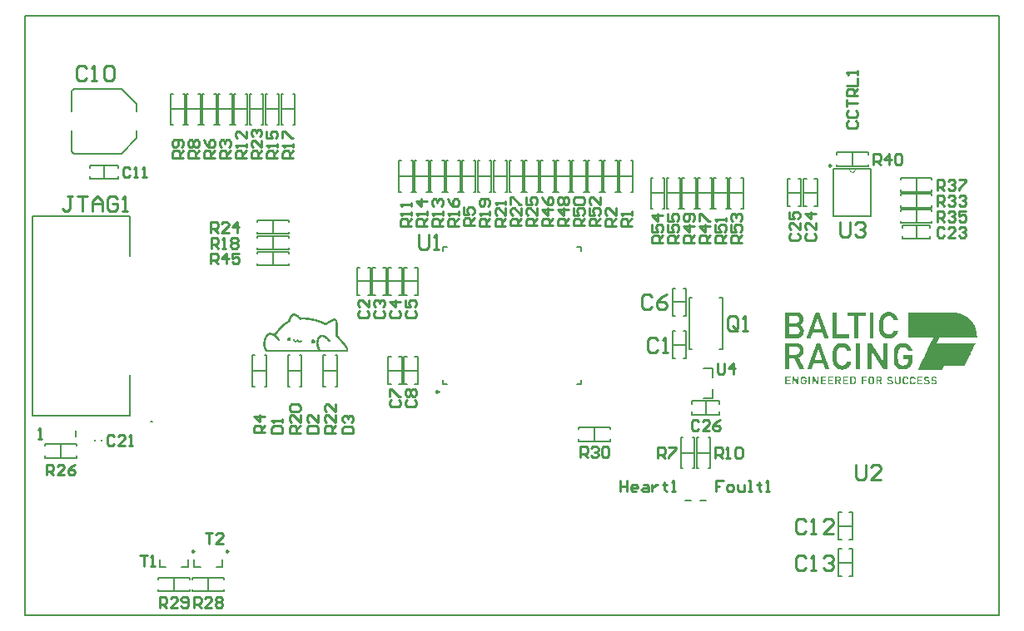
<source format=gto>
G04*
G04 #@! TF.GenerationSoftware,Altium Limited,Altium Designer,23.8.1 (32)*
G04*
G04 Layer_Color=65535*
%FSLAX25Y25*%
%MOIN*%
G70*
G04*
G04 #@! TF.SameCoordinates,BF2EEF1A-6A82-4CD2-B880-65E340770DF0*
G04*
G04*
G04 #@! TF.FilePolarity,Positive*
G04*
G01*
G75*
%ADD10C,0.00591*%
%ADD11C,0.00984*%
%ADD12C,0.00394*%
%ADD13C,0.00787*%
%ADD14C,0.00000*%
%ADD15C,0.01000*%
%ADD16C,0.00600*%
%ADD17C,0.00500*%
G36*
X383701Y158881D02*
X383715Y158854D01*
X383776Y158833D01*
X383938Y158820D01*
X383979Y158806D01*
X384074Y158793D01*
X384168Y158752D01*
X384236Y158739D01*
X384304Y158712D01*
X384412Y158684D01*
X384534Y158630D01*
X384609Y158610D01*
X385035Y158386D01*
X385062Y158359D01*
X385157Y158305D01*
X385184Y158278D01*
X385279Y158224D01*
X385306Y158197D01*
X385333Y158183D01*
X385401Y158143D01*
X385604Y157940D01*
X385699Y157885D01*
X385801Y157784D01*
X385814Y157729D01*
X385895Y157648D01*
X385909Y157621D01*
X385929Y157601D01*
X385956Y157587D01*
X385990Y157553D01*
X386044Y157459D01*
X386112Y157391D01*
X386180Y157269D01*
X386207Y157242D01*
X386261Y157147D01*
X386288Y157120D01*
X386532Y156619D01*
X386566Y156531D01*
X386593Y156463D01*
X386627Y156389D01*
X386640Y156334D01*
X386695Y156185D01*
X386708Y156145D01*
X386722Y156091D01*
X386735Y156009D01*
X386749Y155969D01*
X386762Y155833D01*
X386776Y155806D01*
X386742Y155772D01*
X386309D01*
X385089Y155786D01*
X385042Y155833D01*
X385029Y155887D01*
X385001Y155914D01*
X384974Y155982D01*
X384954Y156070D01*
X384886Y156179D01*
X384852Y156212D01*
X384819Y156301D01*
X384764Y156382D01*
X384717Y156416D01*
X384703Y156443D01*
X384649Y156538D01*
X384609Y156578D01*
X384602Y156599D01*
X384575Y156612D01*
X384345Y156842D01*
X384250Y156896D01*
X384195Y156951D01*
X384168Y156964D01*
X384047Y157032D01*
X383816Y157140D01*
X383749Y157154D01*
X383654Y157194D01*
X383600Y157208D01*
X383532Y157235D01*
X383437Y157249D01*
X383396Y157262D01*
X383329Y157276D01*
X383288Y157262D01*
X382794Y157269D01*
X382739Y157255D01*
X382665Y157235D01*
X382543Y157222D01*
X382475Y157194D01*
X382421Y157181D01*
X382326Y157140D01*
X382238Y157106D01*
X382042Y157005D01*
X382015Y156978D01*
X381988Y156964D01*
X381893Y156910D01*
X381724Y156781D01*
X381520Y156578D01*
X381507Y156551D01*
X381480Y156524D01*
X381439Y156456D01*
X381419Y156436D01*
X381399Y156429D01*
X381385Y156402D01*
X381331Y156307D01*
X381263Y156212D01*
X381195Y156063D01*
X381182Y156036D01*
X381155Y155969D01*
X381134Y155894D01*
X381114Y155833D01*
X381073Y155738D01*
X381060Y155576D01*
X381033Y155508D01*
X381019Y155251D01*
X380992Y155183D01*
X380979Y154506D01*
X380952Y154479D01*
X380938Y154384D01*
X380952Y152637D01*
X380979Y152610D01*
X380992Y152515D01*
X381006Y151919D01*
X381019Y151878D01*
X381033Y151824D01*
X381046Y151580D01*
X381073Y151513D01*
X381087Y151377D01*
X381128Y151282D01*
X381148Y151194D01*
X381175Y151127D01*
X381331Y150835D01*
X381358Y150808D01*
X381371Y150781D01*
X381432Y150707D01*
X381466Y150673D01*
X381534Y150551D01*
X381581Y150503D01*
X381609Y150490D01*
X381642Y150456D01*
X381656Y150429D01*
X381730Y150354D01*
X381757Y150341D01*
X381798Y150300D01*
X381852Y150287D01*
X381913Y150226D01*
X381927Y150199D01*
X382421Y149962D01*
X382516Y149948D01*
X382584Y149921D01*
X382679Y149907D01*
X382746Y149880D01*
X383478Y149894D01*
X383545Y149921D01*
X383640Y149934D01*
X383735Y149975D01*
X383803Y149989D01*
X383870Y150016D01*
X383965Y150056D01*
X383992Y150070D01*
X384087Y150138D01*
X384114Y150165D01*
X384168Y150178D01*
X384209Y150219D01*
X384236Y150233D01*
X384365Y150321D01*
X384426Y150395D01*
X384480Y150449D01*
X384507Y150463D01*
X384527Y150483D01*
X384541Y150510D01*
X384643Y150612D01*
X384670Y150625D01*
X384690Y150646D01*
X384703Y150673D01*
X384791Y150801D01*
X384859Y150910D01*
X384893Y150944D01*
X384907Y150998D01*
X385042Y151255D01*
X385062Y151276D01*
X385157Y151289D01*
X386755Y151276D01*
X386776Y151242D01*
X386749Y151174D01*
X386735Y151038D01*
X386708Y150971D01*
X386695Y150917D01*
X386667Y150889D01*
X386654Y150754D01*
X386627Y150727D01*
X386600Y150659D01*
X386579Y150571D01*
X386512Y150395D01*
X386363Y150097D01*
X386295Y149989D01*
X386275Y149968D01*
X386187Y149785D01*
X386159Y149772D01*
X386092Y149664D01*
X386058Y149630D01*
X386044Y149603D01*
X385977Y149535D01*
X385936Y149467D01*
X385855Y149386D01*
X385841Y149359D01*
X385767Y149284D01*
X385740Y149271D01*
X385706Y149237D01*
X385692Y149210D01*
X385618Y149135D01*
X385591Y149122D01*
X385523Y149054D01*
X385435Y149007D01*
X385421Y148980D01*
X385401Y148959D01*
X385374Y148946D01*
X385279Y148878D01*
X385205Y148817D01*
X385123Y148776D01*
X384968Y148688D01*
X384886Y148634D01*
X384710Y148553D01*
X384629Y148539D01*
X384602Y148512D01*
X384575Y148499D01*
X384507Y148472D01*
X384439Y148458D01*
X384372Y148431D01*
X384317Y148417D01*
X384250Y148390D01*
X384155Y148377D01*
X384087Y148350D01*
X383979Y148336D01*
X383952Y148309D01*
X383857Y148296D01*
X383749Y148282D01*
X383708Y148268D01*
X383369Y148255D01*
X383302Y148228D01*
X382814Y148241D01*
X382746Y148268D01*
X382435Y148282D01*
X382367Y148309D01*
X382313Y148296D01*
X382177Y148350D01*
X382069Y148363D01*
X382001Y148390D01*
X381920Y148404D01*
X381852Y148431D01*
X381785Y148445D01*
X381717Y148472D01*
X381663Y148485D01*
X381568Y148539D01*
X381473Y148580D01*
X381405Y148607D01*
X381317Y148641D01*
X381297Y148661D01*
X381270Y148675D01*
X381243Y148702D01*
X381067Y148797D01*
X381040Y148824D01*
X380918Y148892D01*
X380891Y148919D01*
X380796Y148973D01*
X380769Y149000D01*
X380701Y149041D01*
X380606Y149135D01*
X380579Y149149D01*
X380559Y149169D01*
X380545Y149196D01*
X380457Y149284D01*
X380430Y149298D01*
X380396Y149345D01*
X380146Y149596D01*
X380119Y149609D01*
X380051Y149718D01*
X380030Y149738D01*
X380017Y149765D01*
X379963Y149819D01*
X379936Y149887D01*
X379882Y149941D01*
X379787Y150117D01*
X379760Y150145D01*
X379692Y150294D01*
X379678Y150321D01*
X379624Y150443D01*
X379611Y150497D01*
X379543Y150646D01*
X379529Y150700D01*
X379502Y150768D01*
X379489Y150862D01*
X379448Y150957D01*
X379462Y151038D01*
X379421Y151133D01*
X379408Y151404D01*
X379380Y151431D01*
X379367Y152068D01*
X379340Y152136D01*
X379326Y152217D01*
X379340Y152257D01*
X379333Y155014D01*
X379353Y155061D01*
X379380Y155129D01*
X379394Y155738D01*
X379421Y155806D01*
X379434Y156063D01*
X379448Y156104D01*
X379462Y156158D01*
X379448Y156185D01*
X379462Y156226D01*
X379502Y156321D01*
X379516Y156429D01*
X379529Y156470D01*
X379563Y156558D01*
X379604Y156639D01*
X379624Y156700D01*
X379665Y156808D01*
X379746Y156957D01*
X379773Y156985D01*
X379787Y157012D01*
X379909Y157242D01*
X379949Y157283D01*
X380003Y157377D01*
X380037Y157411D01*
X380058Y157418D01*
X380125Y157540D01*
X380180Y157594D01*
X380193Y157621D01*
X380213Y157641D01*
X380241Y157655D01*
X380328Y157743D01*
X380342Y157770D01*
X380362Y157791D01*
X380389Y157804D01*
X380477Y157892D01*
X380491Y157919D01*
X380525Y157953D01*
X380552Y157967D01*
X380627Y158041D01*
X380640Y158068D01*
X380755Y158129D01*
X380809Y158183D01*
X380836Y158197D01*
X380863Y158224D01*
X380931Y158265D01*
X380958Y158292D01*
X381026Y158319D01*
X381080Y158373D01*
X381581Y158617D01*
X381710Y158664D01*
X381825Y158712D01*
X381920Y158725D01*
X381988Y158752D01*
X382042Y158766D01*
X382137Y158806D01*
X382245Y158820D01*
X382286Y158833D01*
X382462Y158847D01*
X382475Y158888D01*
X383701Y158881D01*
D02*
G37*
G36*
X144904Y158353D02*
X145015Y158345D01*
X145039Y158337D01*
X145087Y158329D01*
X145110Y158321D01*
X145150Y158305D01*
X145206Y158289D01*
X145257Y158277D01*
X145345Y158261D01*
X145377Y158254D01*
X145460Y158210D01*
X145524Y158194D01*
X145567Y158182D01*
X145595Y158170D01*
X145643Y158138D01*
X145722Y158114D01*
X145794Y158075D01*
X145865Y158043D01*
X145909Y158031D01*
X145953Y158003D01*
X145969Y157987D01*
X146008Y157971D01*
X146040Y157964D01*
X146112Y157924D01*
X146128Y157908D01*
X146215Y157876D01*
X146231Y157860D01*
X146243Y157856D01*
X146251Y157840D01*
X146358Y157781D01*
X146374Y157765D01*
X146390Y157757D01*
X146461Y157717D01*
X146501Y157677D01*
X146588Y157630D01*
X146612Y157606D01*
X146628Y157598D01*
X146684Y157558D01*
X146731Y157511D01*
X146771Y157487D01*
X146783Y157475D01*
X146791Y157459D01*
X146803Y157447D01*
X146819Y157439D01*
X146863Y157403D01*
X146890Y157376D01*
X146906Y157368D01*
X146958Y157332D01*
X146962Y157320D01*
X146978Y157312D01*
X147018Y157272D01*
X147033Y157264D01*
X147308Y156990D01*
X147316Y156974D01*
X147379Y156911D01*
X147411Y156855D01*
X147459Y156807D01*
X147467Y156791D01*
X147502Y156748D01*
X147518Y156740D01*
X147530Y156728D01*
X147538Y156712D01*
X147558Y156684D01*
X147613Y156668D01*
X147693Y156676D01*
X147904Y156688D01*
X148062Y156704D01*
X148678Y156708D01*
X148702Y156700D01*
X148968Y156688D01*
X149167Y156680D01*
X149731Y156664D01*
X149890Y156656D01*
X150001Y156649D01*
X150104Y156641D01*
X150192Y156633D01*
X150263Y156625D01*
X150359Y156617D01*
X150462Y156609D01*
X150724Y156585D01*
X150828Y156569D01*
X150891Y156553D01*
X150971Y156537D01*
X151018Y156529D01*
X151090Y156521D01*
X151185Y156513D01*
X151257Y156505D01*
X151352Y156490D01*
X151447Y156466D01*
X151527Y156450D01*
X151598Y156442D01*
X151678Y156434D01*
X151725Y156426D01*
X151765Y156418D01*
X151892Y156386D01*
X151972Y156370D01*
X152059Y156362D01*
X152123Y156354D01*
X152170Y156346D01*
X152234Y156331D01*
X152302Y156311D01*
X152333Y156303D01*
X152445Y156287D01*
X152520Y156275D01*
X152560Y156267D01*
X152675Y156231D01*
X152770Y156215D01*
X152826Y156208D01*
X152890Y156200D01*
X152913Y156192D01*
X152957Y156180D01*
X152993Y156168D01*
X153048Y156152D01*
X153080Y156144D01*
X153203Y156124D01*
X153243Y156116D01*
X153295Y156096D01*
X153334Y156080D01*
X153366Y156072D01*
X153422Y156064D01*
X153454Y156056D01*
X153517Y156049D01*
X153541Y156041D01*
X153593Y156021D01*
X153684Y155993D01*
X153740Y155985D01*
X153807Y155973D01*
X153839Y155965D01*
X153879Y155949D01*
X153922Y155929D01*
X153978Y155913D01*
X154034Y155905D01*
X154065Y155898D01*
X154109Y155886D01*
X154193Y155850D01*
X154256Y155834D01*
X154312Y155826D01*
X154411Y155790D01*
X154455Y155770D01*
X154506Y155759D01*
X154554Y155751D01*
X154586Y155743D01*
X154626Y155727D01*
X154677Y155699D01*
X154717Y155683D01*
X154785Y155671D01*
X154848Y155647D01*
X154900Y155620D01*
X154963Y155604D01*
X155015Y155592D01*
X155055Y155576D01*
X155154Y155532D01*
X155245Y155512D01*
X155329Y155468D01*
X155384Y155453D01*
X155468Y155433D01*
X155567Y155381D01*
X155627Y155369D01*
X155659Y155361D01*
X155698Y155345D01*
X155758Y155310D01*
X155809Y155298D01*
X155841Y155290D01*
X155893Y155270D01*
X155941Y155238D01*
X155984Y155226D01*
X156048Y155210D01*
X156088Y155194D01*
X156099Y155182D01*
X156115Y155175D01*
X156171Y155151D01*
X156203Y155143D01*
X156254Y155123D01*
X156302Y155091D01*
X156354Y155071D01*
X156405Y155059D01*
X156449Y155032D01*
X156497Y155000D01*
X156549Y154988D01*
X156600Y154968D01*
X156656Y154928D01*
X156687Y154920D01*
X156763Y154892D01*
X156791Y154873D01*
X156862Y154841D01*
X156894Y154833D01*
X156950Y154801D01*
X156966Y154785D01*
X157005Y154769D01*
X157037Y154761D01*
X157081Y154749D01*
X157093Y154737D01*
X157109Y154729D01*
X157156Y154698D01*
X157208Y154686D01*
X157272Y154662D01*
X157299Y154634D01*
X157339Y154618D01*
X157383Y154606D01*
X157415Y154598D01*
X157442Y154579D01*
X157490Y154547D01*
X157542Y154527D01*
X157581Y154511D01*
X157593Y154499D01*
X157625Y154491D01*
X157665Y154499D01*
X157689Y154523D01*
X157705Y154531D01*
X157756Y154567D01*
X157764Y154583D01*
X157776Y154595D01*
X157848Y154634D01*
X157887Y154674D01*
X157959Y154714D01*
X158007Y154761D01*
X158046Y154785D01*
X158086Y154825D01*
X158102Y154833D01*
X158158Y154873D01*
X158173Y154888D01*
X158189Y154896D01*
X158277Y154944D01*
X158316Y154984D01*
X158388Y155024D01*
X158412Y155047D01*
X158515Y155103D01*
X158539Y155127D01*
X158595Y155151D01*
X158634Y155175D01*
X158658Y155198D01*
X158714Y155222D01*
X158753Y155246D01*
X158777Y155270D01*
X158793Y155278D01*
X158885Y155322D01*
X158893Y155337D01*
X158904Y155349D01*
X158920Y155357D01*
X159008Y155405D01*
X159031Y155429D01*
X159047Y155437D01*
X159135Y155484D01*
X159183Y155516D01*
X159214Y155524D01*
X159286Y155564D01*
X159310Y155588D01*
X159409Y155623D01*
X159445Y155659D01*
X159485Y155675D01*
X159548Y155699D01*
X159564Y155715D01*
X159580Y155723D01*
X159596Y155739D01*
X159627Y155747D01*
X159703Y155774D01*
X159715Y155786D01*
X159731Y155794D01*
X159747Y155810D01*
X159786Y155826D01*
X159830Y155838D01*
X159870Y155854D01*
X159898Y155882D01*
X159937Y155898D01*
X160013Y155925D01*
X160096Y155969D01*
X160160Y155985D01*
X160207Y155993D01*
X160327Y156049D01*
X160390Y156064D01*
X160434Y156076D01*
X160517Y156120D01*
X160549Y156128D01*
X160660Y156152D01*
X160764Y156200D01*
X160859Y156215D01*
X160891Y156223D01*
X160970Y156231D01*
X161117Y156243D01*
X161229Y156251D01*
X161296Y156255D01*
X161320Y156247D01*
X161391Y156239D01*
X161415Y156231D01*
X161447Y156223D01*
X161538Y156203D01*
X161578Y156188D01*
X161606Y156160D01*
X161646Y156144D01*
X161721Y156116D01*
X161749Y156096D01*
X161765Y156080D01*
X161844Y156049D01*
X161872Y156029D01*
X161880Y156013D01*
X161892Y156001D01*
X161908Y155993D01*
X161952Y155957D01*
X162031Y155878D01*
X162055Y155838D01*
X162087Y155806D01*
X162095Y155790D01*
X162118Y155735D01*
X162142Y155695D01*
X162158Y155679D01*
X162166Y155663D01*
X162182Y155623D01*
X162194Y155580D01*
X162210Y155540D01*
X162246Y155480D01*
X162258Y155429D01*
X162266Y155389D01*
X162297Y155310D01*
X162317Y155266D01*
X162329Y155214D01*
X162337Y155151D01*
X162353Y155063D01*
X162361Y155032D01*
X162377Y154992D01*
X162389Y154948D01*
X162397Y154916D01*
X162413Y154805D01*
X162420Y154702D01*
X162428Y154670D01*
X162440Y154587D01*
X162448Y154547D01*
X162456Y154515D01*
X162464Y154467D01*
X162472Y154396D01*
X162480Y154316D01*
X162488Y154205D01*
X162496Y154014D01*
X162504Y153879D01*
X162532Y153327D01*
X162540Y153057D01*
X162532Y152135D01*
X162524Y152111D01*
X162504Y151567D01*
X162496Y151384D01*
X162488Y151098D01*
X162480Y150884D01*
X162472Y150749D01*
X162464Y150637D01*
X162456Y150550D01*
X162448Y150478D01*
X162440Y150415D01*
X162432Y150320D01*
X162420Y150085D01*
X162413Y149982D01*
X162401Y149748D01*
X162393Y149676D01*
X162389Y149616D01*
X162420Y149561D01*
X162488Y149493D01*
X162504Y149485D01*
X162563Y149426D01*
X162571Y149410D01*
X162659Y149322D01*
X162667Y149306D01*
X162730Y149243D01*
X162738Y149227D01*
X162766Y149199D01*
X162782Y149191D01*
X162814Y149144D01*
X162838Y149120D01*
X162854Y149112D01*
X162865Y149100D01*
X162873Y149084D01*
X162953Y149005D01*
X162961Y148989D01*
X162973Y148977D01*
X162989Y148969D01*
X163024Y148933D01*
X163032Y148917D01*
X163060Y148889D01*
X163076Y148881D01*
X163088Y148870D01*
X163096Y148854D01*
X163112Y148838D01*
X163120Y148822D01*
X163147Y148802D01*
X163175Y148774D01*
X163183Y148758D01*
X163219Y148723D01*
X163231Y148719D01*
X163239Y148703D01*
X163263Y148679D01*
X163271Y148663D01*
X163283Y148651D01*
X163298Y148643D01*
X163318Y148623D01*
X163326Y148607D01*
X163362Y148572D01*
X163378Y148564D01*
X163390Y148552D01*
X163398Y148536D01*
X163485Y148448D01*
X163493Y148433D01*
X163505Y148421D01*
X163521Y148413D01*
X163549Y148385D01*
X163557Y148369D01*
X163628Y148297D01*
X163636Y148282D01*
X163700Y148218D01*
X163708Y148202D01*
X163724Y148186D01*
X163732Y148170D01*
X163795Y148107D01*
X163803Y148091D01*
X163867Y148027D01*
X163874Y148011D01*
X163946Y147940D01*
X163954Y147924D01*
X163982Y147896D01*
X163998Y147888D01*
X164010Y147876D01*
X164017Y147860D01*
X164045Y147825D01*
X164061Y147817D01*
X164089Y147789D01*
X164097Y147773D01*
X164161Y147709D01*
X164169Y147694D01*
X164232Y147630D01*
X164240Y147614D01*
X164256Y147598D01*
X164264Y147582D01*
X164276Y147570D01*
X164292Y147562D01*
X164351Y147479D01*
X164391Y147439D01*
X164399Y147423D01*
X164435Y147380D01*
X164478Y147336D01*
X164486Y147320D01*
X164550Y147257D01*
X164558Y147241D01*
X164574Y147225D01*
X164578Y147213D01*
X164594Y147205D01*
X164613Y147185D01*
X164621Y147169D01*
X164637Y147153D01*
X164645Y147137D01*
X164657Y147125D01*
X164673Y147117D01*
X164685Y147106D01*
X164693Y147090D01*
X164709Y147074D01*
X164717Y147058D01*
X164772Y147002D01*
X164796Y146962D01*
X164836Y146923D01*
X164844Y146907D01*
X164884Y146851D01*
X164923Y146812D01*
X164947Y146772D01*
X164995Y146724D01*
X165003Y146708D01*
X165039Y146665D01*
X165066Y146637D01*
X165106Y146565D01*
X165154Y146518D01*
X165162Y146502D01*
X165198Y146458D01*
X165233Y146422D01*
X165241Y146406D01*
X165261Y146379D01*
X165277Y146371D01*
X165305Y146343D01*
X165329Y146303D01*
X165384Y146247D01*
X165392Y146231D01*
X165428Y146188D01*
X165456Y146160D01*
X165488Y146104D01*
X165527Y146065D01*
X165535Y146049D01*
X165571Y145997D01*
X165583Y145993D01*
X165587Y145989D01*
X165599Y145977D01*
X165607Y145961D01*
X165650Y145902D01*
X165666Y145894D01*
X165722Y145806D01*
X165750Y145779D01*
X165758Y145763D01*
X165789Y145707D01*
X165837Y145659D01*
X165869Y145604D01*
X165909Y145564D01*
X165952Y145481D01*
X165964Y145477D01*
X165972Y145461D01*
X165988Y145445D01*
X166020Y145389D01*
X166060Y145350D01*
X166107Y145262D01*
X166131Y145238D01*
X166179Y145151D01*
X166211Y145119D01*
X166234Y145063D01*
X166242Y145048D01*
X166278Y145004D01*
X166290Y144992D01*
X166310Y144940D01*
X166338Y144897D01*
X166361Y144873D01*
X166377Y144833D01*
X166397Y144781D01*
X166417Y144754D01*
X166433Y144738D01*
X166449Y144698D01*
X166477Y144623D01*
X166497Y144595D01*
X166513Y144579D01*
X166528Y144539D01*
X166540Y144487D01*
X166556Y144448D01*
X166568Y144436D01*
X166576Y144420D01*
X166600Y144364D01*
X166612Y144313D01*
X166620Y144281D01*
X166640Y144229D01*
X166671Y144158D01*
X166679Y144102D01*
X166687Y144070D01*
X166699Y143979D01*
X166707Y143939D01*
X166723Y143876D01*
X166731Y143828D01*
X166739Y143756D01*
X166743Y143633D01*
X166735Y143609D01*
X166723Y143502D01*
X166715Y143470D01*
X166695Y143403D01*
X166687Y143371D01*
X166675Y143304D01*
X166636Y143240D01*
X166624Y143228D01*
X166616Y143196D01*
X166596Y143145D01*
X166584Y143133D01*
X166576Y143117D01*
X166536Y143077D01*
X166513Y143037D01*
X166493Y143017D01*
X166477Y143009D01*
X166413Y142946D01*
X166374Y142922D01*
X166346Y142902D01*
X166342Y142890D01*
X166326Y142882D01*
X166286Y142867D01*
X166211Y142839D01*
X166175Y142827D01*
X166143Y142819D01*
X166111Y142827D01*
X134094Y142823D01*
X134046Y142831D01*
X133983Y142855D01*
X133939Y142882D01*
X133895Y142918D01*
X133883Y142930D01*
X133827Y142962D01*
X133780Y143009D01*
X133764Y143017D01*
X133728Y143045D01*
X133720Y143061D01*
X133700Y143081D01*
X133685Y143089D01*
X133669Y143105D01*
X133653Y143113D01*
X133633Y143141D01*
X133613Y143160D01*
X133597Y143168D01*
X133585Y143180D01*
X133577Y143196D01*
X133542Y143240D01*
X133526Y143248D01*
X133514Y143260D01*
X133506Y143276D01*
X133490Y143292D01*
X133482Y143307D01*
X133454Y143327D01*
X133434Y143347D01*
X133426Y143363D01*
X133371Y143435D01*
X133315Y143538D01*
X133283Y143570D01*
X133263Y143621D01*
X133251Y143633D01*
X133244Y143649D01*
X133212Y143681D01*
X133192Y143733D01*
X133164Y143776D01*
X133140Y143800D01*
X133124Y143840D01*
X133112Y143892D01*
X133085Y143935D01*
X133061Y143975D01*
X133045Y144030D01*
X133033Y144074D01*
X133017Y144114D01*
X132997Y144134D01*
X132973Y144190D01*
X132961Y144257D01*
X132938Y144321D01*
X132926Y144333D01*
X132906Y144384D01*
X132898Y144416D01*
X132890Y144464D01*
X132882Y144503D01*
X132874Y144535D01*
X132846Y144603D01*
X132830Y144658D01*
X132822Y144714D01*
X132814Y144746D01*
X132807Y144825D01*
X132799Y144849D01*
X132767Y144976D01*
X132751Y145071D01*
X132743Y145127D01*
X132723Y145377D01*
X132715Y145457D01*
X132699Y145560D01*
X132691Y145671D01*
X132683Y145878D01*
X132679Y146176D01*
X132687Y146200D01*
X132695Y146430D01*
X132703Y146454D01*
X132715Y146593D01*
X132723Y146665D01*
X132731Y146760D01*
X132739Y146895D01*
X132747Y146990D01*
X132755Y147054D01*
X132771Y147149D01*
X132779Y147181D01*
X132802Y147300D01*
X132810Y147348D01*
X132818Y147435D01*
X132826Y147499D01*
X132834Y147539D01*
X132842Y147570D01*
X132870Y147662D01*
X132886Y147725D01*
X132898Y147825D01*
X132906Y147864D01*
X132930Y147928D01*
X132949Y147980D01*
X132965Y148043D01*
X132977Y148119D01*
X132993Y148158D01*
X133037Y148258D01*
X133045Y148313D01*
X133053Y148345D01*
X133108Y148464D01*
X133116Y148496D01*
X133136Y148580D01*
X133164Y148623D01*
X133196Y148695D01*
X133208Y148738D01*
X133247Y148802D01*
X133267Y148846D01*
X133275Y148878D01*
X133307Y148933D01*
X133323Y148949D01*
X133347Y149005D01*
X133367Y149056D01*
X133395Y149084D01*
X133402Y149100D01*
X133418Y149116D01*
X133430Y149160D01*
X133458Y149203D01*
X133474Y149219D01*
X133482Y149235D01*
X133506Y149291D01*
X133529Y149330D01*
X133561Y149362D01*
X133569Y149378D01*
X133609Y149434D01*
X133633Y149458D01*
X133641Y149473D01*
X133673Y149529D01*
X133692Y149557D01*
X133704Y149561D01*
X133712Y149577D01*
X133728Y149593D01*
X133756Y149644D01*
X133772Y149652D01*
X133800Y149680D01*
X133824Y149720D01*
X133887Y149783D01*
X133895Y149799D01*
X133923Y149827D01*
X133939Y149835D01*
X133959Y149863D01*
X133978Y149883D01*
X133994Y149891D01*
X134074Y149970D01*
X134090Y149978D01*
X134102Y149990D01*
X134110Y150006D01*
X134130Y150026D01*
X134145Y150034D01*
X134161Y150049D01*
X134173Y150053D01*
X134181Y150069D01*
X134217Y150105D01*
X134268Y150125D01*
X134296Y150145D01*
X134320Y150169D01*
X134376Y150192D01*
X134392Y150200D01*
X134435Y150236D01*
X134447Y150248D01*
X134487Y150264D01*
X134543Y150296D01*
X134558Y150312D01*
X134574Y150320D01*
X134630Y150344D01*
X134646Y150351D01*
X134690Y150387D01*
X134733Y150407D01*
X134765Y150415D01*
X134817Y150427D01*
X134880Y150451D01*
X134916Y150471D01*
X134972Y150487D01*
X135055Y150506D01*
X135087Y150514D01*
X135202Y150550D01*
X135258Y150558D01*
X135409Y150566D01*
X135838Y150558D01*
X135862Y150550D01*
X135945Y150530D01*
X135981Y150518D01*
X136044Y150502D01*
X136176Y150482D01*
X136207Y150475D01*
X136247Y150459D01*
X136315Y150431D01*
X136346Y150423D01*
X136469Y150395D01*
X136529Y150359D01*
X136585Y150344D01*
X136648Y150328D01*
X136692Y150292D01*
X136704Y150280D01*
X136744Y150264D01*
X136799Y150232D01*
X136823Y150208D01*
X136879Y150185D01*
X136918Y150169D01*
X136962Y150133D01*
X137022Y150129D01*
X137065Y150165D01*
X137097Y150220D01*
X137133Y150264D01*
X137145Y150268D01*
X137153Y150284D01*
X137193Y150339D01*
X137232Y150379D01*
X137240Y150395D01*
X137276Y150439D01*
X137304Y150467D01*
X137312Y150482D01*
X137367Y150554D01*
X137383Y150570D01*
X137391Y150586D01*
X137427Y150629D01*
X137463Y150665D01*
X137487Y150705D01*
X137534Y150753D01*
X137566Y150808D01*
X137614Y150856D01*
X137645Y150912D01*
X137693Y150959D01*
X137701Y150975D01*
X137737Y151019D01*
X137757Y151031D01*
X137765Y151047D01*
X137800Y151090D01*
X137844Y151134D01*
X137868Y151174D01*
X137916Y151222D01*
X137924Y151237D01*
X137959Y151281D01*
X137979Y151309D01*
X138003Y151333D01*
X138027Y151373D01*
X138075Y151420D01*
X138083Y151436D01*
X138118Y151480D01*
X138134Y151488D01*
X138146Y151500D01*
X138154Y151515D01*
X138190Y151559D01*
X138233Y151603D01*
X138241Y151619D01*
X138297Y151674D01*
X138305Y151690D01*
X138341Y151734D01*
X138368Y151762D01*
X138376Y151778D01*
X138432Y151849D01*
X138464Y151881D01*
X138472Y151897D01*
X138492Y151925D01*
X138508Y151933D01*
X138527Y151953D01*
X138535Y151968D01*
X138571Y152012D01*
X138615Y152056D01*
X138623Y152072D01*
X138659Y152107D01*
X138671Y152111D01*
X138678Y152127D01*
X138694Y152143D01*
X138702Y152159D01*
X138766Y152223D01*
X138774Y152239D01*
X138829Y152294D01*
X138837Y152310D01*
X138873Y152354D01*
X138901Y152382D01*
X138909Y152398D01*
X138925Y152413D01*
X138933Y152429D01*
X139004Y152501D01*
X139012Y152517D01*
X139084Y152588D01*
X139092Y152604D01*
X139103Y152616D01*
X139119Y152624D01*
X139147Y152652D01*
X139155Y152668D01*
X139227Y152739D01*
X139235Y152755D01*
X139306Y152826D01*
X139314Y152842D01*
X139326Y152854D01*
X139342Y152862D01*
X139378Y152898D01*
X139386Y152914D01*
X139406Y152934D01*
X139421Y152942D01*
X139441Y152962D01*
X139449Y152978D01*
X139537Y153065D01*
X139544Y153081D01*
X139592Y153121D01*
X139628Y153164D01*
X139664Y153192D01*
X139672Y153208D01*
X139715Y153252D01*
X139731Y153260D01*
X139743Y153271D01*
X139751Y153287D01*
X139795Y153331D01*
X139811Y153339D01*
X139823Y153351D01*
X139831Y153367D01*
X139866Y153403D01*
X139882Y153410D01*
X139894Y153422D01*
X139902Y153438D01*
X139946Y153482D01*
X139962Y153490D01*
X139974Y153502D01*
X139981Y153518D01*
X140009Y153546D01*
X140025Y153554D01*
X140105Y153633D01*
X140121Y153641D01*
X140140Y153669D01*
X140176Y153705D01*
X140192Y153712D01*
X140212Y153732D01*
X140220Y153748D01*
X140240Y153768D01*
X140256Y153776D01*
X140327Y153848D01*
X140343Y153856D01*
X140407Y153919D01*
X140422Y153927D01*
X140438Y153943D01*
X140450Y153947D01*
X140458Y153963D01*
X140478Y153983D01*
X140494Y153991D01*
X140538Y154026D01*
X140574Y154062D01*
X140589Y154070D01*
X140661Y154126D01*
X140685Y154149D01*
X140701Y154157D01*
X140744Y154193D01*
X140780Y154229D01*
X140796Y154237D01*
X140824Y154257D01*
X140832Y154273D01*
X140852Y154293D01*
X140867Y154300D01*
X140923Y154340D01*
X140947Y154364D01*
X140963Y154372D01*
X141018Y154404D01*
X141058Y154444D01*
X141074Y154451D01*
X141130Y154491D01*
X141162Y154523D01*
X141217Y154555D01*
X141257Y154595D01*
X141273Y154602D01*
X141340Y154646D01*
X141348Y154662D01*
X141396Y154694D01*
X141424Y154714D01*
X141463Y154753D01*
X141535Y154793D01*
X141551Y154809D01*
X141567Y154817D01*
X141638Y154857D01*
X141678Y154896D01*
X141694Y154904D01*
X141781Y154952D01*
X141805Y154976D01*
X141845Y154992D01*
X141900Y155024D01*
X141932Y155055D01*
X141984Y155075D01*
X142028Y155103D01*
X142051Y155127D01*
X142107Y155151D01*
X142123Y155159D01*
X142167Y155194D01*
X142178Y155206D01*
X142258Y155238D01*
X142302Y155274D01*
X142345Y155294D01*
X142397Y155314D01*
X142409Y155325D01*
X142425Y155333D01*
X142449Y155357D01*
X142488Y155373D01*
X142560Y155413D01*
X142596Y155473D01*
X142604Y155504D01*
X142635Y155584D01*
X142651Y155647D01*
X142663Y155739D01*
X142691Y155814D01*
X142723Y155886D01*
X142731Y155941D01*
X142739Y155973D01*
X142759Y156025D01*
X142794Y156084D01*
X142806Y156136D01*
X142814Y156168D01*
X142830Y156208D01*
X142882Y156307D01*
X142894Y156358D01*
X142910Y156398D01*
X142929Y156418D01*
X142937Y156434D01*
X142953Y156474D01*
X142961Y156505D01*
X142981Y156557D01*
X143001Y156585D01*
X143017Y156601D01*
X143033Y156641D01*
X143041Y156672D01*
X143072Y156728D01*
X143088Y156744D01*
X143112Y156799D01*
X143132Y156851D01*
X143160Y156879D01*
X143168Y156895D01*
X143223Y156998D01*
X143247Y157022D01*
X143271Y157078D01*
X143279Y157093D01*
X143315Y157137D01*
X143335Y157157D01*
X143374Y157229D01*
X143406Y157260D01*
X143446Y157332D01*
X143494Y157379D01*
X143517Y157419D01*
X143565Y157467D01*
X143573Y157483D01*
X143609Y157527D01*
X143625Y157534D01*
X143644Y157562D01*
X143680Y157606D01*
X143696Y157614D01*
X143716Y157642D01*
X143780Y157705D01*
X143788Y157721D01*
X143823Y157757D01*
X143839Y157765D01*
X143895Y157820D01*
X143911Y157828D01*
X143974Y157892D01*
X143990Y157900D01*
X144046Y157956D01*
X144101Y157987D01*
X144141Y158027D01*
X144228Y158075D01*
X144252Y158099D01*
X144268Y158107D01*
X144340Y158146D01*
X144364Y158170D01*
X144379Y158178D01*
X144435Y158202D01*
X144491Y158234D01*
X144507Y158249D01*
X144546Y158265D01*
X144610Y158281D01*
X144745Y158345D01*
X144836Y158357D01*
X144880Y158361D01*
X144904Y158353D01*
D02*
G37*
G36*
X377017Y158793D02*
X377037Y158773D01*
X377051Y158664D01*
X377037Y158624D01*
Y155373D01*
Y155359D01*
X377044Y148431D01*
X377037Y148397D01*
X377051Y148357D01*
X377017Y148309D01*
X376963Y148296D01*
X375473Y148309D01*
X375439Y148343D01*
X375452Y158786D01*
X375513Y158806D01*
X377017Y158793D01*
D02*
G37*
G36*
X373834D02*
X373854Y158732D01*
X373841Y157377D01*
X373820Y157357D01*
X371017Y157343D01*
X370996Y157323D01*
X370983Y157255D01*
X370996Y157215D01*
X370983Y148329D01*
X370962Y148309D01*
X370908Y148296D01*
X369405Y148309D01*
X369384Y148329D01*
X369371Y148424D01*
X369378Y157276D01*
X369364Y157330D01*
X369296Y157357D01*
X367739D01*
X366533Y157371D01*
X366513Y157431D01*
X366526Y158773D01*
X366560Y158806D01*
X373834Y158793D01*
D02*
G37*
G36*
X362172D02*
X362206Y158759D01*
Y149941D01*
Y149928D01*
X362240Y149880D01*
X367278Y149867D01*
X367299Y149806D01*
X367285Y148316D01*
X367224Y148296D01*
X360614Y148309D01*
X360594Y148329D01*
X360607Y158786D01*
X360628Y158806D01*
X362172Y158793D01*
D02*
G37*
G36*
X355250D02*
X355271Y158732D01*
X355311Y158637D01*
X355332Y158563D01*
X355352Y158502D01*
X355365Y158447D01*
X355447Y158271D01*
X355474Y158177D01*
X355487Y158122D01*
X355515Y158055D01*
X355528Y158000D01*
X355596Y157851D01*
X355630Y157763D01*
X355657Y157655D01*
X355691Y157567D01*
X355731Y157472D01*
X355745Y157445D01*
X355772Y157377D01*
X355792Y157303D01*
X355833Y157194D01*
X355853Y157134D01*
X355867Y157066D01*
X355907Y156998D01*
X355955Y156869D01*
X355975Y156795D01*
X355989Y156741D01*
X356016Y156673D01*
X356049Y156585D01*
X356097Y156470D01*
X356117Y156395D01*
X356178Y156240D01*
X356199Y156165D01*
X356259Y156023D01*
X356293Y155935D01*
X356307Y155867D01*
X356327Y155820D01*
X356354Y155752D01*
X356368Y155698D01*
X356422Y155576D01*
X356436Y155522D01*
X356476Y155427D01*
X356517Y155291D01*
X356598Y155102D01*
X356639Y154966D01*
X356652Y154912D01*
X356679Y154844D01*
X356713Y154756D01*
X356747Y154682D01*
X356761Y154628D01*
X356801Y154533D01*
X356828Y154438D01*
X356876Y154309D01*
X356937Y154167D01*
X356964Y154072D01*
X356998Y153984D01*
X357025Y153876D01*
X357086Y153774D01*
X357099Y153693D01*
X357140Y153598D01*
X357160Y153524D01*
X357194Y153463D01*
X357221Y153395D01*
X357235Y153341D01*
X357262Y153273D01*
X357289Y153179D01*
X357323Y153091D01*
X357350Y153023D01*
X357370Y153002D01*
X357397Y152935D01*
X357411Y152853D01*
X357438Y152786D01*
X357465Y152691D01*
X357499Y152603D01*
X357560Y152461D01*
X357600Y152325D01*
X357634Y152237D01*
X357675Y152129D01*
X357709Y152068D01*
X357736Y151960D01*
X357763Y151892D01*
X357790Y151797D01*
X357824Y151709D01*
X357858Y151634D01*
X357885Y151567D01*
X357926Y151431D01*
X357980Y151296D01*
X358000Y151221D01*
X358020Y151201D01*
X358047Y151133D01*
X358068Y151045D01*
X358102Y150971D01*
X358115Y150903D01*
X358129Y150862D01*
X358169Y150768D01*
X358224Y150646D01*
X358237Y150578D01*
X358264Y150510D01*
X358305Y150415D01*
X358318Y150334D01*
X358386Y150185D01*
X358400Y150131D01*
X358440Y150036D01*
X358454Y149968D01*
X358481Y149901D01*
X358548Y149752D01*
X358562Y149670D01*
X358616Y149548D01*
X358643Y149454D01*
X358657Y149399D01*
X358725Y149250D01*
X358765Y149156D01*
X358779Y149074D01*
X358806Y149007D01*
X358840Y148919D01*
X358887Y148831D01*
X358901Y148749D01*
X358928Y148682D01*
X358962Y148594D01*
X358975Y148526D01*
X359050Y148370D01*
X359036Y148329D01*
X359016Y148309D01*
X358962Y148296D01*
X357377Y148309D01*
X357330Y148357D01*
X357302Y148424D01*
X357289Y148478D01*
X357235Y148600D01*
X357221Y148654D01*
X357208Y148682D01*
X357181Y148749D01*
X357167Y148803D01*
X357140Y148871D01*
X357126Y148939D01*
X357099Y149007D01*
X357038Y149176D01*
X357018Y149250D01*
X356957Y149420D01*
X356943Y149488D01*
X356916Y149555D01*
X356883Y149616D01*
X356849Y149704D01*
X356828Y149779D01*
X356815Y149833D01*
X356774Y149928D01*
X356747Y150023D01*
X356734Y150077D01*
X356693Y150172D01*
X356679Y150239D01*
X356652Y150307D01*
X356639Y150361D01*
X356612Y150429D01*
X356578Y150517D01*
X356557Y150592D01*
X356544Y150632D01*
X356524Y150652D01*
X356456Y150680D01*
X352609Y150666D01*
X352575Y150578D01*
X352562Y150551D01*
X352535Y150483D01*
X352494Y150348D01*
X352453Y150253D01*
X352440Y150172D01*
X352413Y150145D01*
X352386Y150077D01*
X352372Y150023D01*
X352331Y149928D01*
X352318Y149846D01*
X352291Y149779D01*
X352250Y149684D01*
X352230Y149609D01*
X352210Y149548D01*
X352196Y149494D01*
X352169Y149427D01*
X352155Y149372D01*
X352128Y149305D01*
X352115Y149250D01*
X352101Y149223D01*
X352074Y149156D01*
X352061Y149088D01*
X351993Y148939D01*
X351979Y148885D01*
X351952Y148817D01*
X351932Y148743D01*
X351898Y148654D01*
X351871Y148560D01*
X351830Y148465D01*
X351810Y148390D01*
X351790Y148343D01*
X351756Y148309D01*
X351661Y148296D01*
X350131Y148309D01*
X350097Y148343D01*
X350110Y148465D01*
X350124Y148506D01*
X350191Y148682D01*
X350205Y148736D01*
X350259Y148858D01*
X350273Y148912D01*
X350300Y148980D01*
X350313Y149034D01*
X350340Y149101D01*
X350374Y149190D01*
X350401Y149257D01*
X350435Y149345D01*
X350449Y149399D01*
X350503Y149535D01*
X350530Y149643D01*
X350584Y149765D01*
X350638Y149901D01*
X350652Y149968D01*
X350679Y150036D01*
X350713Y150124D01*
X350760Y150239D01*
X350781Y150314D01*
X350801Y150334D01*
X350815Y150415D01*
X350842Y150483D01*
X350875Y150571D01*
X350923Y150686D01*
X350957Y150774D01*
X350984Y150883D01*
X351018Y150957D01*
X351038Y151032D01*
X351058Y151052D01*
X351085Y151120D01*
X351099Y151174D01*
Y151187D01*
X351140Y151282D01*
X351160Y151357D01*
X351201Y151465D01*
X351241Y151546D01*
X351261Y151621D01*
X351289Y151689D01*
X351316Y151797D01*
X351343Y151865D01*
X351356Y151919D01*
X351411Y152000D01*
X351438Y152122D01*
X351465Y152190D01*
X351478Y152244D01*
X351546Y152352D01*
X351559Y152447D01*
X351587Y152515D01*
X351620Y152603D01*
X351634Y152671D01*
X351708Y152826D01*
X351729Y152901D01*
X351749Y152962D01*
X351769Y153036D01*
X351790Y153057D01*
X351803Y153151D01*
X351830Y153179D01*
X351871Y153273D01*
X351891Y153361D01*
X351912Y153382D01*
X351925Y153463D01*
X351952Y153531D01*
X351966Y153585D01*
X351979Y153612D01*
X352047Y153761D01*
X352061Y153815D01*
X352088Y153883D01*
X352101Y153951D01*
X352128Y153978D01*
X352142Y154072D01*
X352196Y154154D01*
X352223Y154276D01*
X352250Y154343D01*
X352264Y154397D01*
X352291Y154465D01*
X352325Y154553D01*
X352372Y154668D01*
X352399Y154736D01*
X352413Y154777D01*
X352426Y154844D01*
X352467Y154939D01*
X352481Y154993D01*
X352535Y155115D01*
X352548Y155183D01*
X352575Y155210D01*
X352596Y155298D01*
X352629Y155386D01*
X352643Y155440D01*
X352697Y155562D01*
X352731Y155650D01*
X352751Y155711D01*
X352765Y155765D01*
X352792Y155833D01*
X352806Y155901D01*
X352860Y155982D01*
X352887Y156091D01*
X352914Y156158D01*
X352934Y156233D01*
X352955Y156294D01*
X352988Y156382D01*
X353049Y156524D01*
X353077Y156619D01*
X353117Y156714D01*
X353131Y156808D01*
X353158Y156836D01*
X353198Y156930D01*
X353219Y157005D01*
X353239Y157066D01*
X353273Y157154D01*
X353286Y157208D01*
X353313Y157276D01*
X353374Y157418D01*
X353388Y157472D01*
X353401Y157513D01*
X353435Y157601D01*
X353496Y157743D01*
X353523Y157838D01*
X353557Y157926D01*
X353584Y158034D01*
X353645Y158149D01*
X353666Y158224D01*
X353699Y158312D01*
X353713Y158380D01*
X353740Y158447D01*
X353821Y158624D01*
X353842Y158712D01*
X353889Y158786D01*
X353909Y158806D01*
X355250Y158793D01*
D02*
G37*
G36*
X346419D02*
X346487Y158766D01*
X346541Y158752D01*
X346629Y158759D01*
X346683Y158745D01*
X346744Y158725D01*
X346798Y158712D01*
X346866Y158698D01*
X346907Y158684D01*
X347002Y158671D01*
X347096Y158630D01*
X347164Y158603D01*
X347252Y158583D01*
X347422Y158508D01*
X347510Y158475D01*
X347665Y158386D01*
X347692Y158359D01*
X347787Y158305D01*
X347814Y158278D01*
X347936Y158210D01*
X347963Y158170D01*
X347990Y158156D01*
X348112Y158061D01*
X348322Y157851D01*
X348336Y157824D01*
X348431Y157702D01*
X348458Y157675D01*
X348552Y157499D01*
X348607Y157418D01*
X348702Y157215D01*
X348735Y157127D01*
X348762Y157018D01*
X348790Y156951D01*
X348810Y156890D01*
X348823Y156808D01*
X348837Y156768D01*
X348850Y156673D01*
X348878Y156605D01*
X348891Y156551D01*
X348905Y156348D01*
X348932Y156280D01*
X348918Y155711D01*
X348891Y155644D01*
X348878Y155413D01*
X348850Y155386D01*
X348837Y155291D01*
X348823Y155237D01*
X348810Y155197D01*
X348790Y155122D01*
X348769Y155102D01*
X348742Y154980D01*
X348661Y154831D01*
X348600Y154716D01*
X348580Y154709D01*
X348525Y154614D01*
X348498Y154587D01*
X348431Y154465D01*
X348356Y154391D01*
X348329Y154377D01*
X348295Y154343D01*
X348282Y154316D01*
X348194Y154228D01*
X348173Y154221D01*
X348160Y154194D01*
X348139Y154174D01*
X348038Y154127D01*
X348024Y154100D01*
X348004Y154079D01*
X347977Y154066D01*
X347950Y154039D01*
X347923Y154025D01*
X347828Y153957D01*
X347462Y153768D01*
X347442Y153747D01*
X347455Y153707D01*
X347476Y153686D01*
X347611Y153673D01*
X347733Y153619D01*
X347808Y153598D01*
X347868Y153565D01*
X347963Y153510D01*
X347990Y153483D01*
X348018Y153470D01*
X348112Y153416D01*
X348194Y153334D01*
X348288Y153280D01*
X348498Y153070D01*
X348552Y152975D01*
X348607Y152921D01*
X348620Y152894D01*
X348674Y152799D01*
X348715Y152759D01*
X348878Y152420D01*
X348891Y152366D01*
X348905Y152325D01*
X348932Y152257D01*
X348945Y152190D01*
X348986Y152095D01*
X349013Y152027D01*
X349027Y151865D01*
X349054Y151797D01*
X349067Y151594D01*
X349081Y151553D01*
X349094Y151458D01*
X349081Y151052D01*
X349054Y150984D01*
X349040Y150727D01*
X349013Y150659D01*
X349000Y150510D01*
X348972Y150443D01*
X348952Y150354D01*
X348938Y150300D01*
X348911Y150233D01*
X348891Y150158D01*
X348857Y150070D01*
X348796Y149955D01*
X348647Y149670D01*
X348620Y149643D01*
X348552Y149521D01*
X348525Y149494D01*
X348471Y149399D01*
X348424Y149352D01*
X348397Y149339D01*
X348376Y149318D01*
X348363Y149291D01*
X348275Y149203D01*
X348248Y149190D01*
X348214Y149142D01*
X348126Y149054D01*
X348106Y149047D01*
X348092Y149020D01*
X347990Y148919D01*
X347963Y148905D01*
X347868Y148851D01*
X347828Y148810D01*
X347760Y148783D01*
X347706Y148729D01*
X347340Y148553D01*
X347259Y148539D01*
X347232Y148512D01*
X347205Y148499D01*
X347137Y148472D01*
X347069Y148458D01*
X347002Y148431D01*
X346893Y148417D01*
X346826Y148390D01*
X346690Y148377D01*
X346622Y148350D01*
X346284Y148336D01*
X346189Y148296D01*
X341746Y148309D01*
X341726Y148329D01*
Y150808D01*
Y150822D01*
X341740Y158786D01*
X341760Y158806D01*
X346419Y158793D01*
D02*
G37*
G36*
X389214Y146447D02*
X389268Y146433D01*
X389437Y146426D01*
X389464Y146440D01*
X389559Y146399D01*
X389722Y146386D01*
X389817Y146345D01*
X389911Y146332D01*
X389979Y146305D01*
X390033Y146291D01*
X390101Y146264D01*
X390155Y146250D01*
X390223Y146223D01*
X390297Y146203D01*
X390318Y146183D01*
X390345Y146169D01*
X390413Y146142D01*
X390494Y146128D01*
X390521Y146101D01*
X390670Y146020D01*
X390751Y145966D01*
X390873Y145898D01*
X390900Y145871D01*
X391022Y145803D01*
X391049Y145776D01*
X391137Y145729D01*
X391151Y145702D01*
X391252Y145600D01*
X391279Y145587D01*
X391306Y145560D01*
X391361Y145546D01*
X391408Y145499D01*
X391422Y145472D01*
X391483Y145411D01*
X391510Y145397D01*
X391544Y145363D01*
X391557Y145336D01*
X391638Y145255D01*
X391692Y145160D01*
X391720Y145147D01*
X391733Y145119D01*
X391801Y145052D01*
X391842Y144984D01*
X391889Y144923D01*
X391916Y144909D01*
X392011Y144720D01*
X392045Y144686D01*
X392316Y144131D01*
X392329Y144063D01*
X392383Y143982D01*
X392410Y143873D01*
X392438Y143806D01*
X392451Y143697D01*
X392478Y143629D01*
X392519Y143494D01*
X392505Y143359D01*
X392471Y143325D01*
X390846Y143338D01*
X390826Y143359D01*
X390744Y143535D01*
X390731Y143602D01*
X390690Y143670D01*
X390622Y143792D01*
X390555Y143887D01*
X390541Y143914D01*
X390514Y143941D01*
X390501Y143968D01*
X390446Y144063D01*
X390399Y144097D01*
X390352Y144144D01*
X390338Y144171D01*
X390304Y144205D01*
X390277Y144219D01*
X390189Y144307D01*
X390176Y144334D01*
X390155Y144354D01*
X390128Y144368D01*
X390060Y144435D01*
X389966Y144490D01*
X389938Y144517D01*
X389844Y144571D01*
X389803Y144611D01*
X389613Y144693D01*
X389559Y144706D01*
X389431Y144754D01*
X389342Y144788D01*
X389234Y144801D01*
X389194Y144815D01*
X389139Y144828D01*
X389031Y144815D01*
X388990Y144828D01*
X388896Y144855D01*
X388692Y144842D01*
X388652Y144828D01*
X388598Y144815D01*
X388543Y144828D01*
X388428Y144808D01*
X388367Y144788D01*
X388273Y144774D01*
X388178Y144733D01*
X388083Y144706D01*
X387995Y144672D01*
X387812Y144571D01*
X387785Y144544D01*
X387690Y144490D01*
X387663Y144462D01*
X387568Y144408D01*
X387291Y144131D01*
X387284Y144110D01*
X387257Y144097D01*
X387236Y144076D01*
X387223Y144049D01*
X387128Y143927D01*
X387101Y143900D01*
X387006Y143724D01*
X386925Y143548D01*
X386884Y143453D01*
X386864Y143352D01*
X386850Y143298D01*
X386830Y143183D01*
X386789Y143088D01*
X386776Y142830D01*
X386749Y142763D01*
X386735Y142207D01*
X386722Y142167D01*
X386708Y142112D01*
X386722Y142058D01*
X386715Y140142D01*
X386728Y140087D01*
X386749Y140026D01*
X386762Y139444D01*
X386789Y139376D01*
X386803Y139146D01*
X386843Y139051D01*
X386857Y138916D01*
X386871Y138875D01*
X386905Y138787D01*
X386932Y138679D01*
X386993Y138577D01*
X387087Y138401D01*
X387114Y138374D01*
X387169Y138279D01*
X387291Y138157D01*
X387304Y138103D01*
X387385Y138022D01*
X387399Y137995D01*
X387433Y137961D01*
X387460Y137947D01*
X387514Y137893D01*
X387568Y137880D01*
X387677Y137771D01*
X387771Y137717D01*
X387798Y137690D01*
X388002Y137595D01*
X388069Y137582D01*
X388245Y137501D01*
X388340Y137487D01*
X388381Y137473D01*
X388435Y137460D01*
X388476Y137473D01*
X388570Y137433D01*
X389180Y137446D01*
X389248Y137473D01*
X389370Y137487D01*
X389410Y137501D01*
X389519Y137514D01*
X389600Y137568D01*
X389674Y137589D01*
X389810Y137643D01*
X389918Y137710D01*
X389952Y137744D01*
X390047Y137798D01*
X390176Y137887D01*
X390196Y137907D01*
X390216Y137914D01*
X390230Y137941D01*
X390331Y138042D01*
X390352Y138049D01*
X390365Y138076D01*
X390514Y138225D01*
X390528Y138252D01*
X390589Y138327D01*
X390731Y138564D01*
X390812Y138740D01*
X390826Y138794D01*
X390866Y138889D01*
X390907Y139038D01*
X390920Y139160D01*
X390948Y139227D01*
X390961Y139498D01*
X390988Y139566D01*
X390975Y140108D01*
X390914Y140128D01*
X388868Y140142D01*
X388835Y140175D01*
X388848Y141638D01*
X388868Y141659D01*
X392580Y141645D01*
X392600Y141625D01*
X392586Y139187D01*
X392573Y139146D01*
X392559Y139092D01*
X392546Y138848D01*
X392519Y138780D01*
X392505Y138631D01*
X392465Y138537D01*
X392438Y138442D01*
X392424Y138347D01*
X392370Y138212D01*
X392316Y138090D01*
X392295Y138015D01*
X392248Y137927D01*
X392072Y137589D01*
X392031Y137548D01*
X391963Y137426D01*
X391869Y137304D01*
X391842Y137277D01*
X391828Y137250D01*
X391760Y137155D01*
X391706Y137101D01*
X391692Y137074D01*
X391645Y137026D01*
X391618Y137013D01*
X391557Y136952D01*
X391544Y136925D01*
X391483Y136850D01*
X391415Y136810D01*
X391395Y136789D01*
X391381Y136762D01*
X391347Y136728D01*
X391320Y136715D01*
X391259Y136654D01*
X391246Y136627D01*
X391212Y136593D01*
X391185Y136579D01*
X391056Y136491D01*
X390948Y136424D01*
X390927Y136403D01*
X390860Y136376D01*
X390805Y136322D01*
X390304Y136078D01*
X390250Y136065D01*
X390155Y136024D01*
X390101Y136011D01*
X389932Y135950D01*
X389864Y135936D01*
X389817Y135916D01*
X389749Y135889D01*
X389600Y135875D01*
X389559Y135862D01*
X389397Y135848D01*
X389329Y135821D01*
X388286Y135834D01*
X388218Y135862D01*
X388029Y135875D01*
X387988Y135889D01*
X387920D01*
X387853Y135929D01*
X387798Y135943D01*
X387704Y135956D01*
X387636Y135983D01*
X387467Y136044D01*
X387311Y136105D01*
X387223Y136139D01*
X386972Y136268D01*
X386905Y136309D01*
X386877Y136336D01*
X386701Y136430D01*
X386674Y136458D01*
X386579Y136512D01*
X386498Y136593D01*
X386444Y136607D01*
X385895Y137155D01*
X385841Y137250D01*
X385787Y137304D01*
X385773Y137331D01*
X385679Y137453D01*
X385638Y137521D01*
X385516Y137751D01*
X385475Y137792D01*
X385408Y137941D01*
X385360Y138069D01*
X385299Y138212D01*
X385279Y138286D01*
X385266Y138367D01*
X385239Y138435D01*
X385225Y138584D01*
X385198Y138652D01*
X385177Y138713D01*
X385164Y138929D01*
X385137Y138997D01*
X385150Y139078D01*
X385137Y139119D01*
X385144Y139491D01*
X385123Y139539D01*
X385096Y139607D01*
X385110Y142736D01*
X385137Y142763D01*
X385150Y142857D01*
X385137Y142898D01*
X385144Y143189D01*
X385137Y143250D01*
X385150Y143291D01*
X385177Y143386D01*
X385191Y143629D01*
X385232Y143724D01*
X385245Y143873D01*
X385272Y143941D01*
X385293Y144016D01*
X385320Y144083D01*
X385354Y144158D01*
X385367Y144239D01*
X385516Y144523D01*
X385597Y144672D01*
X385665Y144767D01*
X385679Y144821D01*
X385740Y144896D01*
X385801Y144957D01*
X385814Y145011D01*
X385936Y145133D01*
X385950Y145160D01*
X386044Y145282D01*
X386309Y145546D01*
X386403Y145600D01*
X386512Y145709D01*
X386539Y145722D01*
X386613Y145783D01*
X386728Y145844D01*
X386769Y145885D01*
X386823Y145898D01*
X386877Y145952D01*
X386905Y145966D01*
X387351Y146183D01*
X387426Y146203D01*
X387527Y146264D01*
X387629Y146284D01*
X387690Y146305D01*
X387771Y146318D01*
X387839Y146345D01*
X387947Y146359D01*
X387975Y146386D01*
X388164Y146413D01*
X388205Y146426D01*
X388476Y146440D01*
X388543Y146467D01*
X389146Y146474D01*
X389214Y146447D01*
D02*
G37*
G36*
X364217Y146467D02*
X364711Y146474D01*
X364766Y146460D01*
X364854Y146426D01*
X365111Y146413D01*
X365152Y146399D01*
X365287Y146386D01*
X365314Y146359D01*
X365368Y146345D01*
X365477Y146332D01*
X365517Y146318D01*
X365605Y146284D01*
X365714Y146257D01*
X365734Y146237D01*
X365788Y146223D01*
X365863Y146203D01*
X365883Y146183D01*
X365978Y146142D01*
X366371Y145939D01*
X366411Y145898D01*
X366479Y145871D01*
X366493D01*
X366614Y145776D01*
X366655Y145736D01*
X366750Y145682D01*
X366939Y145492D01*
X367034Y145438D01*
X367082Y145390D01*
X367095Y145336D01*
X367325Y145106D01*
X367393Y144984D01*
X367461Y144930D01*
X367475Y144876D01*
X367529Y144821D01*
X367623Y144645D01*
X367651Y144618D01*
X367840Y144225D01*
X367861Y144151D01*
X367921Y144036D01*
X367935Y143955D01*
X367962Y143887D01*
X367996Y143799D01*
X368009Y143745D01*
X368030Y143697D01*
X368057Y143629D01*
X368071Y143521D01*
X368084Y143480D01*
X368071Y143345D01*
X368009Y143325D01*
X366398Y143338D01*
X366364Y143372D01*
X366337Y143480D01*
X366107Y143927D01*
X366039Y143995D01*
X366025Y144022D01*
X365964Y144097D01*
X365903Y144158D01*
X365890Y144185D01*
X365815Y144259D01*
X365788Y144273D01*
X365741Y144320D01*
X365727Y144347D01*
X365693Y144381D01*
X365599Y144435D01*
X365517Y144517D01*
X365429Y144551D01*
X365233Y144652D01*
X365084Y144720D01*
X364908Y144788D01*
X364799Y144801D01*
X364732Y144828D01*
X364698Y144821D01*
X364664Y144828D01*
X364623Y144815D01*
X364474Y144855D01*
X364271Y144842D01*
X364231Y144828D01*
X364136Y144815D01*
X364095Y144828D01*
X364007Y144808D01*
X363946Y144788D01*
X363838Y144774D01*
X363743Y144733D01*
X363675Y144706D01*
X363621Y144693D01*
X363580Y144679D01*
X363323Y144544D01*
X363242Y144490D01*
X363215Y144476D01*
X363140Y144415D01*
X363127Y144388D01*
X363079Y144354D01*
X362951Y144266D01*
X362924Y144239D01*
X362869Y144144D01*
X362842Y144117D01*
X362829Y144090D01*
X362808Y144070D01*
X362781Y144056D01*
X362747Y144022D01*
X362734Y143968D01*
X362680Y143914D01*
X362626Y143819D01*
X362598Y143792D01*
X362490Y143562D01*
X362476Y143494D01*
X362436Y143399D01*
X362422Y143345D01*
X362409Y143304D01*
X362395Y143210D01*
X362368Y143142D01*
X362355Y142912D01*
X362328Y142844D01*
X362314Y142424D01*
X362287Y142397D01*
X362273Y142275D01*
X362287Y142248D01*
X362273Y142207D01*
X362287Y139850D01*
X362314Y139823D01*
X362328Y139729D01*
X362341Y139336D01*
X362368Y139268D01*
X362361Y139193D01*
X362375Y139112D01*
X362409Y139038D01*
X362422Y138875D01*
X362449Y138848D01*
X362463Y138753D01*
X362490Y138726D01*
X362544Y138604D01*
X362639Y138428D01*
X362666Y138401D01*
X362680Y138374D01*
X362734Y138279D01*
X362774Y138239D01*
X362829Y138144D01*
X363106Y137866D01*
X363201Y137812D01*
X363228Y137785D01*
X363255Y137771D01*
X363350Y137717D01*
X363377Y137690D01*
X363404Y137677D01*
X363635Y137568D01*
X363689Y137555D01*
X363716Y137541D01*
X363784Y137514D01*
X363919Y137473D01*
X364041Y137460D01*
X364109Y137433D01*
X364745Y137446D01*
X364813Y137473D01*
X364874Y137467D01*
X364928Y137480D01*
X365016Y137514D01*
X365070Y137528D01*
X365097Y137555D01*
X365192Y137568D01*
X365273Y137622D01*
X365328Y137636D01*
X365450Y137704D01*
X365504Y137758D01*
X365558Y137771D01*
X365605Y137819D01*
X365619Y137846D01*
X365666Y137893D01*
X365788Y137961D01*
X365876Y138049D01*
X365944Y138171D01*
X365964Y138191D01*
X365991Y138205D01*
X366039Y138252D01*
X366093Y138347D01*
X366120Y138374D01*
X366174Y138469D01*
X366228Y138550D01*
X366364Y138807D01*
X366398Y138841D01*
X368064Y138828D01*
X368084Y138767D01*
X368071Y138672D01*
X368057Y138631D01*
X368043Y138537D01*
X368003Y138442D01*
X367976Y138347D01*
X367949Y138279D01*
X367935Y138225D01*
X367915Y138151D01*
X367881Y138076D01*
X367867Y138022D01*
X367596Y137494D01*
X367556Y137453D01*
X367529Y137385D01*
X367475Y137331D01*
X367461Y137291D01*
X367407Y137236D01*
X367393Y137209D01*
X367353Y137169D01*
X367325Y137101D01*
X367305Y137067D01*
X367278Y137054D01*
X366865Y136640D01*
X366858Y136620D01*
X366831Y136607D01*
X366804Y136579D01*
X366682Y136512D01*
X366614Y136444D01*
X366587Y136430D01*
X366452Y136336D01*
X366384Y136309D01*
X366357Y136295D01*
X366222Y136200D01*
X366100Y136146D01*
X366019Y136132D01*
X365869Y136051D01*
X365802Y136024D01*
X365748Y136011D01*
X365680Y135983D01*
X365585Y135970D01*
X365517Y135943D01*
X365450Y135929D01*
X365355Y135889D01*
X365219Y135875D01*
X365179Y135862D01*
X365125Y135848D01*
X365084Y135862D01*
X365003Y135848D01*
X364935Y135821D01*
X364867Y135807D01*
X364826Y135821D01*
X363953Y135814D01*
X363872Y135828D01*
X363797Y135862D01*
X363709Y135855D01*
X363641Y135868D01*
X363567Y135889D01*
X363431Y135902D01*
X363404Y135929D01*
X363316Y135950D01*
X363262Y135963D01*
X363174Y135997D01*
X363086Y136017D01*
X363018Y136044D01*
X362930Y136078D01*
X362781Y136146D01*
X362416Y136336D01*
X362375Y136376D01*
X362185Y136485D01*
X362145Y136525D01*
X362118Y136539D01*
X362063Y136593D01*
X361996Y136620D01*
X361935Y136681D01*
X361921Y136708D01*
X361874Y136742D01*
X361813Y136803D01*
X361799Y136830D01*
X361698Y136877D01*
X361630Y136986D01*
X361488Y137128D01*
X361474Y137155D01*
X361393Y137223D01*
X361339Y137318D01*
X361285Y137399D01*
X361271Y137426D01*
X361244Y137453D01*
X361230Y137480D01*
X361142Y137609D01*
X360919Y138049D01*
X360905Y138130D01*
X360838Y138279D01*
X360824Y138374D01*
X360783Y138469D01*
X360797Y138537D01*
X360783Y138577D01*
X360756Y138645D01*
X360743Y138821D01*
X360716Y138889D01*
X360702Y139336D01*
X360675Y139363D01*
X360662Y139458D01*
X360675Y142885D01*
X360716Y142979D01*
X360729Y143413D01*
X360756Y143480D01*
X360770Y143684D01*
X360783Y143724D01*
X360797Y143778D01*
X360783Y143819D01*
X360817Y143907D01*
X360838Y143968D01*
X360865Y144063D01*
X360899Y144151D01*
X360960Y144293D01*
X360993Y144381D01*
X361081Y144537D01*
X361136Y144618D01*
X361217Y144767D01*
X361244Y144794D01*
X361298Y144889D01*
X361393Y145011D01*
X361434Y145052D01*
X361501Y145174D01*
X361765Y145438D01*
X361786Y145444D01*
X361799Y145472D01*
X361901Y145573D01*
X361928Y145587D01*
X362023Y145641D01*
X362104Y145722D01*
X362131Y145736D01*
X362206Y145797D01*
X362240Y145831D01*
X362361Y145898D01*
X362388Y145925D01*
X362917Y146183D01*
X362984Y146196D01*
X363133Y146264D01*
X363201Y146291D01*
X363255Y146305D01*
X363350Y146318D01*
X363418Y146345D01*
X363506Y146379D01*
X363567Y146399D01*
X363756Y146413D01*
X363797Y146426D01*
X364041Y146440D01*
X364109Y146467D01*
X364176Y146481D01*
X364217Y146467D01*
D02*
G37*
G36*
X382462Y146386D02*
X382482Y146365D01*
X382469Y135909D01*
X382408Y135889D01*
X380945Y135902D01*
X380897Y135950D01*
X380857Y136017D01*
X380789Y136112D01*
X380775Y136139D01*
X380748Y136166D01*
X380721Y136234D01*
X380667Y136288D01*
X380654Y136342D01*
X380599Y136397D01*
X380586Y136424D01*
X380505Y136573D01*
X380464Y136613D01*
X380410Y136708D01*
X380342Y136803D01*
X380328Y136830D01*
X380301Y136857D01*
X380207Y137033D01*
X380180Y137060D01*
X380112Y137182D01*
X380085Y137209D01*
X380071Y137263D01*
X380003Y137331D01*
X379929Y137487D01*
X379902Y137501D01*
X379821Y137636D01*
X379800Y137656D01*
X379787Y137683D01*
X379719Y137778D01*
X379624Y137954D01*
X379584Y137995D01*
X379475Y138184D01*
X379434Y138225D01*
X379421Y138252D01*
X379340Y138401D01*
X379299Y138442D01*
X379272Y138510D01*
X379231Y138550D01*
X379177Y138645D01*
X379150Y138672D01*
X379137Y138699D01*
X379055Y138848D01*
X378988Y138943D01*
X378974Y138970D01*
X378947Y138997D01*
X378933Y139024D01*
X378879Y139119D01*
X378839Y139160D01*
X378764Y139315D01*
X378737Y139329D01*
X378676Y139444D01*
X378635Y139485D01*
X378581Y139580D01*
X378574Y139586D01*
X378554Y139607D01*
X378459Y139783D01*
X378405Y139864D01*
X378392Y139891D01*
X378351Y139932D01*
X378297Y140026D01*
X378270Y140054D01*
X378216Y140148D01*
X378161Y140230D01*
X378094Y140352D01*
X378066Y140379D01*
X378012Y140473D01*
X377945Y140568D01*
X377931Y140595D01*
X377904Y140622D01*
X377796Y140826D01*
X377755Y140866D01*
X377741Y140920D01*
X377687Y140975D01*
X377633Y141069D01*
X377606Y141097D01*
X377525Y141246D01*
X377498Y141273D01*
X377484Y141300D01*
X377430Y141395D01*
X377403Y141422D01*
X377389Y141449D01*
X377322Y141544D01*
X377227Y141720D01*
X377200Y141747D01*
X377186Y141774D01*
X377118Y141869D01*
X377064Y141963D01*
X377024Y142004D01*
X376969Y142126D01*
X376956Y142153D01*
X376902Y142207D01*
X376848Y142302D01*
X376793Y142383D01*
X376780Y142410D01*
X376712Y142505D01*
X376631Y142654D01*
X376604Y142681D01*
X376550Y142776D01*
X376522Y142803D01*
X376468Y142898D01*
X376428Y142939D01*
X376414Y142993D01*
X376326Y143122D01*
X376306Y143169D01*
X376272Y143203D01*
X376218Y143189D01*
X376211Y143115D01*
X376224Y143101D01*
X376211Y143061D01*
X376197Y135909D01*
X376136Y135889D01*
X374633Y135902D01*
X374613Y135923D01*
X374626Y146379D01*
X374646Y146399D01*
X376109Y146386D01*
X376130Y146365D01*
X376170Y146298D01*
X376197Y146271D01*
X376252Y146176D01*
X376319Y146081D01*
X376333Y146054D01*
X376360Y146027D01*
X376373Y146000D01*
X376468Y145824D01*
X376509Y145783D01*
X376563Y145688D01*
X376590Y145661D01*
X376604Y145607D01*
X376658Y145553D01*
X376671Y145526D01*
X376753Y145377D01*
X376793Y145336D01*
X376848Y145241D01*
X376915Y145147D01*
X376929Y145119D01*
X376956Y145092D01*
X376983Y145025D01*
X376996Y144998D01*
X377064Y144903D01*
X377118Y144808D01*
X377159Y144767D01*
X377186Y144700D01*
X377227Y144659D01*
X377240Y144632D01*
X377322Y144483D01*
X377376Y144429D01*
X377389Y144374D01*
X377430Y144334D01*
X377444Y144307D01*
X377511Y144212D01*
X377525Y144185D01*
X377606Y144036D01*
X377701Y143900D01*
X377714Y143873D01*
X377755Y143833D01*
X377768Y143778D01*
X377823Y143724D01*
X377918Y143548D01*
X377958Y143508D01*
X377972Y143467D01*
X378066Y143332D01*
X378080Y143304D01*
X378107Y143277D01*
X378121Y143250D01*
X378216Y143101D01*
X378283Y142979D01*
X378324Y142939D01*
X378351Y142871D01*
X378405Y142817D01*
X378432Y142749D01*
X378459Y142722D01*
X378473Y142695D01*
X378527Y142614D01*
X378581Y142519D01*
X378608Y142492D01*
X378676Y142370D01*
X378703Y142343D01*
X378757Y142248D01*
X378784Y142221D01*
X378818Y142133D01*
X378839Y142112D01*
X378879Y142045D01*
X378906Y142018D01*
X378960Y141923D01*
X378988Y141896D01*
X379042Y141801D01*
X379069Y141774D01*
X379164Y141598D01*
X379191Y141571D01*
X379245Y141476D01*
X379313Y141381D01*
X379326Y141354D01*
X379367Y141313D01*
X379380Y141259D01*
X379434Y141164D01*
X379502Y141069D01*
X379516Y141042D01*
X379570Y140988D01*
X379584Y140934D01*
X379638Y140880D01*
X379651Y140853D01*
X379732Y140704D01*
X379773Y140663D01*
X379841Y140541D01*
X379895Y140460D01*
X379909Y140433D01*
X379949Y140392D01*
X379983Y140304D01*
X380037Y140223D01*
X380071Y140189D01*
X380125Y140094D01*
X380152Y140067D01*
X380180Y139999D01*
X380234Y139945D01*
X380328Y139769D01*
X380356Y139742D01*
X380410Y139647D01*
X380464Y139566D01*
X380477Y139539D01*
X380505Y139512D01*
X380518Y139485D01*
X380599Y139336D01*
X380627Y139309D01*
X380640Y139282D01*
X380728Y139153D01*
X380755Y139085D01*
X380796Y139072D01*
X380830Y139105D01*
X380843Y146379D01*
X380904Y146399D01*
X382462Y146386D01*
D02*
G37*
G36*
X371585D02*
X371606Y146365D01*
X371619Y146311D01*
X371606Y135923D01*
X371585Y135902D01*
X371531Y135889D01*
X370028Y135902D01*
X370007Y135963D01*
Y141151D01*
Y141164D01*
X370021Y146379D01*
X370082Y146399D01*
X371585Y146386D01*
D02*
G37*
G36*
X355535D02*
X355582Y146352D01*
X355596Y146325D01*
X355636Y146257D01*
X355663Y146135D01*
X355691Y146068D01*
X355704Y146027D01*
X355731Y145959D01*
X355745Y145905D01*
X355813Y145756D01*
X355826Y145702D01*
X355853Y145634D01*
X355867Y145566D01*
X355894Y145539D01*
X355907Y145444D01*
X355961Y145363D01*
X355975Y145309D01*
X355989Y145241D01*
X356016Y145174D01*
X356049Y145086D01*
X356063Y145031D01*
X356090Y144964D01*
X356138Y144849D01*
X356165Y144781D01*
X356178Y144740D01*
X356192Y144686D01*
X356205Y144659D01*
X356232Y144591D01*
X356246Y144510D01*
X356273Y144483D01*
X356287Y144456D01*
X356300Y144415D01*
X356320Y144327D01*
X356341Y144307D01*
X356368Y144198D01*
X356395Y144131D01*
X356409Y144076D01*
X356476Y143927D01*
X356510Y143839D01*
X356524Y143772D01*
X356557Y143697D01*
X356571Y143616D01*
X356625Y143535D01*
X356652Y143426D01*
X356679Y143359D01*
X356700Y143284D01*
X356720Y143223D01*
X356754Y143135D01*
X356815Y142993D01*
X356842Y142898D01*
X356883Y142803D01*
X356896Y142722D01*
X356950Y142627D01*
X356964Y142573D01*
X356991Y142505D01*
X357004Y142465D01*
X357018Y142410D01*
X357045Y142343D01*
X357059Y142288D01*
X357126Y142139D01*
X357140Y142085D01*
X357201Y141916D01*
X357221Y141855D01*
X357235Y141801D01*
X357289Y141679D01*
X357323Y141591D01*
X357343Y141516D01*
X357357Y141462D01*
X357384Y141435D01*
X357397Y141354D01*
X357465Y141205D01*
X357485Y141130D01*
X357519Y141042D01*
X357546Y140975D01*
X357567Y140887D01*
X357587Y140866D01*
X357600Y140812D01*
X357641Y140717D01*
X357668Y140650D01*
X357682Y140568D01*
X357763Y140392D01*
X357790Y140297D01*
X357804Y140243D01*
X357817Y140216D01*
X357844Y140148D01*
X357878Y140060D01*
X357912Y139986D01*
X357926Y139932D01*
X357959Y139844D01*
X357980Y139783D01*
X358007Y139688D01*
X358061Y139566D01*
X358102Y139471D01*
X358122Y139397D01*
X358135Y139342D01*
X358169Y139268D01*
X358190Y139180D01*
X358237Y139092D01*
X358251Y139038D01*
X358305Y138902D01*
X358325Y138828D01*
X358339Y138774D01*
X358372Y138699D01*
X358427Y138577D01*
X358440Y138523D01*
X358488Y138394D01*
X358515Y138286D01*
X358535Y138239D01*
X358589Y138117D01*
X358616Y138049D01*
X358630Y137995D01*
X358704Y137785D01*
X358752Y137697D01*
X358765Y137643D01*
X358786Y137568D01*
X358833Y137412D01*
X358867Y137324D01*
X358887Y137304D01*
X358921Y137216D01*
X358935Y137162D01*
X358968Y137074D01*
X358982Y137006D01*
X359036Y136871D01*
X359050Y136844D01*
X359090Y136749D01*
X359111Y136674D01*
X359144Y136586D01*
X359165Y136512D01*
X359178Y136458D01*
X359253Y136302D01*
X359266Y136248D01*
X359294Y136153D01*
X359348Y136031D01*
X359361Y135936D01*
X359354Y135902D01*
X359300Y135889D01*
X357675Y135902D01*
X357655Y135923D01*
X357641Y135977D01*
X357628Y136004D01*
X357600Y136072D01*
X357587Y136139D01*
X357560Y136207D01*
X357546Y136261D01*
X357519Y136329D01*
X357506Y136383D01*
X357478Y136451D01*
X357458Y136525D01*
X357424Y136613D01*
X357411Y136667D01*
X357397Y136708D01*
X357316Y136884D01*
X357296Y136959D01*
X357262Y137074D01*
X357248Y137101D01*
X357221Y137169D01*
X357201Y137243D01*
X357160Y137351D01*
X357133Y137460D01*
X357099Y137548D01*
X357072Y137643D01*
X357038Y137731D01*
X357018Y137805D01*
X356950Y137954D01*
X356930Y138029D01*
X356896Y138103D01*
X356883Y138157D01*
X356869Y138184D01*
X356849Y138205D01*
X356795Y138218D01*
X352934Y138205D01*
X352914Y138184D01*
X352900Y138103D01*
X352873Y138076D01*
X352853Y137975D01*
X352819Y137900D01*
X352806Y137846D01*
X352779Y137778D01*
X352758Y137704D01*
X352738Y137643D01*
X352704Y137555D01*
X352684Y137534D01*
X352657Y137467D01*
X352643Y137385D01*
X352616Y137318D01*
X352589Y137223D01*
X352535Y137087D01*
X352521Y137033D01*
X352474Y136905D01*
X352460Y136837D01*
X352447Y136783D01*
X352413Y136708D01*
X352379Y136620D01*
X352365Y136552D01*
X352291Y136383D01*
X352250Y136248D01*
X352210Y136153D01*
X352189Y136078D01*
X352169Y136017D01*
X352142Y135950D01*
X352095Y135902D01*
X352040Y135889D01*
X350455Y135902D01*
X350435Y135923D01*
X350422Y135963D01*
X350462Y136058D01*
X350483Y136132D01*
X350503Y136153D01*
X350523Y136254D01*
X350584Y136370D01*
X350598Y136451D01*
X350638Y136546D01*
X350652Y136600D01*
X350679Y136667D01*
X350693Y136722D01*
X350760Y136871D01*
X350774Y136925D01*
X350801Y136993D01*
X350815Y137047D01*
X350842Y137114D01*
X350855Y137182D01*
X350909Y137263D01*
X350930Y137351D01*
X350963Y137426D01*
X350977Y137507D01*
X351004Y137575D01*
X351038Y137663D01*
X351099Y137805D01*
X351126Y137873D01*
X351140Y137941D01*
X351207Y138090D01*
X351248Y138225D01*
X351289Y138320D01*
X351302Y138401D01*
X351370Y138550D01*
X351404Y138638D01*
X351424Y138713D01*
X351451Y138780D01*
X351465Y138835D01*
X351546Y139011D01*
X351566Y139085D01*
X351580Y139139D01*
X351607Y139207D01*
X351634Y139315D01*
X351695Y139417D01*
X351715Y139505D01*
X351749Y139593D01*
X351769Y139668D01*
X351810Y139776D01*
X351871Y139918D01*
X351885Y139972D01*
X351912Y140040D01*
X351952Y140175D01*
X351966Y140230D01*
X352047Y140406D01*
X352074Y140501D01*
X352108Y140589D01*
X352128Y140650D01*
X352162Y140738D01*
X352196Y140812D01*
X352210Y140866D01*
X352237Y140934D01*
X352291Y141110D01*
X352359Y141259D01*
X352386Y141327D01*
X352406Y141415D01*
X352433Y141483D01*
X352453Y141544D01*
X352494Y141652D01*
X352535Y141747D01*
X352548Y141801D01*
X352589Y141896D01*
X352609Y141970D01*
X352650Y142079D01*
X352677Y142146D01*
X352711Y142221D01*
X352731Y142295D01*
X352772Y142404D01*
X352792Y142478D01*
X352806Y142532D01*
X352873Y142681D01*
X352900Y142749D01*
X352914Y142803D01*
X352988Y143013D01*
X353036Y143101D01*
X353049Y143155D01*
X353070Y143230D01*
X353103Y143318D01*
X353158Y143440D01*
X353185Y143548D01*
X353225Y143643D01*
X353253Y143738D01*
X353286Y143826D01*
X353334Y143941D01*
X353374Y144036D01*
X353388Y144117D01*
X353429Y144212D01*
X353442Y144266D01*
X353496Y144347D01*
X353510Y144442D01*
X353551Y144537D01*
X353571Y144611D01*
X353611Y144720D01*
X353672Y144862D01*
X353686Y144916D01*
X353699Y144957D01*
X353733Y145045D01*
X353754Y145119D01*
X353821Y145268D01*
X353835Y145323D01*
X353849Y145363D01*
X353876Y145431D01*
X353896Y145505D01*
X353937Y145614D01*
X353943Y145634D01*
X353950Y145641D01*
X353984Y145715D01*
X353997Y145770D01*
X354031Y145858D01*
X354045Y145912D01*
X354079Y145986D01*
X354092Y146068D01*
X354119Y146095D01*
X354147Y146162D01*
X354174Y146271D01*
X354201Y146338D01*
X354221Y146386D01*
X354275Y146399D01*
X355535Y146386D01*
D02*
G37*
G36*
X346121D02*
X346216Y146345D01*
X346568Y146332D01*
X346636Y146305D01*
X346771Y146291D01*
X346812Y146277D01*
X346907Y146264D01*
X346934Y146250D01*
X347002Y146223D01*
X347076Y146203D01*
X347137Y146183D01*
X347205Y146156D01*
X347259Y146142D01*
X347347Y146108D01*
X347449Y146047D01*
X347516Y146020D01*
X347543Y146007D01*
X347577Y145986D01*
X347584Y145966D01*
X347611Y145952D01*
X347706Y145898D01*
X347747Y145858D01*
X347841Y145803D01*
X347896Y145749D01*
X347923Y145736D01*
X348011Y145675D01*
X348024Y145648D01*
X348085Y145587D01*
X348112Y145573D01*
X348160Y145526D01*
X348173Y145499D01*
X348234Y145438D01*
X348261Y145424D01*
X348309Y145377D01*
X348322Y145350D01*
X348349Y145323D01*
X348397Y145235D01*
X348424Y145221D01*
X348498Y145147D01*
X348552Y145052D01*
X348607Y144970D01*
X348837Y144496D01*
X348850Y144442D01*
X348878Y144374D01*
X348905Y144266D01*
X348932Y144198D01*
X348945Y144117D01*
X348959Y144076D01*
X348966Y144029D01*
X348959Y143982D01*
X348972Y143941D01*
X348986Y143914D01*
X349013Y143846D01*
X349000Y142952D01*
X348972Y142925D01*
X348959Y142803D01*
X348972Y142763D01*
X348932Y142668D01*
X348918Y142559D01*
X348891Y142492D01*
X348878Y142438D01*
X348850Y142370D01*
X348810Y142234D01*
X348796Y142180D01*
X348647Y141896D01*
X348593Y141801D01*
X348566Y141774D01*
X348512Y141679D01*
X348485Y141652D01*
X348431Y141557D01*
X348363Y141489D01*
X348322Y141422D01*
X348261Y141347D01*
X348187Y141286D01*
X348126Y141212D01*
X348051Y141151D01*
X348024Y141124D01*
X348011Y141097D01*
X347990Y141076D01*
X347963Y141063D01*
X347841Y140968D01*
X347814Y140941D01*
X347720Y140887D01*
X347692Y140859D01*
X347665Y140846D01*
X347516Y140765D01*
X347489Y140738D01*
X347462Y140724D01*
X347259Y140629D01*
X347184Y140609D01*
X347069Y140548D01*
X347049Y140528D01*
X347063Y140446D01*
X347157Y140270D01*
X347415Y139742D01*
X347482Y139620D01*
X347550Y139525D01*
X347984Y138672D01*
X348011Y138645D01*
X348431Y137819D01*
X348458Y137792D01*
X348932Y136857D01*
X348959Y136830D01*
X349379Y136004D01*
X349406Y135977D01*
X349419Y135923D01*
X349385Y135889D01*
X347516Y135902D01*
X347469Y135950D01*
X347388Y136126D01*
X347103Y136708D01*
X347069Y136796D01*
X347042Y136864D01*
X346981Y136965D01*
X346941Y137060D01*
X346440Y138076D01*
X346426Y138144D01*
X346372Y138225D01*
X346338Y138313D01*
X346304Y138374D01*
X345830Y139336D01*
X345810Y139410D01*
X345708Y139607D01*
X345342Y140324D01*
X345282Y140345D01*
X343399Y140331D01*
X343378Y140311D01*
X343365Y140257D01*
X343351Y135909D01*
X343290Y135889D01*
X341746Y135902D01*
X341726Y135923D01*
X341740Y146379D01*
X341760Y146399D01*
X342722D01*
X346121Y146386D01*
D02*
G37*
G36*
X408671Y158793D02*
X408739Y158766D01*
X408793Y158752D01*
X409098Y158759D01*
X409165Y158732D01*
X409240Y158712D01*
X409423Y158718D01*
X409490Y158691D01*
X409714Y158671D01*
X409809Y158630D01*
X409985Y158617D01*
X410052Y158590D01*
X410228Y158576D01*
X410269Y158563D01*
X410323Y158549D01*
X410405Y158535D01*
X410472Y158508D01*
X410594Y158495D01*
X410635Y158481D01*
X410689Y158468D01*
X410757Y158454D01*
X410824Y158427D01*
X410933Y158414D01*
X411001Y158386D01*
X411095Y158373D01*
X411163Y158346D01*
X411244Y158332D01*
X411312Y158305D01*
X411387Y158285D01*
X411583Y158224D01*
X411664Y158210D01*
X411732Y158183D01*
X411786Y158170D01*
X411854Y158143D01*
X411908Y158129D01*
X411976Y158102D01*
X412064Y158068D01*
X412206Y158007D01*
X412260Y157994D01*
X412328Y157967D01*
X412396Y157953D01*
X412477Y157899D01*
X412572Y157858D01*
X412660Y157838D01*
X412883Y157723D01*
X412965Y157709D01*
X413046Y157655D01*
X413100Y157641D01*
X413276Y157547D01*
X413642Y157357D01*
X413669Y157330D01*
X413926Y157194D01*
X414021Y157127D01*
X414048Y157113D01*
X414129Y157059D01*
X414278Y156978D01*
X414319Y156937D01*
X414387Y156910D01*
X414407Y156890D01*
X414421Y156863D01*
X414455Y156829D01*
X414576Y156761D01*
X414671Y156693D01*
X414698Y156680D01*
X414766Y156612D01*
X414861Y156558D01*
X414901Y156504D01*
X415023Y156436D01*
X415172Y156287D01*
X415240Y156246D01*
X415315Y156185D01*
X415342Y156158D01*
X415355Y156131D01*
X415389Y156097D01*
X415416Y156084D01*
X415491Y156009D01*
X415504Y155982D01*
X415538Y155948D01*
X415565Y155935D01*
X415640Y155860D01*
X415653Y155833D01*
X415701Y155786D01*
X415728Y155772D01*
X415789Y155711D01*
X415802Y155684D01*
X415850Y155637D01*
X415877Y155623D01*
X415938Y155562D01*
X415951Y155535D01*
X415985Y155501D01*
X416012Y155488D01*
X416087Y155413D01*
X416100Y155386D01*
X416168Y155291D01*
X416303Y155156D01*
X416371Y155034D01*
X416439Y154966D01*
X416493Y154872D01*
X416534Y154844D01*
X416547Y154817D01*
X416649Y154675D01*
X416669Y154668D01*
X416683Y154641D01*
X416737Y154546D01*
X416777Y154506D01*
X416832Y154411D01*
X416859Y154384D01*
X416954Y154208D01*
X417008Y154127D01*
X417075Y154005D01*
X417130Y153923D01*
X417468Y153233D01*
X417522Y153138D01*
X417543Y153036D01*
X417604Y152935D01*
X417658Y152813D01*
X417671Y152732D01*
X417712Y152664D01*
X417759Y152535D01*
X417780Y152474D01*
X417793Y152420D01*
X417841Y152291D01*
X417868Y152183D01*
X417902Y152095D01*
X417929Y152027D01*
X417949Y151939D01*
X417983Y151865D01*
X417997Y151756D01*
X418023Y151689D01*
X418037Y151594D01*
X418064Y151526D01*
X418078Y151431D01*
X418105Y151364D01*
X418139Y151221D01*
X418152Y151140D01*
X418179Y151072D01*
X418193Y150910D01*
X418240Y150795D01*
X418254Y150659D01*
X418267Y150619D01*
X418281Y150551D01*
X418267Y150510D01*
X418288Y150436D01*
X418308Y150375D01*
X418322Y150145D01*
X418349Y150117D01*
X418362Y150063D01*
X418376Y149779D01*
X418403Y149725D01*
X418389Y149684D01*
X418403Y149372D01*
X418423Y149352D01*
X418443Y149345D01*
X418437Y148566D01*
X418301Y148553D01*
X409077D01*
X403239Y148539D01*
X403179Y148438D01*
X403165Y148357D01*
X402813Y147639D01*
X402779Y147551D01*
X402569Y147124D01*
X402447Y146867D01*
X402413Y146779D01*
X402379Y146704D01*
X402244Y146433D01*
X402278Y146399D01*
X417759Y146386D01*
X417766Y146325D01*
X417441Y145688D01*
X417360Y145512D01*
X417346Y145444D01*
X416872Y144483D01*
X416838Y144395D01*
X416446Y143609D01*
X416378Y143433D01*
X416330Y143332D01*
X415911Y142478D01*
X415890Y142404D01*
X415748Y142126D01*
X415409Y141435D01*
X415389Y141361D01*
X415328Y141259D01*
X415294Y141171D01*
X415274Y141151D01*
X415240Y141063D01*
X415220Y141042D01*
X415186Y140954D01*
X415125Y140853D01*
X415111Y140799D01*
X415044Y140677D01*
X414962Y140501D01*
X414949Y140446D01*
X414461Y139458D01*
X414448Y139390D01*
X414421Y139363D01*
X414407Y139309D01*
X414245Y138997D01*
X413960Y138415D01*
X413947Y138347D01*
X413865Y138198D01*
X413608Y137670D01*
X413527Y137521D01*
X413500Y137453D01*
X413486Y137385D01*
X413412Y137351D01*
X405352Y137338D01*
X405305Y137291D01*
X405007Y136708D01*
X404980Y136681D01*
X404479Y135692D01*
X404445Y135658D01*
X404391Y135645D01*
X394774Y135658D01*
X394754Y135679D01*
X394767Y135746D01*
X394794Y135774D01*
X394821Y135882D01*
X395174Y136600D01*
X395187Y136667D01*
X395268Y136816D01*
X395553Y137399D01*
X395566Y137453D01*
X395918Y138171D01*
X395932Y138225D01*
X396284Y138943D01*
X396332Y139072D01*
X396663Y139742D01*
X396691Y139850D01*
X396718Y139877D01*
X396880Y140216D01*
X396894Y140243D01*
X397083Y140636D01*
X397097Y140690D01*
X397449Y141408D01*
X397469Y141483D01*
X397490Y141503D01*
X397524Y141591D01*
X397544Y141611D01*
X397585Y141706D01*
X397842Y142234D01*
X397855Y142302D01*
X397937Y142451D01*
X398208Y143006D01*
X398228Y143081D01*
X398289Y143183D01*
X398302Y143237D01*
X398384Y143386D01*
X398573Y143778D01*
X398587Y143833D01*
X398953Y144578D01*
X398966Y144645D01*
X399034Y144767D01*
X399318Y145350D01*
X399332Y145404D01*
X399684Y146122D01*
X399718Y146210D01*
X399745Y146277D01*
X400063Y146934D01*
X400097Y147022D01*
X400483Y147815D01*
X400497Y147869D01*
X400808Y148478D01*
X400822Y148519D01*
X400788Y148553D01*
X390846Y148566D01*
X390826Y148587D01*
X390812Y157594D01*
X390785Y157662D01*
X390799Y158786D01*
X390860Y158806D01*
X408671Y158793D01*
D02*
G37*
G36*
X401465Y133098D02*
X401533Y133071D01*
X401682Y133058D01*
X401709Y133031D01*
X401790Y133017D01*
X401858Y132990D01*
X401912Y132976D01*
X402278Y132787D01*
X402284Y132726D01*
X402217Y132631D01*
X402190Y132604D01*
X402176Y132550D01*
X402108Y132482D01*
X402047Y132367D01*
X401993Y132353D01*
X401926Y132367D01*
X401750Y132462D01*
X401682Y132489D01*
X401628Y132502D01*
X401601Y132516D01*
X401560Y132529D01*
X401465Y132543D01*
X401397Y132570D01*
X401018Y132557D01*
X400923Y132502D01*
X400835Y132455D01*
X400822Y132428D01*
X400788Y132394D01*
X400768Y132387D01*
X400754Y132360D01*
X400700Y132279D01*
X400686Y132143D01*
X400700Y132049D01*
X400754Y131954D01*
X400801Y131893D01*
X400896Y131839D01*
X400937Y131798D01*
X400991Y131785D01*
X401099Y131771D01*
X401167Y131744D01*
X401228Y131737D01*
X401303Y131744D01*
X401397Y131703D01*
X401628Y131690D01*
X401722Y131649D01*
X401797Y131629D01*
X401905Y131588D01*
X401980Y131541D01*
X402007Y131514D01*
X402034Y131500D01*
X402075Y131459D01*
X402136Y131426D01*
X402183Y131338D01*
X402210Y131324D01*
X402244Y131290D01*
X402339Y131087D01*
X402352Y130992D01*
X402379Y130924D01*
X402393Y130870D01*
X402379Y130599D01*
X402352Y130532D01*
X402339Y130437D01*
X402190Y130152D01*
X402102Y130064D01*
X402075Y130051D01*
X402007Y130010D01*
X401966Y129970D01*
X401878Y129936D01*
X401817Y129915D01*
X401763Y129902D01*
X401675Y129868D01*
X401655Y129834D01*
X400808Y129841D01*
X400795Y129868D01*
X400720Y129888D01*
X400625Y129902D01*
X400530Y129943D01*
X400436Y129970D01*
X400287Y130051D01*
X400260Y130078D01*
X400165Y130132D01*
X400138Y130159D01*
X400070Y130200D01*
X400009Y130261D01*
X400023Y130329D01*
X400063Y130369D01*
X400077Y130396D01*
X400300Y130620D01*
X400354Y130633D01*
X400409Y130620D01*
X400436Y130593D01*
X400463Y130579D01*
X400490Y130552D01*
X400774Y130417D01*
X400842Y130403D01*
X400937Y130362D01*
X401086Y130349D01*
X401154Y130322D01*
X401194Y130335D01*
X401411Y130349D01*
X401451Y130362D01*
X401546Y130376D01*
X401641Y130430D01*
X401695Y130484D01*
X401763Y130525D01*
X401783Y130545D01*
X401817Y130633D01*
X401838Y130654D01*
X401865Y130748D01*
X401851Y130884D01*
X401783Y131006D01*
X401729Y131060D01*
X401716Y131087D01*
X401695Y131107D01*
X401607Y131141D01*
X401546Y131161D01*
X401370Y131175D01*
X401303Y131202D01*
X401072Y131216D01*
X400978Y131256D01*
X400842Y131270D01*
X400801Y131283D01*
X400679Y131338D01*
X400456Y131453D01*
Y131466D01*
X400395Y131527D01*
X400368Y131541D01*
X400348Y131561D01*
X400334Y131588D01*
X400199Y131873D01*
X400185Y131927D01*
X400199Y131967D01*
X400178Y132042D01*
X400158Y132103D01*
X400172Y132279D01*
X400199Y132347D01*
X400212Y132482D01*
X400348Y132739D01*
X400544Y132936D01*
X400720Y133017D01*
X400774Y133031D01*
X400869Y133071D01*
X400978Y133085D01*
X401018Y133098D01*
X401072Y133112D01*
X401465Y133098D01*
D02*
G37*
G36*
X398526D02*
X398594Y133071D01*
X398729Y133058D01*
X398756Y133031D01*
X398871Y133010D01*
X398892Y132990D01*
X398980Y132970D01*
X399311Y132800D01*
X399359Y132753D01*
X399345Y132699D01*
X399278Y132631D01*
X399264Y132577D01*
X399169Y132482D01*
X399115Y132387D01*
X399095Y132367D01*
X399041Y132353D01*
X398953Y132387D01*
X398702Y132502D01*
X398648Y132516D01*
X398607Y132529D01*
X398539Y132557D01*
X398485Y132570D01*
X398079Y132557D01*
X397903Y132462D01*
X397842Y132401D01*
X397828Y132374D01*
Y132360D01*
X397747Y132184D01*
X397761Y132076D01*
X397869Y131886D01*
X397971Y131839D01*
X398052Y131785D01*
X398147Y131771D01*
X398214Y131744D01*
X398431Y131730D01*
X398499Y131703D01*
X398688Y131690D01*
X398783Y131649D01*
X398878Y131636D01*
X399054Y131541D01*
X399095Y131500D01*
X399163Y131459D01*
X399217Y131405D01*
X399244Y131392D01*
X399305Y131290D01*
X399332Y131222D01*
X399399Y131073D01*
X399413Y131006D01*
X399454Y130911D01*
X399440Y130559D01*
X399413Y130532D01*
X399399Y130437D01*
X399379Y130362D01*
X399332Y130274D01*
X399278Y130180D01*
X399244Y130146D01*
X399217Y130132D01*
X399196Y130112D01*
X399183Y130085D01*
X399122Y130024D01*
X398837Y129888D01*
X398729Y129875D01*
X398702Y129834D01*
X397855Y129841D01*
X397842Y129868D01*
X397821Y129888D01*
X397700Y129902D01*
X397659Y129915D01*
X397571Y129949D01*
X397469Y129997D01*
X397239Y130119D01*
X397212Y130146D01*
X397117Y130200D01*
X397070Y130234D01*
X397083Y130301D01*
X397124Y130342D01*
X397137Y130369D01*
X397165Y130396D01*
X397219Y130491D01*
X397266Y130538D01*
X397293Y130552D01*
X397314Y130572D01*
X397327Y130599D01*
X397375Y130647D01*
X397435Y130654D01*
X397483Y130620D01*
X397510Y130593D01*
X397537Y130579D01*
X397612Y130518D01*
X397754Y130457D01*
X397842Y130423D01*
X397910Y130410D01*
X397977Y130383D01*
X398052Y130362D01*
X398113Y130369D01*
X398181Y130342D01*
X398417Y130335D01*
X398485Y130362D01*
X398600Y130383D01*
X398736Y130450D01*
X398810Y130498D01*
X398858Y130545D01*
X398912Y130667D01*
X398898Y130897D01*
X398844Y130992D01*
X398783Y131067D01*
X398756Y131094D01*
X398729Y131107D01*
X398607Y131161D01*
X398472Y131175D01*
X398404Y131202D01*
X398174Y131216D01*
X398079Y131256D01*
X397903Y131270D01*
X397835Y131297D01*
X397747Y131331D01*
X397612Y131412D01*
X397591Y131432D01*
X397469Y131500D01*
X397435Y131534D01*
X397368Y131656D01*
X397341Y131683D01*
X397300Y131778D01*
X397287Y131845D01*
X397259Y131913D01*
X397253Y131988D01*
X397259Y132333D01*
X397246Y132374D01*
X397280Y132462D01*
X397293Y132516D01*
X397320Y132584D01*
X397388Y132692D01*
X397408Y132712D01*
X397463Y132807D01*
X397537Y132882D01*
X397632Y132936D01*
X397659Y132963D01*
X397781Y133017D01*
X397855Y133037D01*
X397916Y133071D01*
X398038Y133085D01*
X398106Y133112D01*
X398526Y133098D01*
D02*
G37*
G36*
X383843D02*
X383911Y133071D01*
X384047Y133058D01*
X384114Y133031D01*
X384202Y132997D01*
X384257Y132983D01*
X384324Y132956D01*
X384649Y132794D01*
X384663Y132753D01*
X384595Y132631D01*
X384568Y132604D01*
X384514Y132509D01*
X384487Y132482D01*
X384433Y132387D01*
X384399Y132353D01*
X384304Y132367D01*
X384047Y132489D01*
X383959Y132523D01*
X383904Y132536D01*
X383837Y132563D01*
X383423Y132570D01*
X383220Y132462D01*
X383119Y132360D01*
X383092Y132252D01*
X383065Y132184D01*
X383078Y132076D01*
X383173Y131900D01*
X383193Y131879D01*
X383396Y131785D01*
X383464Y131771D01*
X383532Y131744D01*
X383749Y131730D01*
X383816Y131703D01*
X384006Y131690D01*
X384033Y131663D01*
X384195Y131636D01*
X384345Y131554D01*
X384385Y131514D01*
X384507Y131446D01*
X384527Y131426D01*
X384541Y131398D01*
X384582Y131331D01*
X384622Y131290D01*
X384656Y131202D01*
X384717Y131087D01*
X384731Y131006D01*
X384758Y130979D01*
X384771Y130803D01*
X384758Y130559D01*
X384717Y130464D01*
X384703Y130369D01*
X384609Y130234D01*
X384561Y130146D01*
X384534Y130132D01*
X384500Y130098D01*
X384487Y130071D01*
X384372Y130010D01*
X384331Y129970D01*
X384155Y129888D01*
X384047Y129875D01*
X384019Y129834D01*
X383173Y129841D01*
X383159Y129868D01*
X383098Y129888D01*
X383004Y129902D01*
X382936Y129929D01*
X382841Y129970D01*
X382563Y130112D01*
X382557Y130119D01*
X382529Y130146D01*
X382435Y130200D01*
X382387Y130247D01*
X382401Y130301D01*
X382462Y130376D01*
X382482Y130396D01*
X382529Y130484D01*
X382557Y130498D01*
X382645Y130586D01*
X382658Y130613D01*
X382679Y130633D01*
X382706Y130647D01*
X382746Y130660D01*
X382821Y130599D01*
X382834Y130572D01*
X382949Y130511D01*
X383071Y130457D01*
X383125Y130444D01*
X383193Y130417D01*
X383268Y130396D01*
X383329Y130376D01*
X383417Y130356D01*
X383491Y130335D01*
X383776Y130349D01*
X383816Y130362D01*
X383938Y130389D01*
X384114Y130484D01*
X384175Y130545D01*
X384216Y130640D01*
X384229Y130694D01*
X384216Y130897D01*
X384148Y131019D01*
X384060Y131107D01*
X383938Y131161D01*
X383789Y131175D01*
X383721Y131202D01*
X383491Y131216D01*
X383396Y131256D01*
X383207Y131270D01*
X383112Y131310D01*
X382936Y131405D01*
X382895Y131446D01*
X382841Y131459D01*
X382800Y131500D01*
X382773Y131514D01*
X382753Y131534D01*
X382685Y131656D01*
X382631Y131737D01*
X382618Y131791D01*
X382597Y131866D01*
X382577Y131886D01*
X382563Y131981D01*
X382577Y132428D01*
X382618Y132523D01*
X382631Y132577D01*
X382719Y132746D01*
X382746Y132760D01*
X382780Y132794D01*
X382794Y132821D01*
X382855Y132882D01*
X382949Y132936D01*
X382977Y132963D01*
X383098Y133017D01*
X383186Y133051D01*
X383247Y133071D01*
X383342Y133085D01*
X383410Y133112D01*
X383843Y133098D01*
D02*
G37*
G36*
X392878D02*
X392945Y133071D01*
X393040Y133058D01*
X393135Y133017D01*
X393210Y132997D01*
X393230Y132976D01*
X393318Y132943D01*
X393338Y132922D01*
X393365Y132909D01*
X393616Y132658D01*
X393670Y132563D01*
X393697Y132536D01*
X393711Y132509D01*
X393765Y132387D01*
X393799Y132299D01*
X393812Y132177D01*
X393819Y132143D01*
X393799Y132123D01*
X393745Y132110D01*
X393399Y132116D01*
X393325Y132110D01*
X393277Y132143D01*
X393196Y132292D01*
X393088Y132401D01*
X393081Y132421D01*
X393054Y132435D01*
X393000Y132489D01*
X392912Y132523D01*
X392891Y132543D01*
X392796Y132570D01*
X392512Y132557D01*
X392444Y132529D01*
X392350Y132475D01*
X392255Y132408D01*
X392234Y132387D01*
X392194Y132320D01*
X392140Y132238D01*
X392112Y132143D01*
X392058Y132022D01*
X392072Y130843D01*
X392099Y130816D01*
X392112Y130762D01*
X392126Y130694D01*
X392194Y130599D01*
X392302Y130491D01*
X392316Y130464D01*
X392350Y130430D01*
X392471Y130376D01*
X392553Y130362D01*
X392620Y130335D01*
X392824Y130349D01*
X392891Y130376D01*
X392986Y130417D01*
X393013Y130430D01*
X393067Y130484D01*
X393094Y130498D01*
X393155Y130559D01*
X393223Y130681D01*
X393264Y130721D01*
X393298Y130782D01*
X393365Y130796D01*
X393406Y130782D01*
X393765Y130789D01*
X393819Y130775D01*
X393833Y130721D01*
X393806Y130654D01*
X393785Y130579D01*
X393751Y130491D01*
X393724Y130423D01*
X393643Y130274D01*
X393589Y130220D01*
X393582Y130200D01*
X393555Y130186D01*
X393392Y130024D01*
X393298Y129970D01*
X393230Y129929D01*
X393142Y129895D01*
X393074Y129882D01*
X393034Y129868D01*
X393027Y129834D01*
X392336Y129848D01*
X392322Y129875D01*
X392248Y129895D01*
X392167Y129936D01*
X392160Y129943D01*
X392072Y129976D01*
X391997Y130024D01*
X391963Y130044D01*
X391950Y130071D01*
X391930Y130092D01*
X391902Y130105D01*
X391720Y130288D01*
X391706Y130315D01*
X391571Y130599D01*
X391557Y130735D01*
X391530Y130803D01*
X391544Y132157D01*
X391571Y132225D01*
X391584Y132360D01*
X391720Y132618D01*
X391760Y132658D01*
X391814Y132753D01*
X391875Y132814D01*
X391943Y132841D01*
X392038Y132936D01*
X392126Y132970D01*
X392146Y132990D01*
X392214Y133017D01*
X392302Y133037D01*
X392322Y133058D01*
X392377Y133071D01*
X392485Y133085D01*
X392553Y133112D01*
X392878Y133098D01*
D02*
G37*
G36*
X390020D02*
X390088Y133071D01*
X390182Y133058D01*
X390277Y133017D01*
X390331Y133004D01*
X390480Y132922D01*
X390555Y132861D01*
X390589Y132827D01*
X390616Y132814D01*
X390663Y132767D01*
X390677Y132739D01*
X390758Y132658D01*
X390765Y132638D01*
X390792Y132624D01*
X390934Y132347D01*
X390948Y132252D01*
X390961Y132198D01*
X390975Y132157D01*
X390961Y132130D01*
X390900Y132110D01*
X390541Y132116D01*
X390467Y132110D01*
X390406Y132157D01*
X390324Y132306D01*
X390297Y132333D01*
X390250Y132421D01*
X390223Y132435D01*
X390094Y132523D01*
X389938Y132570D01*
X389654Y132557D01*
X389478Y132462D01*
X389431Y132414D01*
X389424Y132394D01*
X389397Y132380D01*
X389309Y132292D01*
X389295Y132265D01*
X389254Y132171D01*
X389241Y132116D01*
X389227Y132035D01*
X389200Y132008D01*
X389214Y130884D01*
X389241Y130816D01*
X389261Y130714D01*
X389322Y130626D01*
X389363Y130559D01*
X389410Y130525D01*
X389431Y130505D01*
X389444Y130477D01*
X389492Y130430D01*
X389613Y130376D01*
X389702Y130356D01*
X389722Y130335D01*
X389783Y130329D01*
X389932Y130342D01*
X390040Y130383D01*
X390108Y130410D01*
X390182Y130457D01*
X390352Y130626D01*
X390433Y130775D01*
X390494Y130796D01*
X390548Y130782D01*
X390562D01*
X390907Y130789D01*
X390954Y130769D01*
X390961Y130694D01*
X390948Y130654D01*
X390934Y130545D01*
X390907Y130518D01*
X390785Y130288D01*
X390724Y130213D01*
X390704Y130193D01*
X390656Y130105D01*
X390562Y130051D01*
X390507Y129997D01*
X390480Y129983D01*
X390277Y129888D01*
X390216Y129854D01*
X390209Y129834D01*
X389478Y129848D01*
X389451Y129875D01*
X389363Y129909D01*
X389315Y129929D01*
X389194Y129997D01*
X389166Y130024D01*
X389072Y130078D01*
X388875Y130274D01*
X388862Y130329D01*
X388794Y130396D01*
X388780Y130437D01*
X388740Y130532D01*
X388720Y130606D01*
X388706Y130796D01*
X388672Y130870D01*
X388686Y132089D01*
X388713Y132157D01*
X388726Y132320D01*
X388740Y132360D01*
X388753Y132428D01*
X388808Y132509D01*
X388821Y132563D01*
X388848Y132590D01*
X388862Y132618D01*
X388909Y132678D01*
X388936Y132692D01*
X389011Y132767D01*
X389024Y132794D01*
X389044Y132814D01*
X389072Y132827D01*
X389146Y132902D01*
X389153Y132922D01*
X389356Y133017D01*
X389410Y133031D01*
X389451Y133044D01*
X389519Y133071D01*
X389627Y133085D01*
X389695Y133112D01*
X390020Y133098D01*
D02*
G37*
G36*
X349209D02*
X349277Y133071D01*
X349372Y133058D01*
X349399Y133031D01*
X349453Y133017D01*
X349650Y132916D01*
X349663Y132888D01*
X349799Y132807D01*
X349866Y132739D01*
X349934Y132618D01*
X349988Y132563D01*
X350002Y132536D01*
X350042Y132441D01*
X350083Y132306D01*
X350124Y132211D01*
X350110Y132130D01*
X350049Y132110D01*
X349616Y132123D01*
X349582Y132143D01*
X349568Y132171D01*
X349528Y132238D01*
X349501Y132265D01*
X349433Y132387D01*
X349385Y132435D01*
X349291Y132489D01*
X349264Y132516D01*
X349209Y132529D01*
X349115Y132570D01*
X348803Y132557D01*
X348627Y132462D01*
X348512Y132347D01*
X348498Y132320D01*
X348471Y132292D01*
X348404Y132143D01*
X348390Y132089D01*
X348376Y131967D01*
X348349Y131900D01*
X348363Y130952D01*
X348390Y130884D01*
X348404Y130748D01*
X348458Y130654D01*
X348485Y130626D01*
X348498Y130599D01*
X348566Y130505D01*
X348586Y130484D01*
X348614Y130471D01*
X348817Y130376D01*
X348905Y130342D01*
X349013Y130329D01*
X349020Y130322D01*
X349060Y130335D01*
X349088Y130349D01*
X349128Y130362D01*
X349182Y130376D01*
X349413Y130498D01*
X349487Y130572D01*
X349501Y130599D01*
X349595Y130803D01*
X349616Y130877D01*
X349636Y130897D01*
X349623Y131141D01*
X349562Y131161D01*
X349006Y131175D01*
X348972Y131209D01*
X348986Y131629D01*
X349006Y131649D01*
X349629D01*
X350069Y131656D01*
X350117Y131636D01*
X350124Y130694D01*
X350097Y130626D01*
X350063Y130538D01*
X350049Y130471D01*
X350029Y130423D01*
X349900Y130254D01*
X349853Y130207D01*
X349812Y130139D01*
X349792Y130119D01*
X349724Y130078D01*
X349656Y130010D01*
X349589Y129970D01*
X349562Y129943D01*
X349494Y129915D01*
X349413Y129902D01*
X349325Y129854D01*
X349318Y129834D01*
X348634Y129841D01*
X348620Y129868D01*
X348559Y129888D01*
X348505Y129902D01*
X348329Y129997D01*
X348288Y130037D01*
X348194Y130092D01*
X348160Y130125D01*
X348153Y130146D01*
X348126Y130159D01*
X348078Y130207D01*
X348024Y130301D01*
X347997Y130329D01*
X347970Y130396D01*
X347902Y130545D01*
X347889Y130599D01*
X347848Y130694D01*
X347835Y131087D01*
X347821Y131128D01*
X347808Y131182D01*
X347821Y131805D01*
X347848Y131873D01*
X347862Y132265D01*
X347889Y132292D01*
X347916Y132414D01*
X347970Y132496D01*
X347984Y132550D01*
X348099Y132719D01*
X348126Y132746D01*
X348153Y132760D01*
X348200Y132807D01*
X348214Y132834D01*
X348261Y132882D01*
X348356Y132936D01*
X348437Y132990D01*
X348505Y133017D01*
X348580Y133037D01*
X348641Y133071D01*
X348762Y133085D01*
X348830Y133112D01*
X349209Y133098D01*
D02*
G37*
G36*
X343724Y133058D02*
X343744Y133037D01*
X343731Y132590D01*
X343670Y132570D01*
X342193Y132557D01*
X342173Y132536D01*
X342159Y132496D01*
X342173Y132455D01*
X342166Y131771D01*
X342186Y131724D01*
X342207Y131703D01*
X343466Y131690D01*
X343487Y131669D01*
X343494Y131310D01*
X343473Y131263D01*
X343419Y131249D01*
X342220Y131256D01*
X342186Y131236D01*
X342173Y131182D01*
X342166Y130403D01*
X342186Y130356D01*
X342207Y130335D01*
X342268Y130329D01*
X343683Y130335D01*
X343744Y130288D01*
X343737Y129834D01*
X341949D01*
X341672Y129841D01*
X341679Y133071D01*
X343724Y133058D01*
D02*
G37*
G36*
X366872D02*
X366892Y132997D01*
X366879Y132590D01*
X366818Y132570D01*
X365328Y132557D01*
X365307Y132496D01*
X365321Y131737D01*
X365355Y131703D01*
X366614Y131690D01*
X366635Y131629D01*
X366621Y131263D01*
X366560Y131243D01*
X366520Y131256D01*
X365341Y131243D01*
X365321Y131222D01*
X365307Y131128D01*
X365321Y130356D01*
X365341Y130335D01*
X365409Y130322D01*
X365450Y130335D01*
X366858Y130322D01*
X366879Y130301D01*
X366892Y130247D01*
X366879Y129841D01*
X365287Y129834D01*
X365273D01*
X364786Y129848D01*
X364779Y133037D01*
X364813Y133071D01*
X366872Y133058D01*
D02*
G37*
G36*
X354966D02*
X354986Y133037D01*
X354973Y129841D01*
X354492Y129834D01*
X354465Y129902D01*
X354445Y129922D01*
X354431Y129949D01*
X354390Y129990D01*
X354323Y130112D01*
X354295Y130139D01*
X354255Y130207D01*
X354228Y130234D01*
X354119Y130437D01*
X354092Y130464D01*
X354038Y130559D01*
X354011Y130586D01*
X353957Y130681D01*
X353930Y130708D01*
X353916Y130735D01*
X353835Y130884D01*
X353808Y130911D01*
X353754Y131006D01*
X353713Y131046D01*
X353686Y131114D01*
X353632Y131168D01*
X353537Y131344D01*
X353483Y131439D01*
X353442Y131480D01*
X353388Y131575D01*
X353320Y131669D01*
X353280Y131737D01*
X353253Y131764D01*
X353158Y131940D01*
X353110Y131974D01*
X353097Y131988D01*
X353077Y131967D01*
X353063Y129841D01*
X353056Y129834D01*
X352548Y129841D01*
X352535Y129976D01*
X352548Y133051D01*
X352569Y133071D01*
X353056Y133058D01*
X353077Y133037D01*
X353131Y132943D01*
X353158Y132916D01*
X353198Y132848D01*
X353253Y132767D01*
X353266Y132712D01*
X353293Y132685D01*
X353334Y132618D01*
X353361Y132590D01*
X353415Y132496D01*
X353442Y132469D01*
X353469Y132401D01*
X353523Y132347D01*
X353618Y132171D01*
X353645Y132143D01*
X353699Y132049D01*
X353767Y131954D01*
X353781Y131927D01*
X353808Y131900D01*
X353903Y131724D01*
X353930Y131696D01*
X353984Y131602D01*
X354025Y131561D01*
X354038Y131507D01*
X354092Y131453D01*
X354187Y131277D01*
X354228Y131236D01*
X354255Y131168D01*
X354295Y131128D01*
X354363Y131006D01*
X354383Y130985D01*
X354438Y130972D01*
X354451Y133017D01*
X354465Y133058D01*
X354519Y133071D01*
X354966Y133058D01*
D02*
G37*
G36*
X346920D02*
X346941Y132997D01*
X346927Y129841D01*
X346446Y129834D01*
X346419Y129902D01*
X346399Y129922D01*
X346385Y129949D01*
X346358Y129976D01*
X346345Y130003D01*
X346257Y130132D01*
X346236Y130152D01*
X346223Y130207D01*
X346114Y130369D01*
X346101Y130396D01*
X346040Y130471D01*
X346013Y130538D01*
X345966Y130586D01*
X345952Y130613D01*
X345871Y130762D01*
X345844Y130789D01*
X345789Y130884D01*
X345762Y130911D01*
X345742Y130958D01*
X345735Y130965D01*
X345674Y131040D01*
X345627Y131141D01*
X345539Y131270D01*
X345491Y131344D01*
X345464Y131371D01*
X345410Y131466D01*
X345356Y131547D01*
X345288Y131669D01*
X345234Y131751D01*
X345220Y131778D01*
X345153Y131873D01*
X345099Y131967D01*
X345078Y131988D01*
X345038Y131974D01*
X345024Y129888D01*
X345011Y129834D01*
X344503Y129841D01*
X344489Y130058D01*
X344503Y133037D01*
X344536Y133071D01*
X345011Y133058D01*
X345031Y133037D01*
X345072Y132970D01*
X345126Y132888D01*
X345166Y132821D01*
X345193Y132794D01*
X345207Y132739D01*
X345261Y132685D01*
X345275Y132658D01*
X345356Y132509D01*
X345397Y132469D01*
X345451Y132374D01*
X345518Y132279D01*
X345532Y132252D01*
X345559Y132225D01*
X345586Y132157D01*
X345600Y132130D01*
X345668Y132035D01*
X345722Y131940D01*
X345762Y131900D01*
X345796Y131812D01*
X345857Y131751D01*
X345938Y131602D01*
X345979Y131561D01*
X345993Y131507D01*
X346033Y131466D01*
X346047Y131439D01*
X346142Y131304D01*
X346196Y131209D01*
X346223Y131182D01*
X346318Y131006D01*
X346345Y130992D01*
X346358Y130965D01*
X346379Y130945D01*
X346399Y130965D01*
X346412Y131019D01*
X346406Y131134D01*
X346419Y133058D01*
X346460Y133071D01*
X346920Y133058D01*
D02*
G37*
G36*
X387812D02*
X387832Y132997D01*
X387819Y130626D01*
X387792Y130559D01*
X387758Y130471D01*
X387656Y130274D01*
X387582Y130173D01*
X387555Y130159D01*
X387446Y130051D01*
X387351Y129997D01*
X387324Y129970D01*
X387270Y129956D01*
X387175Y129902D01*
X387135Y129888D01*
X387067Y129861D01*
X387053Y129834D01*
X386329Y129841D01*
X386315Y129868D01*
X386254Y129888D01*
X386200Y129902D01*
X386173Y129929D01*
X386105Y129956D01*
X385956Y130037D01*
X385895Y130085D01*
X385882Y130112D01*
X385794Y130200D01*
X385767Y130213D01*
X385706Y130315D01*
X385692Y130342D01*
X385665Y130369D01*
X385638Y130437D01*
X385625Y130477D01*
X385597Y130545D01*
X385584Y130613D01*
X385557Y130681D01*
X385543Y130870D01*
X385516Y130938D01*
X385530Y133051D01*
X385550Y133071D01*
X386024Y133058D01*
X386044Y133037D01*
X386058Y130884D01*
X386085Y130857D01*
X386099Y130735D01*
X386166Y130613D01*
X386193Y130586D01*
X386207Y130559D01*
X386281Y130484D01*
X386309Y130471D01*
X386363Y130417D01*
X386451Y130383D01*
X386512Y130362D01*
X386566D01*
X386593Y130349D01*
X386634Y130335D01*
X386735Y130329D01*
X386803Y130356D01*
X386932Y130376D01*
X387053Y130444D01*
X387081Y130471D01*
X387108Y130484D01*
X387169Y130545D01*
X387182Y130572D01*
X387223Y130640D01*
X387304Y130816D01*
X387318Y130924D01*
X387345Y130992D01*
X387358Y133051D01*
X387379Y133071D01*
X387812Y133058D01*
D02*
G37*
G36*
X396562D02*
X396582Y133037D01*
X396569Y132590D01*
X396508Y132570D01*
X395031Y132557D01*
X395011Y132536D01*
X395004Y132489D01*
X395011Y132062D01*
Y132049D01*
X395004Y131771D01*
X395025Y131724D01*
X395086Y131703D01*
X396318Y131690D01*
X396338Y131629D01*
X396325Y131277D01*
X396304Y131256D01*
X395045Y131243D01*
X395011Y131209D01*
X395004Y130403D01*
X395025Y130356D01*
X395045Y130335D01*
X396548Y130322D01*
X396582Y130288D01*
X396575Y129834D01*
X394483Y129841D01*
X394469Y129936D01*
X394483Y133051D01*
X394503Y133071D01*
X396562Y133058D01*
D02*
G37*
G36*
X379699D02*
X379726Y133031D01*
X379827Y133010D01*
X379929Y132949D01*
X379983Y132936D01*
X380030Y132888D01*
X380044Y132861D01*
X380125Y132794D01*
X380166Y132753D01*
X380180Y132726D01*
X380247Y132658D01*
X380288Y132563D01*
X380356Y132414D01*
X380369Y132360D01*
X380362Y132299D01*
X380369Y131940D01*
X380356Y131900D01*
X380342Y131845D01*
X380301Y131751D01*
X380234Y131629D01*
X380166Y131534D01*
X380152Y131507D01*
X380105Y131459D01*
X380078Y131446D01*
X380010Y131378D01*
X379983Y131365D01*
X379807Y131270D01*
X379787Y131236D01*
X379868Y131087D01*
X379909Y131046D01*
X380328Y130220D01*
X380356Y130193D01*
X380423Y130044D01*
X380437Y130017D01*
X380477Y129949D01*
X380484Y129888D01*
X380471Y129834D01*
X379882Y129841D01*
X379868Y129895D01*
X379678Y130288D01*
X379651Y130356D01*
X379489Y130694D01*
X379238Y131189D01*
X379184Y131202D01*
X378683Y131189D01*
X378662Y131168D01*
X378656Y129834D01*
X378547D01*
X378148Y129841D01*
X378134Y129936D01*
X378148Y133051D01*
X378168Y133071D01*
X379699Y133058D01*
D02*
G37*
G36*
X376299Y133098D02*
X376367Y133071D01*
X376462Y133058D01*
X376556Y133017D01*
X376644Y132983D01*
X376665Y132963D01*
X376692Y132949D01*
X376786Y132882D01*
X376814Y132868D01*
X377024Y132658D01*
X377037Y132631D01*
X377125Y132502D01*
X377159Y132428D01*
X377173Y132374D01*
X377213Y132279D01*
X377227Y132225D01*
X377213Y132184D01*
X377227Y131967D01*
X377240Y131927D01*
X377254Y131873D01*
X377240Y131006D01*
X377213Y130938D01*
X377200Y130626D01*
X377173Y130599D01*
X377159Y130505D01*
X377051Y130301D01*
X377010Y130261D01*
X376996Y130234D01*
X376936Y130159D01*
X376827Y130051D01*
X376732Y129997D01*
X376583Y129915D01*
X376516Y129888D01*
X376448Y129875D01*
X376434Y129834D01*
X375750Y129841D01*
X375737Y129868D01*
X375649Y129902D01*
X375527Y129929D01*
X375473Y129983D01*
X375446Y129997D01*
X375310Y130092D01*
X375283Y130105D01*
X375209Y130166D01*
X375195Y130193D01*
X375154Y130261D01*
X375148Y130268D01*
X375100Y130315D01*
X375087Y130342D01*
X375060Y130369D01*
X374978Y130559D01*
X374965Y130667D01*
X374938Y130735D01*
X374951Y132225D01*
X374978Y132292D01*
X374992Y132387D01*
X375087Y132563D01*
X375127Y132604D01*
X375195Y132726D01*
X375222Y132753D01*
X375236Y132780D01*
X375283Y132814D01*
X375364Y132895D01*
X375418Y132909D01*
X375500Y132963D01*
X375554Y132976D01*
X375676Y133044D01*
X375744Y133071D01*
X375852Y133085D01*
X375920Y133112D01*
X376299Y133098D01*
D02*
G37*
G36*
X374335Y133058D02*
X374355Y133037D01*
X374342Y132590D01*
X374281Y132570D01*
X372804Y132557D01*
X372771Y132523D01*
X372784Y131683D01*
X372804Y131663D01*
X372899Y131649D01*
X374091Y131636D01*
X374112Y131575D01*
X374098Y131236D01*
X374064Y131202D01*
X372791Y131189D01*
X372771Y131128D01*
X372764Y129834D01*
X372242Y129841D01*
Y131534D01*
Y131547D01*
X372256Y133051D01*
X372276Y133071D01*
X374335Y133058D01*
D02*
G37*
G36*
X369066D02*
X369161Y133017D01*
X369229Y133004D01*
X369296Y132976D01*
X369391Y132922D01*
X369418Y132895D01*
X369486Y132855D01*
X369540Y132800D01*
X369567Y132787D01*
X369628Y132739D01*
X369669Y132672D01*
X369737Y132604D01*
X369791Y132509D01*
X369818Y132482D01*
X369845Y132374D01*
X369858Y132347D01*
X369865Y132340D01*
X369899Y132265D01*
X369913Y132211D01*
X369926Y131967D01*
X369953Y131900D01*
X369940Y131033D01*
X369913Y130965D01*
X369899Y130681D01*
X369885Y130640D01*
X369872Y130586D01*
X369750Y130356D01*
X369696Y130274D01*
X369682Y130247D01*
X369527Y130092D01*
X369472Y130078D01*
X369405Y130010D01*
X369283Y129956D01*
X369256Y129943D01*
X369188Y129915D01*
X369113Y129895D01*
X368985Y129875D01*
X368971Y129834D01*
X367651Y129841D01*
X367637Y129976D01*
X367651Y133051D01*
X367712Y133071D01*
X369066Y133058D01*
D02*
G37*
G36*
X363269D02*
X363364Y133017D01*
X363418Y133004D01*
X363567Y132922D01*
X363621Y132868D01*
X363641Y132861D01*
X363655Y132834D01*
X363763Y132726D01*
X363818Y132631D01*
X363858Y132590D01*
X363885Y132523D01*
X363899Y132469D01*
X363939Y132333D01*
X363926Y131913D01*
X363899Y131845D01*
X363885Y131778D01*
X363858Y131751D01*
X363777Y131602D01*
X363750Y131575D01*
X363696Y131480D01*
X363675Y131459D01*
X363621Y131446D01*
X363574Y131398D01*
X363560Y131371D01*
X363472Y131324D01*
X363377Y131270D01*
X363370Y131209D01*
X363425Y131128D01*
X363452Y131060D01*
X363709Y130559D01*
X363777Y130464D01*
X363790Y130410D01*
X363844Y130329D01*
X363912Y130180D01*
X364048Y129895D01*
X364061Y129841D01*
X363445Y129834D01*
X363431Y129888D01*
X363411Y129909D01*
X363391Y129997D01*
X363330Y130112D01*
X362964Y130857D01*
X362896Y130979D01*
X362788Y131182D01*
X362727Y131202D01*
X362226Y131189D01*
X362206Y131168D01*
X362192Y129841D01*
X361711Y129834D01*
X361704Y133037D01*
X361738Y133071D01*
X362131D01*
X363269Y133058D01*
D02*
G37*
G36*
X360899D02*
X360919Y132983D01*
X360905Y132590D01*
X360844Y132570D01*
X359368Y132557D01*
X359348Y132536D01*
X359361Y131724D01*
X359382Y131703D01*
X360384D01*
X360682Y131690D01*
X360702Y131669D01*
X360716Y131575D01*
X360702Y131277D01*
X360682Y131256D01*
X359368Y131243D01*
X359348Y131222D01*
X359361Y130342D01*
X359422Y130322D01*
X359463Y130335D01*
X360885Y130322D01*
X360905Y130301D01*
X360919Y130207D01*
X360905Y129841D01*
X358853Y129834D01*
X358846Y133037D01*
X358880Y133071D01*
X360899Y133058D01*
D02*
G37*
G36*
X358027D02*
X358047Y133037D01*
X358034Y132590D01*
X358014Y132570D01*
X356537Y132557D01*
X356517Y132536D01*
Y132523D01*
X356530Y131724D01*
X356591Y131703D01*
X357824Y131690D01*
X357844Y131669D01*
X357851Y131581D01*
X357844Y131358D01*
X357858Y131317D01*
X357824Y131256D01*
X356551Y131243D01*
X356530Y131222D01*
X356517Y131168D01*
X356530Y130356D01*
X356551Y130335D01*
X358027Y130322D01*
X358047Y130301D01*
X358041Y129834D01*
X355989Y129841D01*
X355975Y130058D01*
X355989Y133051D01*
X356049Y133071D01*
X358027Y133058D01*
D02*
G37*
G36*
X351526D02*
X351546Y132997D01*
X351532Y129841D01*
X351065Y129834D01*
X351045Y129895D01*
X351058Y133051D01*
X351079Y133071D01*
X351458D01*
X351526Y133058D01*
D02*
G37*
%LPC*%
G36*
X144912Y157463D02*
X144856Y157439D01*
X144785Y157399D01*
X144777Y157383D01*
X144761Y157376D01*
X144674Y157328D01*
X144642Y157296D01*
X144570Y157256D01*
X144550Y157236D01*
X144546Y157225D01*
X144530Y157217D01*
X144487Y157181D01*
X144435Y157129D01*
X144419Y157121D01*
X144399Y157093D01*
X144336Y157030D01*
X144328Y157014D01*
X144256Y156942D01*
X144248Y156927D01*
X144213Y156891D01*
X144197Y156883D01*
X144165Y156835D01*
X144113Y156783D01*
X144081Y156728D01*
X144046Y156684D01*
X144010Y156609D01*
X143970Y156569D01*
X143954Y156529D01*
X143915Y156458D01*
X143891Y156434D01*
X143875Y156394D01*
X143855Y156342D01*
X143827Y156315D01*
X143819Y156299D01*
X143803Y156259D01*
X143791Y156215D01*
X143760Y156168D01*
X143748Y156156D01*
X143732Y156116D01*
X143716Y156052D01*
X143652Y155917D01*
X143633Y155834D01*
X143581Y155735D01*
X143553Y155612D01*
X143537Y155572D01*
X143525Y155560D01*
X143509Y155520D01*
X143501Y155488D01*
X143494Y155433D01*
X143486Y155401D01*
X143474Y155357D01*
X143466Y155325D01*
X143438Y155258D01*
X143426Y155206D01*
X143402Y155063D01*
X143370Y154976D01*
X143354Y154896D01*
X143339Y154857D01*
X143331Y154841D01*
X143315Y154833D01*
X143259Y154793D01*
X143243Y154785D01*
X143203Y154769D01*
X143140Y154745D01*
X143096Y154710D01*
X143084Y154698D01*
X143041Y154686D01*
X142989Y154666D01*
X142973Y154650D01*
X142957Y154642D01*
X142941Y154626D01*
X142842Y154590D01*
X142822Y154571D01*
X142806Y154563D01*
X142790Y154547D01*
X142715Y154519D01*
X142687Y154499D01*
X142671Y154483D01*
X142655Y154475D01*
X142616Y154459D01*
X142560Y154428D01*
X142536Y154404D01*
X142520Y154396D01*
X142449Y154356D01*
X142409Y154316D01*
X142337Y154277D01*
X142314Y154253D01*
X142298Y154245D01*
X142242Y154221D01*
X142226Y154213D01*
X142186Y154173D01*
X142171Y154165D01*
X142099Y154126D01*
X142055Y154090D01*
X141996Y154062D01*
X141968Y154042D01*
X141964Y154030D01*
X141948Y154022D01*
X141932Y154007D01*
X141877Y153975D01*
X141845Y153943D01*
X141829Y153935D01*
X141773Y153903D01*
X141726Y153856D01*
X141710Y153848D01*
X141658Y153812D01*
X141650Y153796D01*
X141591Y153760D01*
X141575Y153752D01*
X141543Y153720D01*
X141527Y153712D01*
X141455Y153673D01*
X141444Y153661D01*
X141440Y153649D01*
X141424Y153641D01*
X141408Y153625D01*
X141392Y153617D01*
X141348Y153581D01*
X141340Y153566D01*
X141293Y153534D01*
X141281Y153522D01*
X141265Y153514D01*
X141249Y153490D01*
X141233Y153482D01*
X141217Y153466D01*
X141177Y153442D01*
X141130Y153395D01*
X141114Y153387D01*
X141070Y153351D01*
X141026Y153307D01*
X141010Y153299D01*
X140975Y153263D01*
X140971Y153252D01*
X140955Y153244D01*
X140939Y153228D01*
X140923Y153220D01*
X140911Y153208D01*
X140903Y153192D01*
X140867Y153156D01*
X140852Y153148D01*
X140788Y153085D01*
X140772Y153077D01*
X140744Y153049D01*
X140736Y153033D01*
X140725Y153021D01*
X140709Y153013D01*
X140665Y152978D01*
X140657Y152962D01*
X140637Y152942D01*
X140621Y152934D01*
X140585Y152906D01*
X140577Y152890D01*
X140558Y152870D01*
X140542Y152862D01*
X140427Y152747D01*
X140419Y152731D01*
X140407Y152719D01*
X140391Y152711D01*
X140347Y152668D01*
X140339Y152652D01*
X140311Y152632D01*
X140276Y152596D01*
X140268Y152580D01*
X140256Y152568D01*
X140240Y152560D01*
X140212Y152532D01*
X140204Y152517D01*
X140124Y152437D01*
X140117Y152421D01*
X140105Y152409D01*
X140089Y152401D01*
X140061Y152374D01*
X140053Y152358D01*
X139974Y152278D01*
X139966Y152262D01*
X139938Y152243D01*
X139910Y152215D01*
X139902Y152199D01*
X139839Y152135D01*
X139831Y152119D01*
X139759Y152048D01*
X139751Y152032D01*
X139688Y151968D01*
X139680Y151953D01*
X139616Y151889D01*
X139608Y151873D01*
X139572Y151829D01*
X139537Y151794D01*
X139529Y151778D01*
X139513Y151762D01*
X139505Y151746D01*
X139441Y151682D01*
X139433Y151666D01*
X139370Y151603D01*
X139362Y151587D01*
X139298Y151523D01*
X139290Y151507D01*
X139227Y151444D01*
X139219Y151428D01*
X139155Y151365D01*
X139147Y151349D01*
X139084Y151285D01*
X139076Y151269D01*
X139040Y151225D01*
X139004Y151190D01*
X138996Y151174D01*
X138961Y151130D01*
X138925Y151094D01*
X138917Y151078D01*
X138901Y151063D01*
X138893Y151047D01*
X138881Y151035D01*
X138865Y151027D01*
X138853Y151015D01*
X138845Y150999D01*
X138810Y150955D01*
X138774Y150919D01*
X138766Y150904D01*
X138730Y150860D01*
X138710Y150848D01*
X138702Y150832D01*
X138663Y150777D01*
X138631Y150745D01*
X138623Y150729D01*
X138583Y150673D01*
X138543Y150634D01*
X138535Y150618D01*
X138500Y150574D01*
X138456Y150530D01*
X138448Y150514D01*
X138392Y150459D01*
X138384Y150443D01*
X138357Y150407D01*
X138341Y150399D01*
X138321Y150379D01*
X138289Y150324D01*
X138249Y150284D01*
X138241Y150268D01*
X138202Y150212D01*
X138170Y150181D01*
X138162Y150165D01*
X138118Y150105D01*
X138102Y150097D01*
X138059Y150030D01*
X138011Y149982D01*
X137979Y149926D01*
X137940Y149887D01*
X137932Y149871D01*
X137892Y149815D01*
X137876Y149807D01*
X137868Y149791D01*
X137852Y149775D01*
X137844Y149759D01*
X137808Y149716D01*
X137780Y149688D01*
X137773Y149672D01*
X137749Y149616D01*
X137773Y149577D01*
X137800Y149549D01*
X137816Y149541D01*
X137856Y149501D01*
X137872Y149493D01*
X137888Y149477D01*
X137904Y149469D01*
X137924Y149442D01*
X137951Y149422D01*
X137995Y149386D01*
X138015Y149358D01*
X138031Y149350D01*
X138047Y149334D01*
X138063Y149326D01*
X138075Y149314D01*
X138083Y149299D01*
X138110Y149271D01*
X138126Y149263D01*
X138154Y149235D01*
X138162Y149219D01*
X138233Y149148D01*
X138241Y149132D01*
X138261Y149112D01*
X138277Y149104D01*
X138305Y149076D01*
X138313Y149060D01*
X138349Y149024D01*
X138365Y149016D01*
X138404Y148961D01*
X138420Y148953D01*
X138448Y148925D01*
X138456Y148909D01*
X138520Y148846D01*
X138527Y148830D01*
X138583Y148774D01*
X138591Y148758D01*
X138623Y148726D01*
X138631Y148711D01*
X138678Y148663D01*
X138686Y148647D01*
X138722Y148603D01*
X138758Y148568D01*
X138766Y148552D01*
X138802Y148508D01*
X138837Y148472D01*
X138869Y148417D01*
X138901Y148385D01*
X138909Y148369D01*
X138941Y148313D01*
X138972Y148282D01*
X138980Y148266D01*
X139036Y148194D01*
X139052Y148186D01*
X139060Y148170D01*
X139111Y148095D01*
X139139Y148067D01*
X139147Y148035D01*
X139187Y147964D01*
X139219Y147892D01*
X139227Y147733D01*
X139219Y147709D01*
X139211Y147638D01*
X139155Y147550D01*
X139131Y147511D01*
X139064Y147443D01*
X139024Y147427D01*
X138972Y147407D01*
X138913Y147372D01*
X138857Y147364D01*
X138674Y147372D01*
X138595Y147427D01*
X138543Y147447D01*
X138500Y147475D01*
X138472Y147503D01*
X138464Y147519D01*
X138448Y147535D01*
X138440Y147550D01*
X138400Y147590D01*
X138361Y147662D01*
X138313Y147709D01*
X138305Y147725D01*
X138269Y147769D01*
X138241Y147797D01*
X138210Y147853D01*
X138170Y147892D01*
X138138Y147948D01*
X138090Y147995D01*
X138083Y148011D01*
X138047Y148055D01*
X138011Y148091D01*
X138003Y148107D01*
X137932Y148178D01*
X137924Y148194D01*
X137860Y148258D01*
X137852Y148274D01*
X137828Y148297D01*
X137820Y148313D01*
X137757Y148377D01*
X137749Y148393D01*
X137729Y148413D01*
X137713Y148421D01*
X137693Y148441D01*
X137685Y148456D01*
X137475Y148667D01*
X137459Y148675D01*
X137439Y148703D01*
X137427Y148715D01*
X137411Y148723D01*
X137387Y148746D01*
X137371Y148754D01*
X137316Y148810D01*
X137300Y148818D01*
X137228Y148889D01*
X137212Y148897D01*
X137169Y148933D01*
X137165Y148945D01*
X137149Y148953D01*
X137133Y148969D01*
X137117Y148977D01*
X137089Y148997D01*
X137081Y149013D01*
X137054Y149032D01*
X136994Y149076D01*
X136990Y149088D01*
X136974Y149096D01*
X136958Y149112D01*
X136902Y149144D01*
X136871Y149175D01*
X136855Y149183D01*
X136799Y149215D01*
X136752Y149263D01*
X136700Y149283D01*
X136688Y149295D01*
X136672Y149303D01*
X136640Y149334D01*
X136589Y149354D01*
X136549Y149378D01*
X136545Y149390D01*
X136529Y149398D01*
X136513Y149414D01*
X136469Y149426D01*
X136406Y149466D01*
X136354Y149493D01*
X136303Y149513D01*
X136219Y149557D01*
X136164Y149573D01*
X136112Y149585D01*
X136048Y149609D01*
X136005Y149628D01*
X135973Y149636D01*
X135917Y149644D01*
X135886Y149652D01*
X135794Y149664D01*
X135715Y149672D01*
X135572Y149688D01*
X135377Y149692D01*
X135353Y149684D01*
X135274Y149660D01*
X135218Y149652D01*
X135154Y149636D01*
X135083Y149589D01*
X135027Y149573D01*
X134972Y149541D01*
X134948Y149517D01*
X134908Y149501D01*
X134853Y149469D01*
X134829Y149446D01*
X134813Y149438D01*
X134741Y149398D01*
X134694Y149350D01*
X134678Y149342D01*
X134606Y149271D01*
X134590Y149263D01*
X134571Y149243D01*
X134563Y149227D01*
X134491Y149156D01*
X134483Y149140D01*
X134455Y149112D01*
X134439Y149104D01*
X134420Y149076D01*
X134384Y149032D01*
X134368Y149024D01*
X134356Y149013D01*
X134340Y148973D01*
X134316Y148933D01*
X134292Y148909D01*
X134284Y148893D01*
X134245Y148822D01*
X134205Y148782D01*
X134189Y148742D01*
X134157Y148687D01*
X134141Y148671D01*
X134133Y148655D01*
X134110Y148599D01*
X134090Y148548D01*
X134062Y148520D01*
X134054Y148504D01*
X134038Y148464D01*
X134026Y148413D01*
X133998Y148369D01*
X133967Y148297D01*
X133959Y148266D01*
X133947Y148222D01*
X133895Y148123D01*
X133887Y148091D01*
X133867Y148007D01*
X133851Y147968D01*
X133832Y147932D01*
X133816Y147876D01*
X133808Y147845D01*
X133796Y147753D01*
X133764Y147674D01*
X133744Y147606D01*
X133736Y147574D01*
X133724Y147475D01*
X133716Y147435D01*
X133700Y147372D01*
X133680Y147320D01*
X133669Y147268D01*
X133657Y147161D01*
X133645Y147038D01*
X133629Y146943D01*
X133605Y146824D01*
X133597Y146760D01*
X133589Y146672D01*
X133581Y146545D01*
X133573Y146387D01*
X133565Y146188D01*
X133561Y145842D01*
X133569Y145818D01*
X133577Y145445D01*
X133585Y145421D01*
X133593Y145278D01*
X133601Y145254D01*
X133613Y145195D01*
X133629Y145131D01*
X133637Y145083D01*
X133645Y145044D01*
X133657Y144936D01*
X133677Y144845D01*
X133700Y144781D01*
X133712Y144738D01*
X133728Y144682D01*
X133740Y144615D01*
X133760Y144563D01*
X133800Y144475D01*
X133816Y144412D01*
X133839Y144372D01*
X133871Y144325D01*
X133887Y144269D01*
X133927Y144197D01*
X133943Y144182D01*
X133959Y144142D01*
X133998Y144070D01*
X134022Y144046D01*
X134070Y143959D01*
X134110Y143919D01*
X134117Y143903D01*
X134153Y143860D01*
X134189Y143824D01*
X134213Y143784D01*
X134268Y143729D01*
X134273Y143717D01*
X134312Y143701D01*
X154558Y143709D01*
X154586Y143737D01*
X154578Y143776D01*
X154506Y143911D01*
X154483Y143967D01*
X154471Y144011D01*
X154459Y144038D01*
X154427Y144086D01*
X154411Y144126D01*
X154399Y144177D01*
X154375Y144241D01*
X154355Y144261D01*
X154332Y144317D01*
X154320Y144376D01*
X154304Y144416D01*
X154268Y144475D01*
X154256Y144527D01*
X154248Y144567D01*
X154240Y144599D01*
X154216Y144662D01*
X154204Y144674D01*
X154189Y144714D01*
X154177Y144765D01*
X154161Y144845D01*
X154121Y144932D01*
X154105Y144996D01*
X154097Y145044D01*
X154089Y145083D01*
X154081Y145115D01*
X154065Y145155D01*
X154046Y145199D01*
X154030Y145254D01*
X154022Y145334D01*
X154002Y145425D01*
X153966Y145540D01*
X153958Y145572D01*
X153950Y145628D01*
X153942Y145731D01*
X153934Y145787D01*
X153918Y145882D01*
X153902Y145946D01*
X153891Y146037D01*
X153883Y146116D01*
X153875Y146212D01*
X153871Y146907D01*
X153879Y146931D01*
X153887Y147074D01*
X153895Y147098D01*
X153902Y147161D01*
X153911Y147185D01*
X153926Y147249D01*
X153942Y147384D01*
X153954Y147459D01*
X153962Y147499D01*
X153978Y147539D01*
X154002Y147602D01*
X154010Y147634D01*
X154018Y147674D01*
X154026Y147721D01*
X154034Y147753D01*
X154050Y147793D01*
X154077Y147845D01*
X154093Y147900D01*
X154113Y147984D01*
X154145Y148031D01*
X154157Y148043D01*
X154173Y148107D01*
X154185Y148150D01*
X154197Y148178D01*
X154236Y148234D01*
X154244Y148266D01*
X154284Y148337D01*
X154300Y148353D01*
X154308Y148369D01*
X154332Y148425D01*
X154363Y148480D01*
X154387Y148504D01*
X154435Y148591D01*
X154467Y148623D01*
X154483Y148663D01*
X154514Y148719D01*
X154546Y148750D01*
X154578Y148806D01*
X154606Y148826D01*
X154618Y148838D01*
X154626Y148854D01*
X154661Y148897D01*
X154697Y148933D01*
X154729Y148989D01*
X154777Y149036D01*
X154785Y149052D01*
X154800Y149068D01*
X154808Y149084D01*
X154828Y149104D01*
X154844Y149112D01*
X154880Y149148D01*
X154888Y149163D01*
X154900Y149175D01*
X154916Y149183D01*
X154951Y149219D01*
X154959Y149235D01*
X154979Y149255D01*
X154995Y149263D01*
X155075Y149342D01*
X155090Y149350D01*
X155154Y149414D01*
X155170Y149422D01*
X155221Y149458D01*
X155229Y149473D01*
X155289Y149509D01*
X155305Y149517D01*
X155321Y149533D01*
X155333Y149537D01*
X155337Y149549D01*
X155353Y149557D01*
X155408Y149581D01*
X155448Y149597D01*
X155504Y149636D01*
X155559Y149652D01*
X155591Y149660D01*
X155663Y149700D01*
X155718Y149724D01*
X155798Y149732D01*
X155853Y149740D01*
X155885Y149748D01*
X155945Y149759D01*
X155976Y149767D01*
X156040Y149775D01*
X156127Y149783D01*
X156282Y149787D01*
X156306Y149779D01*
X156362Y149771D01*
X156394Y149763D01*
X156449Y149756D01*
X156481Y149748D01*
X156604Y149736D01*
X156700Y149728D01*
X156775Y149716D01*
X156878Y149668D01*
X156942Y149652D01*
X157009Y149640D01*
X157073Y149601D01*
X157125Y149581D01*
X157188Y149557D01*
X157260Y149509D01*
X157291Y149501D01*
X157343Y149481D01*
X157363Y149461D01*
X157379Y149453D01*
X157395Y149438D01*
X157438Y149426D01*
X157478Y149410D01*
X157506Y149390D01*
X157522Y149374D01*
X157538Y149366D01*
X157593Y149342D01*
X157633Y149319D01*
X157657Y149295D01*
X157673Y149287D01*
X157760Y149239D01*
X157792Y149207D01*
X157879Y149160D01*
X157911Y149128D01*
X157983Y149088D01*
X157999Y149064D01*
X158015Y149056D01*
X158070Y149016D01*
X158110Y148977D01*
X158126Y148969D01*
X158169Y148933D01*
X158205Y148897D01*
X158221Y148889D01*
X158237Y148873D01*
X158253Y148866D01*
X158300Y148818D01*
X158316Y148810D01*
X158360Y148774D01*
X158372Y148754D01*
X158388Y148746D01*
X158404Y148731D01*
X158420Y148723D01*
X158483Y148659D01*
X158499Y148651D01*
X158571Y148580D01*
X158587Y148572D01*
X158606Y148544D01*
X158650Y148500D01*
X158666Y148492D01*
X158686Y148464D01*
X158722Y148428D01*
X158738Y148421D01*
X158749Y148409D01*
X158757Y148393D01*
X158908Y148242D01*
X158916Y148226D01*
X158936Y148206D01*
X158952Y148198D01*
X158980Y148170D01*
X158988Y148154D01*
X159051Y148091D01*
X159059Y148075D01*
X159123Y148011D01*
X159131Y147995D01*
X159147Y147980D01*
X159151Y147968D01*
X159167Y147960D01*
X159186Y147940D01*
X159194Y147924D01*
X159210Y147908D01*
X159218Y147892D01*
X159254Y147848D01*
X159282Y147821D01*
X159306Y147781D01*
X159361Y147725D01*
X159385Y147686D01*
X159405Y147666D01*
X159421Y147658D01*
X159453Y147610D01*
X159504Y147558D01*
X159524Y147507D01*
X159540Y147467D01*
X159552Y147455D01*
X159576Y147400D01*
X159584Y147320D01*
X159576Y147193D01*
X159536Y147129D01*
X159520Y147090D01*
X159488Y147034D01*
X159437Y146982D01*
X159421Y146975D01*
X159377Y146939D01*
X159326Y146911D01*
X159274Y146899D01*
X159071Y146895D01*
X159047Y146903D01*
X158956Y146915D01*
X158908Y146955D01*
X158897Y146967D01*
X158881Y146975D01*
X158837Y147010D01*
X158749Y147098D01*
X158741Y147114D01*
X158678Y147177D01*
X158670Y147193D01*
X158606Y147257D01*
X158598Y147272D01*
X158543Y147328D01*
X158535Y147344D01*
X158519Y147360D01*
X158511Y147376D01*
X158475Y147419D01*
X158440Y147455D01*
X158432Y147471D01*
X158360Y147543D01*
X158352Y147558D01*
X158281Y147630D01*
X158273Y147646D01*
X158253Y147666D01*
X158237Y147674D01*
X158225Y147686D01*
X158217Y147702D01*
X158189Y147737D01*
X158173Y147745D01*
X158146Y147773D01*
X158138Y147789D01*
X158110Y147817D01*
X158094Y147825D01*
X158058Y147860D01*
X158050Y147876D01*
X158038Y147888D01*
X158022Y147896D01*
X157951Y147968D01*
X157935Y147976D01*
X157899Y148011D01*
X157891Y148027D01*
X157863Y148047D01*
X157820Y148083D01*
X157812Y148099D01*
X157800Y148111D01*
X157784Y148119D01*
X157740Y148154D01*
X157713Y148182D01*
X157697Y148190D01*
X157681Y148206D01*
X157665Y148214D01*
X157649Y148230D01*
X157637Y148234D01*
X157629Y148250D01*
X157617Y148262D01*
X157601Y148270D01*
X157585Y148285D01*
X157570Y148293D01*
X157514Y148349D01*
X157474Y148373D01*
X157427Y148421D01*
X157355Y148460D01*
X157323Y148492D01*
X157252Y148532D01*
X157220Y148564D01*
X157204Y148572D01*
X157132Y148611D01*
X157117Y148627D01*
X157101Y148635D01*
X157085Y148651D01*
X157009Y148679D01*
X156997Y148691D01*
X156982Y148699D01*
X156966Y148715D01*
X156926Y148731D01*
X156874Y148742D01*
X156834Y148758D01*
X156807Y148778D01*
X156735Y148810D01*
X156684Y148822D01*
X156616Y148850D01*
X156560Y148866D01*
X156505Y148873D01*
X156473Y148881D01*
X156394Y148889D01*
X156338Y148897D01*
X156187Y148905D01*
X156048Y148893D01*
X155976Y148885D01*
X155937Y148878D01*
X155873Y148838D01*
X155822Y148818D01*
X155750Y148778D01*
X155524Y148552D01*
X155516Y148536D01*
X155488Y148516D01*
X155444Y148472D01*
X155436Y148456D01*
X155420Y148448D01*
X155412Y148433D01*
X155396Y148417D01*
X155388Y148401D01*
X155361Y148365D01*
X155345Y148357D01*
X155333Y148345D01*
X155325Y148329D01*
X155289Y148285D01*
X155245Y148242D01*
X155214Y148186D01*
X155182Y148154D01*
X155166Y148115D01*
X155134Y148059D01*
X155110Y148043D01*
X155102Y148027D01*
X155055Y147940D01*
X155023Y147892D01*
X155011Y147841D01*
X154995Y147801D01*
X154983Y147789D01*
X154975Y147773D01*
X154959Y147757D01*
X154943Y147717D01*
X154924Y147626D01*
X154908Y147586D01*
X154888Y147550D01*
X154872Y147511D01*
X154836Y147348D01*
X154828Y147316D01*
X154808Y147265D01*
X154796Y147221D01*
X154785Y147114D01*
X154777Y147010D01*
X154769Y146978D01*
X154757Y146895D01*
X154745Y146788D01*
X154737Y146684D01*
X154729Y146510D01*
X154737Y146478D01*
X154745Y146271D01*
X154753Y146247D01*
X154765Y146156D01*
X154773Y146084D01*
X154788Y145910D01*
X154796Y145846D01*
X154804Y145799D01*
X154812Y145759D01*
X154824Y145715D01*
X154848Y145636D01*
X154864Y145524D01*
X154876Y145457D01*
X154900Y145393D01*
X154916Y145353D01*
X154928Y145310D01*
X154936Y145278D01*
X154947Y145203D01*
X154955Y145171D01*
X154999Y145071D01*
X155007Y145040D01*
X155027Y144948D01*
X155043Y144908D01*
X155078Y144849D01*
X155106Y144726D01*
X155150Y144642D01*
X155166Y144587D01*
X155178Y144535D01*
X155206Y144491D01*
X155237Y144420D01*
X155245Y144388D01*
X155265Y144336D01*
X155301Y144285D01*
X155317Y144229D01*
X155337Y144177D01*
X155368Y144130D01*
X155380Y144118D01*
X155392Y144074D01*
X155416Y144011D01*
X155444Y143983D01*
X155452Y143967D01*
X155476Y143911D01*
X155484Y143880D01*
X155519Y143836D01*
X155531Y143824D01*
X155563Y143737D01*
X155583Y143717D01*
X155647Y143701D01*
X163386D01*
X165833Y143709D01*
X165853Y143729D01*
X165861Y143760D01*
X165845Y143856D01*
X165825Y143939D01*
X165781Y144030D01*
X165773Y144062D01*
X165762Y144114D01*
X165746Y144154D01*
X165726Y144182D01*
X165694Y144253D01*
X165682Y144305D01*
X165662Y144333D01*
X165646Y144348D01*
X165638Y144364D01*
X165615Y144420D01*
X165575Y144491D01*
X165559Y144507D01*
X165503Y144611D01*
X165472Y144642D01*
X165464Y144674D01*
X165424Y144730D01*
X165408Y144746D01*
X165400Y144762D01*
X165360Y144833D01*
X165321Y144873D01*
X165281Y144944D01*
X165249Y144976D01*
X165209Y145048D01*
X165170Y145087D01*
X165138Y145143D01*
X165090Y145191D01*
X165050Y145262D01*
X165019Y145294D01*
X165011Y145310D01*
X164971Y145365D01*
X164939Y145397D01*
X164931Y145413D01*
X164895Y145457D01*
X164868Y145485D01*
X164860Y145501D01*
X164820Y145556D01*
X164804Y145572D01*
X164796Y145588D01*
X164780Y145604D01*
X164749Y145659D01*
X164737Y145671D01*
X164721Y145679D01*
X164673Y145751D01*
X164657Y145759D01*
X164637Y145779D01*
X164629Y145794D01*
X164594Y145838D01*
X164558Y145874D01*
X164550Y145890D01*
X164514Y145934D01*
X164478Y145969D01*
X164454Y146009D01*
X164415Y146049D01*
X164407Y146065D01*
X164351Y146136D01*
X164320Y146168D01*
X164296Y146208D01*
X164284Y146220D01*
X164268Y146228D01*
X164256Y146239D01*
X164248Y146255D01*
X164212Y146299D01*
X164176Y146335D01*
X164169Y146351D01*
X164105Y146414D01*
X164097Y146430D01*
X164061Y146474D01*
X164025Y146510D01*
X164017Y146526D01*
X164002Y146541D01*
X163994Y146557D01*
X163930Y146621D01*
X163922Y146637D01*
X163867Y146692D01*
X163859Y146708D01*
X163843Y146724D01*
X163835Y146740D01*
X163795Y146772D01*
X163787Y146788D01*
X163751Y146831D01*
X163735Y146839D01*
X163724Y146851D01*
X163716Y146867D01*
X163680Y146911D01*
X163644Y146947D01*
X163636Y146962D01*
X163612Y146986D01*
X163608Y146998D01*
X163592Y147006D01*
X163581Y147018D01*
X163573Y147034D01*
X163557Y147050D01*
X163549Y147066D01*
X163493Y147122D01*
X163485Y147137D01*
X163469Y147153D01*
X163461Y147169D01*
X163398Y147233D01*
X163390Y147249D01*
X163326Y147312D01*
X163318Y147328D01*
X163275Y147372D01*
X163263Y147376D01*
X163255Y147392D01*
X163239Y147407D01*
X163231Y147423D01*
X163203Y147443D01*
X163175Y147471D01*
X163167Y147487D01*
X163096Y147558D01*
X163088Y147574D01*
X163068Y147594D01*
X163052Y147602D01*
X163032Y147622D01*
X163024Y147638D01*
X162961Y147702D01*
X162953Y147717D01*
X162937Y147733D01*
X162929Y147749D01*
X162901Y147769D01*
X162889Y147781D01*
X162881Y147797D01*
X162865Y147813D01*
X162857Y147829D01*
X162802Y147884D01*
X162794Y147900D01*
X162778Y147916D01*
X162770Y147932D01*
X162714Y147987D01*
X162706Y148003D01*
X162643Y148067D01*
X162635Y148083D01*
X162607Y148119D01*
X162591Y148127D01*
X162571Y148146D01*
X162563Y148162D01*
X162484Y148242D01*
X162476Y148258D01*
X162456Y148278D01*
X162440Y148285D01*
X162420Y148305D01*
X162413Y148321D01*
X162333Y148401D01*
X162325Y148417D01*
X162305Y148436D01*
X162289Y148444D01*
X162269Y148464D01*
X162261Y148480D01*
X162226Y148516D01*
X162210Y148524D01*
X162198Y148536D01*
X162190Y148552D01*
X162103Y148639D01*
X162099Y148651D01*
X162083Y148659D01*
X162039Y148703D01*
X162031Y148719D01*
X161960Y148790D01*
X161952Y148806D01*
X161852Y148905D01*
X161836Y148913D01*
X161817Y148933D01*
X161809Y148949D01*
X161773Y148985D01*
X161757Y148993D01*
X161737Y149013D01*
X161729Y149028D01*
X161709Y149048D01*
X161693Y149056D01*
X161658Y149092D01*
X161650Y149108D01*
X161622Y149136D01*
X161606Y149144D01*
X161594Y149156D01*
X161586Y149171D01*
X161507Y149251D01*
X161491Y149291D01*
X161483Y149322D01*
X161491Y149426D01*
X161499Y149481D01*
X161507Y149704D01*
X161515Y149728D01*
X161527Y149867D01*
X161550Y150057D01*
X161558Y150145D01*
X161570Y150379D01*
X161590Y150788D01*
X161598Y150892D01*
X161606Y150963D01*
X161614Y151059D01*
X161634Y151412D01*
X161642Y151492D01*
X161654Y152107D01*
X161658Y153454D01*
X161650Y153478D01*
X161642Y153963D01*
X161634Y153987D01*
X161626Y154122D01*
X161618Y154146D01*
X161610Y154241D01*
X161602Y154265D01*
X161590Y154356D01*
X161582Y154428D01*
X161574Y154539D01*
X161566Y154618D01*
X161550Y154722D01*
X161542Y154753D01*
X161523Y154821D01*
X161507Y154885D01*
X161487Y155000D01*
X161463Y155063D01*
X161451Y155075D01*
X161427Y155155D01*
X161419Y155186D01*
X161407Y155230D01*
X161380Y155274D01*
X161364Y155290D01*
X161356Y155306D01*
X161320Y155357D01*
X161256Y155373D01*
X161034Y155365D01*
X161010Y155357D01*
X160978Y155349D01*
X160923Y155333D01*
X160891Y155325D01*
X160835Y155310D01*
X160780Y155302D01*
X160748Y155294D01*
X160704Y155282D01*
X160652Y155262D01*
X160581Y155230D01*
X160517Y155214D01*
X160462Y155182D01*
X160422Y155159D01*
X160359Y155143D01*
X160287Y155103D01*
X160271Y155087D01*
X160160Y155047D01*
X160104Y155008D01*
X160029Y154980D01*
X159985Y154952D01*
X159969Y154936D01*
X159890Y154904D01*
X159874Y154896D01*
X159830Y154861D01*
X159786Y154841D01*
X159755Y154833D01*
X159659Y154769D01*
X159596Y154745D01*
X159552Y154710D01*
X159508Y154690D01*
X159453Y154658D01*
X159429Y154634D01*
X159413Y154626D01*
X159326Y154579D01*
X159294Y154547D01*
X159242Y154527D01*
X159214Y154507D01*
X159183Y154475D01*
X159167Y154467D01*
X159095Y154428D01*
X159071Y154404D01*
X159055Y154396D01*
X158984Y154356D01*
X158952Y154324D01*
X158849Y154269D01*
X158825Y154245D01*
X158738Y154197D01*
X158714Y154173D01*
X158626Y154126D01*
X158587Y154086D01*
X158515Y154046D01*
X158483Y154014D01*
X158467Y154007D01*
X158412Y153975D01*
X158380Y153943D01*
X158364Y153935D01*
X158308Y153903D01*
X158261Y153856D01*
X158205Y153824D01*
X158173Y153792D01*
X158158Y153784D01*
X158102Y153752D01*
X158054Y153705D01*
X158038Y153697D01*
X157995Y153661D01*
X157967Y153633D01*
X157911Y153601D01*
X157868Y153566D01*
X157856Y153554D01*
X157784Y153514D01*
X157764Y153494D01*
X157760Y153482D01*
X157744Y153474D01*
X157697Y153458D01*
X157673Y153466D01*
X157629Y153478D01*
X157601Y153498D01*
X157585Y153514D01*
X157570Y153522D01*
X157530Y153538D01*
X157478Y153558D01*
X157427Y153609D01*
X157371Y153625D01*
X157331Y153649D01*
X157275Y153689D01*
X157232Y153701D01*
X157184Y153732D01*
X157164Y153752D01*
X157065Y153788D01*
X157037Y153808D01*
X156990Y153840D01*
X156914Y153867D01*
X156886Y153895D01*
X156870Y153903D01*
X156831Y153919D01*
X156799Y153927D01*
X156727Y153967D01*
X156656Y153998D01*
X156604Y154010D01*
X156505Y154062D01*
X156449Y154078D01*
X156405Y154090D01*
X156358Y154122D01*
X156290Y154149D01*
X156258Y154157D01*
X156187Y154197D01*
X156131Y154221D01*
X156099Y154229D01*
X156048Y154249D01*
X156000Y154281D01*
X155949Y154300D01*
X155905Y154312D01*
X155865Y154328D01*
X155845Y154348D01*
X155829Y154356D01*
X155774Y154380D01*
X155742Y154388D01*
X155690Y154408D01*
X155631Y154444D01*
X155599Y154451D01*
X155516Y154471D01*
X155476Y154487D01*
X155440Y154507D01*
X155400Y154523D01*
X155368Y154531D01*
X155285Y154551D01*
X155194Y154595D01*
X155138Y154610D01*
X155087Y154622D01*
X155023Y154662D01*
X154971Y154682D01*
X154912Y154694D01*
X154848Y154718D01*
X154836Y154729D01*
X154785Y154749D01*
X154753Y154757D01*
X154673Y154773D01*
X154633Y154789D01*
X154534Y154833D01*
X154467Y154845D01*
X154435Y154853D01*
X154395Y154869D01*
X154343Y154896D01*
X154288Y154912D01*
X154220Y154924D01*
X154189Y154932D01*
X154089Y154976D01*
X154058Y154984D01*
X154002Y154992D01*
X153938Y155008D01*
X153835Y155055D01*
X153740Y155071D01*
X153664Y155099D01*
X153621Y155119D01*
X153565Y155135D01*
X153533Y155143D01*
X153450Y155155D01*
X153418Y155163D01*
X153338Y155194D01*
X153295Y155206D01*
X153263Y155214D01*
X153148Y155234D01*
X153116Y155242D01*
X153076Y155258D01*
X153024Y155278D01*
X152993Y155286D01*
X152882Y155302D01*
X152818Y155317D01*
X152691Y155357D01*
X152659Y155365D01*
X152560Y155377D01*
X152512Y155385D01*
X152480Y155393D01*
X152437Y155405D01*
X152397Y155421D01*
X152333Y155437D01*
X152222Y155453D01*
X152155Y155464D01*
X152123Y155473D01*
X152055Y155492D01*
X151992Y155508D01*
X151912Y155516D01*
X151880Y155524D01*
X151741Y155536D01*
X151662Y155552D01*
X151567Y155576D01*
X151527Y155584D01*
X151479Y155592D01*
X151408Y155600D01*
X151312Y155607D01*
X151161Y155631D01*
X151121Y155639D01*
X151090Y155647D01*
X151042Y155655D01*
X150935Y155667D01*
X150903Y155675D01*
X150732Y155687D01*
X150669Y155695D01*
X150581Y155711D01*
X150533Y155719D01*
X150502Y155727D01*
X150454Y155735D01*
X150383Y155743D01*
X149997Y155763D01*
X149838Y155778D01*
X149783Y155786D01*
X149592Y155810D01*
X149513Y155818D01*
X148813Y155826D01*
X148376Y155834D01*
X147788Y155826D01*
X147764Y155818D01*
X147542Y155810D01*
X147518Y155802D01*
X147379Y155790D01*
X147292Y155782D01*
X147244Y155774D01*
X147176Y155770D01*
X147105Y155810D01*
X147085Y155846D01*
X147053Y155902D01*
X147029Y155925D01*
X147021Y155941D01*
X146974Y156029D01*
X146942Y156061D01*
X146910Y156116D01*
X146871Y156156D01*
X146863Y156172D01*
X146831Y156227D01*
X146783Y156275D01*
X146775Y156291D01*
X146739Y156335D01*
X146557Y156517D01*
X146541Y156525D01*
X146477Y156589D01*
X146461Y156597D01*
X146445Y156613D01*
X146430Y156621D01*
X146374Y156676D01*
X146358Y156684D01*
X146294Y156748D01*
X146279Y156756D01*
X146235Y156791D01*
X146207Y156819D01*
X146167Y156843D01*
X146128Y156883D01*
X146056Y156923D01*
X146024Y156954D01*
X146008Y156962D01*
X145937Y157002D01*
X145897Y157042D01*
X145845Y157062D01*
X145818Y157081D01*
X145794Y157105D01*
X145778Y157113D01*
X145691Y157161D01*
X145667Y157185D01*
X145595Y157217D01*
X145516Y157264D01*
X145460Y157280D01*
X145408Y157292D01*
X145381Y157304D01*
X145325Y157344D01*
X145273Y157356D01*
X145210Y157379D01*
X145150Y157415D01*
X145087Y157431D01*
X145003Y157443D01*
X144940Y157459D01*
X144912Y157463D01*
D02*
G37*
%LPD*%
G36*
X142973Y148667D02*
X143053Y148659D01*
X143108Y148651D01*
X143160Y148639D01*
X143200Y148623D01*
X143315Y148564D01*
X143362Y148516D01*
X143418Y148484D01*
X143494Y148409D01*
X143525Y148353D01*
X143557Y148321D01*
X143565Y148305D01*
X143597Y148250D01*
X143621Y148210D01*
X143637Y148154D01*
X143644Y148123D01*
X143664Y147960D01*
X143668Y147884D01*
X143660Y147860D01*
X143644Y147749D01*
X143629Y147646D01*
X143573Y147566D01*
X143549Y147527D01*
X143517Y147495D01*
X143509Y147479D01*
X143470Y147407D01*
X143442Y147380D01*
X143426Y147372D01*
X143370Y147340D01*
X143323Y147292D01*
X143271Y147272D01*
X143259Y147260D01*
X143247Y147257D01*
X143239Y147241D01*
X143203Y147221D01*
X143172Y147213D01*
X143005Y147197D01*
X142965Y147181D01*
X142933Y147173D01*
X142878Y147181D01*
X142854Y147189D01*
X142790Y147205D01*
X142651Y147217D01*
X142608Y147245D01*
X142584Y147268D01*
X142496Y147316D01*
X142492Y147320D01*
X142465Y147348D01*
X142449Y147356D01*
X142373Y147407D01*
X142365Y147423D01*
X142325Y147495D01*
X142286Y147535D01*
X142246Y147606D01*
X142214Y147654D01*
X142206Y147733D01*
X142198Y147765D01*
X142191Y147853D01*
X142183Y147876D01*
X142191Y148043D01*
X142198Y148067D01*
X142206Y148154D01*
X142214Y148178D01*
X142234Y148230D01*
X142246Y148242D01*
X142254Y148258D01*
X142286Y148313D01*
X142322Y148357D01*
X142341Y148377D01*
X142373Y148433D01*
X142433Y148492D01*
X142504Y148532D01*
X142516Y148544D01*
X142524Y148560D01*
X142584Y148595D01*
X142623Y148611D01*
X142695Y148643D01*
X142890Y148671D01*
X142949Y148675D01*
X142973Y148667D01*
D02*
G37*
G36*
X144944Y148039D02*
X144999Y148000D01*
X145015Y147984D01*
X145031Y147976D01*
X145075Y147940D01*
X145091Y147924D01*
X145103Y147880D01*
X145118Y147841D01*
X145130Y147813D01*
X145170Y147725D01*
X145182Y147674D01*
X145214Y147626D01*
X145234Y147606D01*
X145273Y147535D01*
X145293Y147515D01*
X145309Y147507D01*
X145321Y147495D01*
X145329Y147479D01*
X145349Y147451D01*
X145365Y147443D01*
X145420Y147404D01*
X145436Y147388D01*
X145468Y147380D01*
X145738Y147388D01*
X145842Y147435D01*
X145885Y147447D01*
X145933Y147479D01*
X145961Y147507D01*
X145993Y147515D01*
X146048Y147555D01*
X146080Y147586D01*
X146096Y147594D01*
X146120Y147618D01*
X146135Y147626D01*
X146203Y147709D01*
X146247Y147753D01*
X146263Y147761D01*
X146302Y147801D01*
X146318Y147809D01*
X146358Y147825D01*
X146414Y147833D01*
X146533Y147825D01*
X146557Y147817D01*
X146596Y147793D01*
X146644Y147745D01*
X146660Y147737D01*
X146696Y147702D01*
X146728Y147646D01*
X146763Y147602D01*
X146779Y147562D01*
X146799Y147535D01*
X146819Y147515D01*
X146835Y147507D01*
X146867Y147459D01*
X146890Y147435D01*
X146906Y147427D01*
X146918Y147415D01*
X146926Y147400D01*
X147006Y147320D01*
X147014Y147304D01*
X147033Y147284D01*
X147049Y147276D01*
X147113Y147213D01*
X147145Y147205D01*
X147216Y147173D01*
X147335Y147181D01*
X147407Y147213D01*
X147447Y147237D01*
X147494Y147284D01*
X147510Y147292D01*
X147538Y147320D01*
X147562Y147360D01*
X147574Y147372D01*
X147590Y147380D01*
X147609Y147407D01*
X147645Y147451D01*
X147693Y147499D01*
X147697Y147503D01*
X147717Y147523D01*
X147733Y147531D01*
X147836Y147578D01*
X147963Y147570D01*
X148019Y147531D01*
X148074Y147499D01*
X148142Y147431D01*
X148166Y147352D01*
X148182Y147296D01*
X148174Y147225D01*
X148158Y147185D01*
X148138Y147102D01*
X148126Y147090D01*
X148122Y147078D01*
X148106Y147070D01*
X148094Y147058D01*
X148086Y147042D01*
X148047Y146986D01*
X148015Y146955D01*
X148007Y146939D01*
X147991Y146923D01*
X147983Y146907D01*
X147963Y146887D01*
X147947Y146879D01*
X147927Y146859D01*
X147919Y146843D01*
X147892Y146824D01*
X147848Y146788D01*
X147820Y146760D01*
X147748Y146720D01*
X147733Y146704D01*
X147717Y146696D01*
X147661Y146672D01*
X147629Y146665D01*
X147542Y146609D01*
X147459Y146589D01*
X147391Y146569D01*
X147335Y146561D01*
X147240Y146569D01*
X147200Y146585D01*
X147101Y146597D01*
X147029Y146605D01*
X146982Y146613D01*
X146918Y146653D01*
X146851Y146680D01*
X146795Y146712D01*
X146763Y146744D01*
X146731Y146752D01*
X146688Y146788D01*
X146660Y146816D01*
X146604Y146847D01*
X146561Y146883D01*
X146533Y146911D01*
X146517Y146919D01*
X146481Y146955D01*
X146473Y146970D01*
X146457Y146986D01*
X146449Y147002D01*
X146430Y147022D01*
X146414Y147030D01*
X146390Y147038D01*
X146342Y147030D01*
X146302Y146990D01*
X146251Y146970D01*
X146167Y146911D01*
X146116Y146899D01*
X146088Y146887D01*
X146032Y146847D01*
X145969Y146831D01*
X145806Y146812D01*
X145710Y146788D01*
X145671Y146780D01*
X145623Y146772D01*
X145500Y146768D01*
X145476Y146776D01*
X145408Y146788D01*
X145365Y146800D01*
X145309Y146816D01*
X145277Y146824D01*
X145210Y146835D01*
X145170Y146851D01*
X145142Y146871D01*
X145126Y146887D01*
X145075Y146907D01*
X145047Y146919D01*
X145027Y146931D01*
X145019Y146947D01*
X145007Y146959D01*
X144991Y146967D01*
X144948Y147002D01*
X144932Y147018D01*
X144924Y147034D01*
X144912Y147046D01*
X144896Y147054D01*
X144797Y147153D01*
X144789Y147169D01*
X144753Y147213D01*
X144733Y147233D01*
X144709Y147288D01*
X144677Y147344D01*
X144662Y147360D01*
X144646Y147400D01*
X144618Y147475D01*
X144598Y147503D01*
X144566Y147574D01*
X144554Y147650D01*
X144546Y147697D01*
X144542Y147797D01*
X144550Y147821D01*
X144558Y147853D01*
X144570Y147896D01*
X144598Y147940D01*
X144618Y147960D01*
X144634Y147968D01*
X144705Y148023D01*
X144761Y148047D01*
X144944Y148039D01*
D02*
G37*
G36*
X152715Y147841D02*
X152810Y147825D01*
X152893Y147813D01*
X152933Y147805D01*
X152973Y147789D01*
X152985Y147777D01*
X153072Y147729D01*
X153120Y147682D01*
X153136Y147674D01*
X153191Y147634D01*
X153251Y147574D01*
X153291Y147503D01*
X153319Y147475D01*
X153323Y147471D01*
X153378Y147384D01*
X153394Y147344D01*
X153402Y147312D01*
X153410Y147257D01*
X153418Y147177D01*
X153426Y147145D01*
X153430Y147062D01*
X153422Y146998D01*
X153410Y146891D01*
X153398Y146800D01*
X153370Y146756D01*
X153354Y146740D01*
X153338Y146700D01*
X153315Y146661D01*
X153279Y146617D01*
X153267Y146605D01*
X153247Y146553D01*
X153223Y146529D01*
X153207Y146522D01*
X153164Y146486D01*
X153136Y146458D01*
X153064Y146418D01*
X153040Y146394D01*
X153024Y146387D01*
X152905Y146331D01*
X152874Y146323D01*
X152798Y146311D01*
X152750Y146303D01*
X152679Y146295D01*
X152619Y146291D01*
X152595Y146299D01*
X152532Y146307D01*
X152508Y146315D01*
X152417Y146335D01*
X152377Y146351D01*
X152290Y146390D01*
X152254Y146426D01*
X152238Y146434D01*
X152166Y146474D01*
X152051Y146589D01*
X152004Y146677D01*
X151972Y146708D01*
X151916Y146827D01*
X151908Y146883D01*
X151896Y146959D01*
X151888Y146998D01*
X151884Y147137D01*
X151892Y147161D01*
X151904Y147253D01*
X151912Y147292D01*
X151928Y147332D01*
X151964Y147415D01*
X151972Y147431D01*
X152007Y147475D01*
X152067Y147574D01*
X152115Y147622D01*
X152123Y147638D01*
X152143Y147658D01*
X152194Y147678D01*
X152206Y147690D01*
X152222Y147697D01*
X152262Y147737D01*
X152313Y147757D01*
X152341Y147777D01*
X152365Y147801D01*
X152405Y147817D01*
X152540Y147825D01*
X152564Y147833D01*
X152639Y147845D01*
X152691Y147848D01*
X152715Y147841D01*
D02*
G37*
%LPC*%
G36*
X354573Y156558D02*
X354546Y156544D01*
X354526Y156524D01*
X354485Y156429D01*
X354472Y156361D01*
X354445Y156294D01*
X354411Y156206D01*
X354397Y156097D01*
X354363Y156023D01*
X354336Y155928D01*
X354323Y155874D01*
X354282Y155779D01*
X354268Y155711D01*
X354241Y155644D01*
X354228Y155589D01*
X354187Y155495D01*
X354174Y155440D01*
X354147Y155373D01*
X354133Y155305D01*
X354106Y155237D01*
X354092Y155183D01*
X354065Y155115D01*
X354025Y155021D01*
X354011Y154939D01*
X353970Y154844D01*
X353950Y154756D01*
X353923Y154689D01*
X353889Y154601D01*
X353869Y154526D01*
X353842Y154458D01*
X353815Y154350D01*
X353781Y154262D01*
X353767Y154208D01*
X353740Y154181D01*
X353727Y154086D01*
X353699Y154018D01*
X353679Y153944D01*
X353659Y153923D01*
X353645Y153829D01*
X353605Y153734D01*
X353578Y153666D01*
X353551Y153558D01*
X353523Y153490D01*
X353496Y153395D01*
X353456Y153300D01*
X353442Y153246D01*
X353381Y153077D01*
X353368Y153009D01*
X353341Y152942D01*
X353300Y152833D01*
X353280Y152759D01*
X353266Y152718D01*
X353239Y152650D01*
X353225Y152583D01*
X353198Y152515D01*
X353185Y152461D01*
X353158Y152393D01*
X353144Y152339D01*
X353117Y152271D01*
X353103Y152217D01*
X353097Y152210D01*
X353077Y152163D01*
X353110Y152129D01*
X353192Y152115D01*
X353232Y152129D01*
X356016Y152136D01*
X356029Y152190D01*
X355975Y152312D01*
X355961Y152434D01*
X355948Y152474D01*
X355907Y152569D01*
X355894Y152650D01*
X355867Y152677D01*
X355846Y152765D01*
X355826Y152826D01*
X355792Y152914D01*
X355765Y153023D01*
X355731Y153097D01*
X355718Y153165D01*
X355691Y153233D01*
X355657Y153321D01*
X355643Y153388D01*
X355609Y153463D01*
X355569Y153612D01*
X355528Y153707D01*
X355508Y153781D01*
X355460Y153937D01*
X355447Y153991D01*
X355406Y154086D01*
X355379Y154154D01*
X355352Y154262D01*
X355325Y154330D01*
X355305Y154404D01*
X355284Y154425D01*
X355264Y154526D01*
X355244Y154546D01*
X355223Y154635D01*
X355189Y154723D01*
X355176Y154790D01*
X355149Y154858D01*
X355135Y154912D01*
X355081Y155048D01*
X355067Y155102D01*
X355000Y155319D01*
X354986Y155373D01*
X354946Y155468D01*
X354905Y155603D01*
X354891Y155630D01*
X354864Y155698D01*
X354851Y155765D01*
X354824Y155833D01*
X354810Y155887D01*
X354783Y155955D01*
X354770Y156009D01*
X354743Y156077D01*
X354722Y156152D01*
X354702Y156212D01*
X354668Y156301D01*
X354627Y156409D01*
X354607Y156483D01*
X354593Y156538D01*
X354573Y156558D01*
D02*
G37*
G36*
X345959Y157357D02*
X344943D01*
X343385Y157343D01*
X343365Y157283D01*
X343378Y154425D01*
X343399Y154404D01*
X345864Y154418D01*
X345932Y154445D01*
X346094Y154458D01*
X346162Y154486D01*
X346270Y154499D01*
X346338Y154526D01*
X346392Y154540D01*
X346419Y154553D01*
X346650Y154675D01*
X346690Y154716D01*
X346785Y154770D01*
X346866Y154851D01*
X346893Y154865D01*
X346927Y154899D01*
X346941Y154926D01*
X347008Y154993D01*
X347022Y155021D01*
X347110Y155149D01*
X347144Y155224D01*
X347157Y155251D01*
X347239Y155427D01*
X347252Y155522D01*
X347266Y155562D01*
X347279Y155793D01*
X347320Y155860D01*
X347306Y155969D01*
X347266Y156063D01*
X347252Y156294D01*
X347225Y156361D01*
X347164Y156531D01*
X347096Y156639D01*
X347076Y156659D01*
X347049Y156727D01*
X346995Y156781D01*
X346941Y156876D01*
X346826Y156991D01*
X346798Y157005D01*
X346704Y157073D01*
X346677Y157086D01*
X346500Y157181D01*
X346324Y157262D01*
X346270Y157276D01*
X346175Y157316D01*
X346026Y157330D01*
X345959Y157357D01*
D02*
G37*
G36*
X346081Y152955D02*
X343385Y152942D01*
X343365Y152881D01*
X343378Y149901D01*
X343399Y149880D01*
X344103D01*
X346189Y149894D01*
X346257Y149921D01*
X346365Y149934D01*
X346433Y149962D01*
X346528Y150002D01*
X346595Y150016D01*
X346798Y150124D01*
X346839Y150165D01*
X346934Y150219D01*
X346968Y150266D01*
X347029Y150327D01*
X347056Y150341D01*
X347103Y150388D01*
X347117Y150415D01*
X347239Y150592D01*
X347347Y150822D01*
X347361Y150876D01*
X347388Y150944D01*
X347408Y151032D01*
X347442Y151106D01*
X347428Y151770D01*
X347401Y151838D01*
X347388Y151892D01*
X347361Y151960D01*
X347347Y152014D01*
X347184Y152325D01*
X347157Y152352D01*
X347144Y152379D01*
X347083Y152454D01*
X346920Y152616D01*
X346853Y152657D01*
X346826Y152684D01*
X346433Y152874D01*
X346358Y152894D01*
X346297Y152914D01*
X346148Y152928D01*
X346081Y152955D01*
D02*
G37*
G36*
X354912Y144110D02*
X354878Y144104D01*
X354864Y144049D01*
X354824Y143955D01*
X354803Y143880D01*
X354770Y143792D01*
X354756Y143738D01*
X354729Y143670D01*
X354715Y143616D01*
X354688Y143548D01*
X354675Y143480D01*
X354648Y143413D01*
X354607Y143318D01*
X354593Y143237D01*
X354553Y143142D01*
X354533Y143067D01*
X354505Y143000D01*
X354485Y142939D01*
X354472Y142885D01*
X354424Y142756D01*
X354397Y142648D01*
X354363Y142573D01*
X354350Y142519D01*
X354323Y142451D01*
X354309Y142397D01*
X354282Y142329D01*
X354268Y142261D01*
X354241Y142194D01*
X354228Y142139D01*
X354187Y142045D01*
X354174Y141990D01*
X354147Y141923D01*
X354133Y141855D01*
X354106Y141787D01*
X354092Y141733D01*
X354065Y141665D01*
X354025Y141571D01*
X354011Y141489D01*
X353984Y141422D01*
X353957Y141327D01*
X353923Y141239D01*
X353903Y141178D01*
X353876Y141110D01*
X353855Y141036D01*
X353821Y140948D01*
X353808Y140880D01*
X353781Y140812D01*
X353767Y140758D01*
X353740Y140690D01*
X353706Y140602D01*
X353693Y140534D01*
X353672Y140487D01*
X353659Y140446D01*
X353645Y140392D01*
X353618Y140324D01*
X353578Y140230D01*
X353564Y140175D01*
X353544Y140101D01*
X353510Y140013D01*
X353490Y139925D01*
X353469Y139877D01*
X353442Y139810D01*
X353415Y139701D01*
X353449Y139668D01*
X356239D01*
X356361Y139681D01*
X356368Y139756D01*
X356354Y139796D01*
X356314Y139891D01*
X356300Y139972D01*
X356259Y140067D01*
X356232Y140135D01*
X356219Y140203D01*
X356192Y140270D01*
X356178Y140324D01*
X356151Y140392D01*
X356138Y140446D01*
X356111Y140514D01*
X356083Y140609D01*
X356049Y140697D01*
X356029Y140771D01*
X356016Y140826D01*
X355989Y140853D01*
X355975Y140934D01*
X355948Y141002D01*
X355934Y141056D01*
X355907Y141124D01*
X355887Y141198D01*
X355867Y141218D01*
X355840Y141340D01*
X355813Y141408D01*
X355799Y141462D01*
X355772Y141530D01*
X355758Y141584D01*
X355731Y141652D01*
X355718Y141706D01*
X355691Y141774D01*
X355657Y141862D01*
X355643Y141970D01*
X355609Y142058D01*
X355596Y142112D01*
X355569Y142180D01*
X355555Y142234D01*
X355528Y142302D01*
X355508Y142377D01*
X355487Y142438D01*
X355454Y142525D01*
X355440Y142580D01*
X355393Y142695D01*
X355379Y142763D01*
X355352Y142830D01*
X355325Y142925D01*
X355291Y143013D01*
X355244Y143169D01*
X355217Y143237D01*
X355203Y143277D01*
X355183Y143352D01*
X355162Y143413D01*
X355129Y143501D01*
X355108Y143562D01*
X355095Y143616D01*
X355067Y143684D01*
X355054Y143738D01*
X355027Y143806D01*
X355013Y143873D01*
X354986Y143941D01*
X354946Y144036D01*
X354932Y144090D01*
X354912Y144110D01*
D02*
G37*
G36*
X345972Y144950D02*
X343399Y144937D01*
X343365Y144903D01*
X343378Y141801D01*
X343453Y141781D01*
X343480Y141794D01*
X343521Y141781D01*
X343554Y141787D01*
X345756Y141781D01*
X345796Y141794D01*
X345837Y141781D01*
X345925Y141814D01*
X346142Y141828D01*
X346257Y141862D01*
X346324D01*
X346331Y141869D01*
X346392Y141902D01*
X346446Y141916D01*
X346704Y142038D01*
X346731Y142051D01*
X346826Y142106D01*
X346907Y142187D01*
X347002Y142241D01*
X347090Y142329D01*
X347103Y142356D01*
X347171Y142451D01*
X347198Y142478D01*
X347212Y142505D01*
X347239Y142532D01*
X347266Y142600D01*
X347401Y142885D01*
X347415Y142952D01*
X347442Y142979D01*
X347455Y143101D01*
X347482Y143169D01*
X347469Y143738D01*
X347442Y143765D01*
X347428Y143927D01*
X347401Y143995D01*
X347381Y144070D01*
X347334Y144158D01*
X347279Y144253D01*
X347252Y144280D01*
X347239Y144307D01*
X347151Y144435D01*
X347076Y144496D01*
X347022Y144551D01*
X347008Y144578D01*
X346988Y144598D01*
X346961Y144611D01*
X346934Y144639D01*
X346812Y144706D01*
X346785Y144733D01*
X346636Y144801D01*
X346548Y144835D01*
X346473Y144855D01*
X346379Y144869D01*
X346284Y144909D01*
X346067Y144923D01*
X346026Y144937D01*
X345972Y144950D01*
D02*
G37*
G36*
X379468Y132624D02*
X379225D01*
X378683Y132611D01*
X378662Y132550D01*
X378676Y131683D01*
X378696Y131663D01*
X378750Y131649D01*
X379387Y131663D01*
X379482Y131703D01*
X379577Y131717D01*
X379672Y131771D01*
X379712Y131812D01*
X379739Y131825D01*
X379787Y131873D01*
X379800Y131900D01*
X379827Y131927D01*
X379854Y131994D01*
X379882Y132089D01*
X379868Y132306D01*
X379787Y132455D01*
X379739Y132502D01*
X379712Y132516D01*
X379685Y132543D01*
X379617Y132570D01*
X379543Y132590D01*
X379523Y132611D01*
X379468Y132624D01*
D02*
G37*
G36*
X376218Y132570D02*
X375920Y132557D01*
X375852Y132529D01*
X375798Y132516D01*
X375703Y132462D01*
X375656Y132414D01*
X375642Y132387D01*
X375622Y132367D01*
X375595Y132353D01*
X375574Y132333D01*
X375480Y132130D01*
X375466Y132035D01*
X375473Y131893D01*
X375459Y131839D01*
X375425Y131751D01*
X375439Y131100D01*
X375480Y131006D01*
X375466Y130952D01*
X375480Y130803D01*
X375507Y130735D01*
X375561Y130640D01*
X375588Y130613D01*
X375615Y130545D01*
X375635Y130511D01*
X375723Y130477D01*
X375784Y130417D01*
X375920Y130362D01*
X375987Y130349D01*
X376028Y130335D01*
X376062Y130329D01*
X376170Y130342D01*
X376245Y130376D01*
X376299Y130389D01*
X376475Y130484D01*
X376529Y130538D01*
X376556Y130552D01*
X376617Y130654D01*
X376671Y130775D01*
X376685Y130830D01*
X376698Y130952D01*
X376705Y130958D01*
X376719Y131906D01*
X376726Y131913D01*
X376712Y131954D01*
X376685Y132049D01*
X376665Y132150D01*
X376644Y132211D01*
X376617Y132279D01*
X376407Y132489D01*
X376340Y132516D01*
X376312Y132529D01*
X376218Y132570D01*
D02*
G37*
G36*
X368931D02*
X368199Y132557D01*
X368179Y132536D01*
X368172Y130403D01*
X368192Y130356D01*
X368213Y130335D01*
X368274Y130329D01*
X368856Y130342D01*
X368931Y130362D01*
X368998Y130389D01*
X369174Y130484D01*
X369256Y130566D01*
X369276Y130572D01*
X369371Y130775D01*
X369384Y130830D01*
X369425Y130924D01*
Y131507D01*
Y131520D01*
X369411Y131981D01*
X369371Y132076D01*
X369357Y132171D01*
X369262Y132347D01*
X369229Y132380D01*
X369201Y132394D01*
X369168Y132428D01*
X369154Y132455D01*
X369120Y132489D01*
X369046Y132509D01*
X369025Y132529D01*
X368931Y132570D01*
D02*
G37*
G36*
X362998Y132624D02*
X362226Y132611D01*
X362206Y132590D01*
X362219Y131669D01*
X362294Y131649D01*
X362930Y131663D01*
X363025Y131703D01*
X363160Y131717D01*
X363174Y131730D01*
X363188D01*
X363310Y131825D01*
X363377Y131906D01*
X363398Y131927D01*
X363411Y131981D01*
X363438Y132049D01*
X363452Y132103D01*
X363438Y132279D01*
X363411Y132306D01*
X363391Y132394D01*
X363357Y132441D01*
X363296Y132502D01*
X363269Y132516D01*
X363147Y132570D01*
X363059Y132604D01*
X362998Y132624D01*
D02*
G37*
%LPD*%
D10*
X57087Y248425D02*
X56251Y248079D01*
X55905Y247244D01*
Y223622D02*
X56251Y222787D01*
X57087Y222441D01*
Y248425D02*
X75787D01*
X55905Y239291D02*
Y247205D01*
X81890Y239291D02*
Y242323D01*
X75787Y248425D02*
X81890Y242323D01*
X75787Y222441D02*
X81890Y228543D01*
Y231575D01*
X55905Y223661D02*
Y231575D01*
X57087Y222441D02*
X75787D01*
X136614Y177559D02*
Y183071D01*
X142913Y177559D02*
Y178315D01*
X130315Y177559D02*
X142913D01*
X130315D02*
Y178315D01*
Y182315D02*
Y183071D01*
X142913D01*
Y182315D02*
Y183071D01*
X304331Y117717D02*
Y118898D01*
Y117717D02*
X315354D01*
Y118898D01*
Y122047D02*
Y123228D01*
X304331D02*
X315354D01*
X304331Y122047D02*
Y123228D01*
X309842Y117717D02*
Y123228D01*
X296457Y145768D02*
X301969D01*
X300787Y151279D02*
X301969D01*
Y140256D02*
Y151279D01*
X300787Y140256D02*
X301969D01*
X296457D02*
X297638D01*
X296457D02*
Y151279D01*
X297638D01*
X296457Y162894D02*
X301969D01*
X296457Y157382D02*
X297638D01*
X296457D02*
Y168405D01*
X297638D01*
X300787D02*
X301969D01*
Y157382D02*
Y168405D01*
X300787Y157382D02*
X301969D01*
X299803Y108760D02*
X300559D01*
X299803Y96161D02*
Y108760D01*
Y96161D02*
X300559D01*
X304559D02*
X305315D01*
Y108760D01*
X304559D02*
X305315D01*
X299803Y102461D02*
X305315D01*
X306102Y108760D02*
X306858D01*
X306102Y96161D02*
Y108760D01*
Y96161D02*
X306858D01*
X310858D02*
X311614D01*
Y108760D01*
X310858D02*
X311614D01*
X306102Y102461D02*
X311614D01*
X265354Y107087D02*
Y112598D01*
X271654Y107087D02*
Y107843D01*
X259055Y107087D02*
X271654D01*
X259055D02*
Y107843D01*
Y111843D02*
Y112598D01*
X271654D01*
Y111843D02*
Y112598D01*
X110630Y46850D02*
Y52362D01*
X116929Y46850D02*
Y47606D01*
X104331Y46850D02*
X116929D01*
X104331D02*
Y47606D01*
Y51606D02*
Y52362D01*
X116929D01*
Y51606D02*
Y52362D01*
X142913Y194913D02*
Y195669D01*
X130315D02*
X142913D01*
X130315Y194913D02*
Y195669D01*
Y190157D02*
Y190913D01*
Y190157D02*
X142913D01*
Y190913D01*
X136614Y190157D02*
Y195669D01*
X130315Y183858D02*
Y184614D01*
Y183858D02*
X142913D01*
Y184614D01*
Y188614D02*
Y189370D01*
X130315D02*
X142913D01*
X130315Y188614D02*
Y189370D01*
X136614Y183858D02*
Y189370D01*
X96850Y46850D02*
Y52362D01*
X103150Y46850D02*
Y47606D01*
X90551Y46850D02*
X103150D01*
X90551D02*
Y47606D01*
Y51606D02*
Y52362D01*
X103150D01*
Y51606D02*
Y52362D01*
X161449Y129134D02*
X162205D01*
Y141732D01*
X161449D02*
X162205D01*
X156693D02*
X157449D01*
X156693Y129134D02*
Y141732D01*
Y129134D02*
X157449D01*
X156693Y135433D02*
X162205D01*
X147276Y129134D02*
X148031D01*
Y141732D01*
X147276D02*
X148031D01*
X142520D02*
X143276D01*
X142520Y129134D02*
Y141732D01*
Y129134D02*
X143276D01*
X142520Y135433D02*
X148031D01*
X133102Y129134D02*
X133858D01*
Y141732D01*
X133102D02*
X133858D01*
X128347D02*
X129102D01*
X128347Y129134D02*
Y141732D01*
Y129134D02*
X129102D01*
X128347Y135433D02*
X133858D01*
X294094Y206496D02*
X299606D01*
X294094Y200197D02*
X294850D01*
X294094D02*
Y212795D01*
X294850D01*
X298850D02*
X299606D01*
Y200197D02*
Y212795D01*
X298850Y200197D02*
X299606D01*
X287795Y206496D02*
X293307D01*
X287795Y200197D02*
X288551D01*
X287795D02*
Y212795D01*
X288551D01*
X292551D02*
X293307D01*
Y200197D02*
Y212795D01*
X292551Y200197D02*
X293307D01*
X305150D02*
X305906D01*
Y212795D01*
X305150D02*
X305906D01*
X300394D02*
X301150D01*
X300394Y200197D02*
Y212795D01*
Y200197D02*
X301150D01*
X300394Y206496D02*
X305906D01*
X262598Y219488D02*
X263354D01*
X262598Y206890D02*
Y219488D01*
Y206890D02*
X263354D01*
X267354D02*
X268110D01*
Y219488D01*
X267354D02*
X268110D01*
X262598Y213189D02*
X268110D01*
X317748Y200197D02*
X318504D01*
Y212795D01*
X317748D02*
X318504D01*
X312992D02*
X313748D01*
X312992Y200197D02*
Y212795D01*
Y200197D02*
X313748D01*
X312992Y206496D02*
X318504D01*
X256299Y213189D02*
X261811D01*
X261055Y219488D02*
X261811D01*
Y206890D02*
Y219488D01*
X261055Y206890D02*
X261811D01*
X256299D02*
X257055D01*
X256299D02*
Y219488D01*
X257055D01*
X306693Y212795D02*
X307449D01*
X306693Y200197D02*
Y212795D01*
Y200197D02*
X307449D01*
X311449D02*
X312205D01*
Y212795D01*
X311449D02*
X312205D01*
X306693Y206496D02*
X312205D01*
X250000Y213189D02*
X255512D01*
X254756Y219488D02*
X255512D01*
Y206890D02*
Y219488D01*
X254756Y206890D02*
X255512D01*
X250000D02*
X250756D01*
X250000D02*
Y219488D01*
X250756D01*
X324047Y200197D02*
X324803D01*
Y212795D01*
X324047D02*
X324803D01*
X319291D02*
X320047D01*
X319291Y200197D02*
Y212795D01*
Y200197D02*
X320047D01*
X319291Y206496D02*
X324803D01*
X243701Y213189D02*
X249213D01*
X248457Y219488D02*
X249213D01*
Y206890D02*
Y219488D01*
X248457Y206890D02*
X249213D01*
X243701D02*
X244457D01*
X243701D02*
Y219488D01*
X244457D01*
X368504Y217323D02*
Y222835D01*
X362205Y222079D02*
Y222835D01*
X374803D01*
Y222079D02*
Y222835D01*
Y217323D02*
Y218079D01*
X362205Y217323D02*
X374803D01*
X362205D02*
Y218079D01*
X400394Y211842D02*
Y212598D01*
X387795D02*
X400394D01*
X387795Y211842D02*
Y212598D01*
Y207087D02*
Y207842D01*
Y207087D02*
X400394D01*
Y207842D01*
X394094Y207087D02*
Y212598D01*
X387795Y194488D02*
Y195244D01*
Y194488D02*
X400394D01*
Y195244D01*
Y199244D02*
Y200000D01*
X387795D02*
X400394D01*
X387795Y199244D02*
Y200000D01*
X394094Y194488D02*
Y200000D01*
X387795Y200787D02*
Y201543D01*
Y200787D02*
X400394D01*
Y201543D01*
Y205543D02*
Y206299D01*
X387795D02*
X400394D01*
X387795Y205543D02*
Y206299D01*
X394094Y200787D02*
Y206299D01*
X231102Y213189D02*
X236614D01*
X231102Y206890D02*
X231858D01*
X231102D02*
Y219488D01*
X231858D01*
X235858D02*
X236614D01*
Y206890D02*
Y219488D01*
X235858Y206890D02*
X236614D01*
X51575Y100394D02*
Y105905D01*
X57874Y100394D02*
Y101150D01*
X45276Y100394D02*
X57874D01*
X45276D02*
Y101150D01*
Y105150D02*
Y105905D01*
X57874D01*
Y105150D02*
Y105905D01*
X242158Y206890D02*
X242913D01*
Y219488D01*
X242158D02*
X242913D01*
X237402D02*
X238158D01*
X237402Y206890D02*
Y219488D01*
Y206890D02*
X238158D01*
X237402Y213189D02*
X242913D01*
X131921Y233858D02*
X132677D01*
Y246457D01*
X131921D02*
X132677D01*
X127165D02*
X127921D01*
X127165Y233858D02*
Y246457D01*
Y233858D02*
X127921D01*
X127165Y240158D02*
X132677D01*
X224803Y219488D02*
X225559D01*
X224803Y206890D02*
Y219488D01*
Y206890D02*
X225559D01*
X229559D02*
X230315D01*
Y219488D01*
X229559D02*
X230315D01*
X224803Y213189D02*
X230315D01*
X218504Y219488D02*
X219260D01*
X218504Y206890D02*
Y219488D01*
Y206890D02*
X219260D01*
X223260D02*
X224016D01*
Y219488D01*
X223260D02*
X224016D01*
X218504Y213189D02*
X224016D01*
X139764Y246457D02*
X140520D01*
X139764Y233858D02*
Y246457D01*
Y233858D02*
X140520D01*
X144520D02*
X145276D01*
Y246457D01*
X144520D02*
X145276D01*
X139764Y240158D02*
X145276D01*
X210661Y206890D02*
X211417D01*
Y219488D01*
X210661D02*
X211417D01*
X205906D02*
X206661D01*
X205906Y206890D02*
Y219488D01*
Y206890D02*
X206661D01*
X205906Y213189D02*
X211417D01*
X133465Y246457D02*
X134221D01*
X133465Y233858D02*
Y246457D01*
Y233858D02*
X134221D01*
X138221D02*
X138976D01*
Y246457D01*
X138221D02*
X138976D01*
X133465Y240158D02*
X138976D01*
X198063Y206890D02*
X198819D01*
Y219488D01*
X198063D02*
X198819D01*
X193307D02*
X194063D01*
X193307Y206890D02*
Y219488D01*
Y206890D02*
X194063D01*
X193307Y213189D02*
X198819D01*
X204362Y206890D02*
X205118D01*
Y219488D01*
X204362D02*
X205118D01*
X199606D02*
X200362D01*
X199606Y206890D02*
Y219488D01*
Y206890D02*
X200362D01*
X199606Y213189D02*
X205118D01*
X120866Y240158D02*
X126378D01*
X125622Y246457D02*
X126378D01*
Y233858D02*
Y246457D01*
X125622Y233858D02*
X126378D01*
X120866D02*
X121622D01*
X120866D02*
Y246457D01*
X121622D01*
X191764Y206890D02*
X192520D01*
Y219488D01*
X191764D02*
X192520D01*
X187008D02*
X187764D01*
X187008Y206890D02*
Y219488D01*
Y206890D02*
X187764D01*
X187008Y213189D02*
X192520D01*
X95669Y240158D02*
X101181D01*
X100425Y246457D02*
X101181D01*
Y233858D02*
Y246457D01*
X100425Y233858D02*
X101181D01*
X95669D02*
X96425D01*
X95669D02*
Y246457D01*
X96425D01*
X101969Y240158D02*
X107480D01*
X106724Y246457D02*
X107480D01*
Y233858D02*
Y246457D01*
X106724Y233858D02*
X107480D01*
X101969D02*
X102724D01*
X101969D02*
Y246457D01*
X102724D01*
X113024Y233858D02*
X113779D01*
Y246457D01*
X113024D02*
X113779D01*
X108268D02*
X109024D01*
X108268Y233858D02*
Y246457D01*
Y233858D02*
X109024D01*
X108268Y240158D02*
X113779D01*
X212205Y219488D02*
X212961D01*
X212205Y206890D02*
Y219488D01*
Y206890D02*
X212961D01*
X216961D02*
X217717D01*
Y219488D01*
X216961D02*
X217717D01*
X212205Y213189D02*
X217717D01*
X114567Y240158D02*
X120079D01*
X114567Y233858D02*
X115323D01*
X114567D02*
Y246457D01*
X115323D01*
X119323D02*
X120079D01*
Y233858D02*
Y246457D01*
X119323Y233858D02*
X120079D01*
X268898Y219488D02*
X269654D01*
X268898Y206890D02*
Y219488D01*
Y206890D02*
X269654D01*
X273654D02*
X274410D01*
Y219488D01*
X273654D02*
X274410D01*
X268898Y213189D02*
X274410D01*
X275197Y219488D02*
X275953D01*
X275197Y206890D02*
Y219488D01*
Y206890D02*
X275953D01*
X279953D02*
X280709D01*
Y219488D01*
X279953D02*
X280709D01*
X275197Y213189D02*
X280709D01*
X342520Y206693D02*
X348031D01*
X346850Y212205D02*
X348031D01*
Y201181D02*
Y212205D01*
X346850Y201181D02*
X348031D01*
X342520D02*
X343701D01*
X342520D02*
Y212205D01*
X343701D01*
X349032Y206693D02*
X354544D01*
X353363Y212205D02*
X354544D01*
Y201181D02*
Y212205D01*
X353363Y201181D02*
X354544D01*
X349032D02*
X350214D01*
X349032D02*
Y212205D01*
X350214D01*
X399606Y192520D02*
Y193701D01*
X388583D02*
X399606D01*
X388583Y192520D02*
Y193701D01*
Y188189D02*
Y189370D01*
Y188189D02*
X399606D01*
Y189370D01*
X394094Y188189D02*
Y193701D01*
X362992Y58406D02*
X368504D01*
X367323Y63917D02*
X368504D01*
Y52894D02*
Y63917D01*
X367323Y52894D02*
X368504D01*
X362992D02*
X364173D01*
X362992D02*
Y63917D01*
X364173D01*
X362992Y73090D02*
X368504D01*
X362992Y67579D02*
X364173D01*
X362992D02*
Y78602D01*
X364173D01*
X367323D02*
X368504D01*
Y67579D02*
Y78602D01*
X367323Y67579D02*
X368504D01*
X74410Y216535D02*
Y217717D01*
X63386D02*
X74410D01*
X63386Y216535D02*
Y217717D01*
Y212205D02*
Y213386D01*
Y212205D02*
X74410D01*
Y213386D01*
X68898Y212205D02*
Y217717D01*
X188976Y135433D02*
X194488D01*
X193307Y140945D02*
X194488D01*
Y129921D02*
Y140945D01*
X193307Y129921D02*
X194488D01*
X188976D02*
X190157D01*
X188976D02*
Y140945D01*
X190157D01*
X182677Y135433D02*
X188189D01*
X187008Y140945D02*
X188189D01*
Y129921D02*
Y140945D01*
X187008Y129921D02*
X188189D01*
X182677D02*
X183858D01*
X182677D02*
Y140945D01*
X183858D01*
X193307Y165650D02*
X194488D01*
Y176673D01*
X193307D02*
X194488D01*
X188976D02*
X190157D01*
X188976Y165650D02*
Y176673D01*
Y165650D02*
X190157D01*
X188976Y171161D02*
X194488D01*
X187008Y165650D02*
X188189D01*
Y176673D01*
X187008D02*
X188189D01*
X182677D02*
X183858D01*
X182677Y165650D02*
Y176673D01*
Y165650D02*
X183858D01*
X182677Y171161D02*
X188189D01*
X180709Y165650D02*
X181890D01*
Y176673D01*
X180709D02*
X181890D01*
X176378D02*
X177559D01*
X176378Y165650D02*
Y176673D01*
Y165650D02*
X177559D01*
X176378Y171161D02*
X181890D01*
X174409Y165650D02*
X175591D01*
Y176673D01*
X174409D02*
X175591D01*
X170079D02*
X171260D01*
X170079Y165650D02*
Y176673D01*
Y165650D02*
X171260D01*
X170079Y171161D02*
X175591D01*
D11*
X118602Y62992D02*
X117864Y63418D01*
Y62566D01*
X118602Y62992D01*
X104823D02*
X104085Y63418D01*
Y62566D01*
X104823Y62992D01*
D12*
X169685Y141142D02*
D03*
X155512D02*
D03*
X141339D02*
D03*
D13*
X88346Y114921D02*
X87559D01*
X88346D01*
X37402Y277559D02*
X37402Y37402D01*
X427165D01*
X427165Y277559D02*
X427165Y37402D01*
X37402Y277559D02*
X427165D01*
X307480Y83169D02*
X309842D01*
X303150Y143898D02*
X304331D01*
X303150Y164764D02*
X304331D01*
X315354Y143898D02*
X316535D01*
X315354Y164764D02*
X316535D01*
X303150Y143898D02*
Y164764D01*
X316535Y143898D02*
Y164764D01*
X301575Y83169D02*
X303937D01*
X116378Y56496D02*
Y59705D01*
X113779Y56496D02*
X116378D01*
X104882D02*
Y59705D01*
Y56496D02*
X107480D01*
X102598D02*
Y59705D01*
X100000Y56496D02*
X102598D01*
X91102D02*
Y59705D01*
Y56496D02*
X93701D01*
X65158Y107283D02*
Y107677D01*
X67913Y107283D02*
Y107677D01*
X57480Y109055D02*
Y111417D01*
D14*
X367304Y216293D02*
X367655Y215444D01*
X368504Y215093D01*
X369353Y215444D01*
X369704Y216293D01*
D15*
X360004Y217693D02*
X359254Y218126D01*
Y217260D01*
X360004Y217693D01*
X202783Y126980D02*
X202033Y127413D01*
Y126547D01*
X202783Y126980D01*
X109417Y70255D02*
X112277D01*
X110847D01*
Y65965D01*
X116567D02*
X113707D01*
X116567Y68825D01*
Y69540D01*
X115852Y70255D01*
X114422D01*
X113707Y69540D01*
X259634Y100611D02*
Y104901D01*
X261779D01*
X262494Y104186D01*
Y102756D01*
X261779Y102041D01*
X259634D01*
X261064D02*
X262494Y100611D01*
X263924Y104186D02*
X264639Y104901D01*
X266069D01*
X266784Y104186D01*
Y103471D01*
X266069Y102756D01*
X265354D01*
X266069D01*
X266784Y102041D01*
Y101326D01*
X266069Y100611D01*
X264639D01*
X263924Y101326D01*
X268214Y104186D02*
X268929Y104901D01*
X270359D01*
X271074Y104186D01*
Y101326D01*
X270359Y100611D01*
X268929D01*
X268214Y101326D01*
Y104186D01*
X104910Y40375D02*
Y44665D01*
X107055D01*
X107770Y43950D01*
Y42520D01*
X107055Y41805D01*
X104910D01*
X106340D02*
X107770Y40375D01*
X112060D02*
X109200D01*
X112060Y43235D01*
Y43950D01*
X111345Y44665D01*
X109915D01*
X109200Y43950D01*
X113490D02*
X114205Y44665D01*
X115635D01*
X116350Y43950D01*
Y43235D01*
X115635Y42520D01*
X116350Y41805D01*
Y41090D01*
X115635Y40375D01*
X114205D01*
X113490Y41090D01*
Y41805D01*
X114205Y42520D01*
X113490Y43235D01*
Y43950D01*
X114205Y42520D02*
X115635D01*
X83360Y61200D02*
X86221D01*
X84790D01*
Y56910D01*
X87651D02*
X89080D01*
X88365D01*
Y61200D01*
X87651Y60485D01*
X91131Y40375D02*
Y44665D01*
X93275D01*
X93990Y43950D01*
Y42520D01*
X93275Y41805D01*
X91131D01*
X92560D02*
X93990Y40375D01*
X98280D02*
X95420D01*
X98280Y43235D01*
Y43950D01*
X97565Y44665D01*
X96135D01*
X95420Y43950D01*
X99710Y41090D02*
X100425Y40375D01*
X101855D01*
X102570Y41090D01*
Y43950D01*
X101855Y44665D01*
X100425D01*
X99710Y43950D01*
Y43235D01*
X100425Y42520D01*
X102570D01*
X61856Y256724D02*
X60856Y257723D01*
X58856D01*
X57857Y256724D01*
Y252725D01*
X58856Y251725D01*
X60856D01*
X61856Y252725D01*
X63855Y251725D02*
X65854D01*
X64855D01*
Y257723D01*
X63855Y256724D01*
X68853D02*
X69853Y257723D01*
X71852D01*
X72852Y256724D01*
Y252725D01*
X71852Y251725D01*
X69853D01*
X68853Y252725D01*
Y256724D01*
X161594Y110422D02*
X157304D01*
Y112567D01*
X158019Y113282D01*
X159449D01*
X160164Y112567D01*
Y110422D01*
Y111852D02*
X161594Y113282D01*
Y117572D02*
Y114712D01*
X158734Y117572D01*
X158019D01*
X157304Y116857D01*
Y115427D01*
X158019Y114712D01*
X161594Y121862D02*
Y119002D01*
X158734Y121862D01*
X158019D01*
X157304Y121147D01*
Y119717D01*
X158019Y119002D01*
X147421Y110422D02*
X143131D01*
Y112567D01*
X143846Y113282D01*
X145276D01*
X145991Y112567D01*
Y110422D01*
Y111852D02*
X147421Y113282D01*
Y117572D02*
Y114712D01*
X144561Y117572D01*
X143846D01*
X143131Y116857D01*
Y115427D01*
X143846Y114712D01*
Y119002D02*
X143131Y119717D01*
Y121147D01*
X143846Y121862D01*
X146706D01*
X147421Y121147D01*
Y119717D01*
X146706Y119002D01*
X143846D01*
X133247Y110598D02*
X128957D01*
Y112743D01*
X129672Y113458D01*
X131102D01*
X131817Y112743D01*
Y110598D01*
Y112028D02*
X133247Y113458D01*
Y117033D02*
X128957D01*
X131102Y114888D01*
Y117748D01*
X164391Y110205D02*
X168680D01*
Y112350D01*
X167965Y113065D01*
X165105D01*
X164391Y112350D01*
Y110205D01*
X165105Y114495D02*
X164391Y115209D01*
Y116639D01*
X165105Y117355D01*
X165820D01*
X166535Y116639D01*
Y115925D01*
Y116639D01*
X167250Y117355D01*
X167965D01*
X168680Y116639D01*
Y115209D01*
X167965Y114495D01*
X150217Y110401D02*
X154507D01*
Y112546D01*
X153792Y113261D01*
X150932D01*
X150217Y112546D01*
Y110401D01*
X154507Y117551D02*
Y114691D01*
X151647Y117551D01*
X150932D01*
X150217Y116836D01*
Y115406D01*
X150932Y114691D01*
X136044Y110329D02*
X140334D01*
Y112474D01*
X139619Y113189D01*
X136759D01*
X136044Y112474D01*
Y110329D01*
X140334Y114619D02*
Y116049D01*
Y115334D01*
X136044D01*
X136759Y114619D01*
X275492Y91220D02*
Y86930D01*
Y89075D01*
X278352D01*
Y91220D01*
Y86930D01*
X281927D02*
X280497D01*
X279782Y87645D01*
Y89075D01*
X280497Y89790D01*
X281927D01*
X282642Y89075D01*
Y88360D01*
X279782D01*
X284787Y89790D02*
X286217D01*
X286932Y89075D01*
Y86930D01*
X284787D01*
X284072Y87645D01*
X284787Y88360D01*
X286932D01*
X288362Y89790D02*
Y86930D01*
Y88360D01*
X289077Y89075D01*
X289792Y89790D01*
X290507D01*
X293367Y90505D02*
Y89790D01*
X292652D01*
X294082D01*
X293367D01*
Y87645D01*
X294082Y86930D01*
X296227D02*
X297657D01*
X296942D01*
Y91220D01*
X296227Y90505D01*
X316781Y91220D02*
X313921D01*
Y89075D01*
X315351D01*
X313921D01*
Y86930D01*
X318926D02*
X320356D01*
X321071Y87645D01*
Y89075D01*
X320356Y89790D01*
X318926D01*
X318211Y89075D01*
Y87645D01*
X318926Y86930D01*
X322501Y89790D02*
Y87645D01*
X323216Y86930D01*
X325361D01*
Y89790D01*
X326791Y86930D02*
X328221D01*
X327506D01*
Y91220D01*
X326791D01*
X331081Y90505D02*
Y89790D01*
X330366D01*
X331796D01*
X331081D01*
Y87645D01*
X331796Y86930D01*
X333941D02*
X335371D01*
X334656D01*
Y91220D01*
X333941Y90505D01*
X290716Y100316D02*
Y104606D01*
X292861D01*
X293576Y103891D01*
Y102461D01*
X292861Y101746D01*
X290716D01*
X292146D02*
X293576Y100316D01*
X295006Y104606D02*
X297866D01*
Y103891D01*
X295006Y101031D01*
Y100316D01*
X111603Y190768D02*
Y195058D01*
X113748D01*
X114463Y194343D01*
Y192913D01*
X113748Y192198D01*
X111603D01*
X113033D02*
X114463Y190768D01*
X118753D02*
X115893D01*
X118753Y193628D01*
Y194343D01*
X118038Y195058D01*
X116608D01*
X115893Y194343D01*
X122328Y190768D02*
Y195058D01*
X120183Y192913D01*
X123043D01*
X56357Y205361D02*
X54358D01*
X55358D01*
Y200363D01*
X54358Y199363D01*
X53358D01*
X52359Y200363D01*
X58357Y205361D02*
X62355D01*
X60356D01*
Y199363D01*
X64355D02*
Y203362D01*
X66354Y205361D01*
X68353Y203362D01*
Y199363D01*
Y202362D01*
X64355D01*
X74351Y204362D02*
X73352Y205361D01*
X71352D01*
X70353Y204362D01*
Y200363D01*
X71352Y199363D01*
X73352D01*
X74351Y200363D01*
Y202362D01*
X72352D01*
X76351Y199363D02*
X78350D01*
X77350D01*
Y205361D01*
X76351Y204362D01*
X73052Y108910D02*
X72337Y109625D01*
X70907D01*
X70192Y108910D01*
Y106050D01*
X70907Y105335D01*
X72337D01*
X73052Y106050D01*
X77342Y105335D02*
X74482D01*
X77342Y108195D01*
Y108910D01*
X76627Y109625D01*
X75197D01*
X74482Y108910D01*
X78772Y105335D02*
X80202D01*
X79487D01*
Y109625D01*
X78772Y108910D01*
X314535Y138365D02*
Y134791D01*
X315250Y134075D01*
X316680D01*
X317395Y134791D01*
Y138365D01*
X320970Y134075D02*
Y138365D01*
X318825Y136221D01*
X321685D01*
X363506Y195125D02*
Y190127D01*
X364505Y189127D01*
X366505D01*
X367504Y190127D01*
Y195125D01*
X369504Y194125D02*
X370503Y195125D01*
X372503D01*
X373502Y194125D01*
Y193126D01*
X372503Y192126D01*
X371503D01*
X372503D01*
X373502Y191126D01*
Y190127D01*
X372503Y189127D01*
X370503D01*
X369504Y190127D01*
X369805Y97487D02*
Y92489D01*
X370804Y91489D01*
X372804D01*
X373803Y92489D01*
Y97487D01*
X379802Y91489D02*
X375803D01*
X379802Y95488D01*
Y96487D01*
X378802Y97487D01*
X376802D01*
X375803Y96487D01*
X194820Y190007D02*
Y185009D01*
X195820Y184009D01*
X197819D01*
X198819Y185009D01*
Y190007D01*
X200818Y184009D02*
X202818D01*
X201818D01*
Y190007D01*
X200818Y189007D01*
X298995Y186800D02*
X294705D01*
Y188945D01*
X295420Y189660D01*
X296850D01*
X297565Y188945D01*
Y186800D01*
Y188230D02*
X298995Y189660D01*
X294705Y193950D02*
Y191090D01*
X296850D01*
X296135Y192520D01*
Y193235D01*
X296850Y193950D01*
X298280D01*
X298995Y193235D01*
Y191805D01*
X298280Y191090D01*
X294705Y198240D02*
Y195380D01*
X296850D01*
X296135Y196810D01*
Y197525D01*
X296850Y198240D01*
X298280D01*
X298995Y197525D01*
Y196095D01*
X298280Y195380D01*
X292696Y186800D02*
X288406D01*
Y188945D01*
X289121Y189660D01*
X290551D01*
X291266Y188945D01*
Y186800D01*
Y188230D02*
X292696Y189660D01*
X288406Y193950D02*
Y191090D01*
X290551D01*
X289836Y192520D01*
Y193235D01*
X290551Y193950D01*
X291981D01*
X292696Y193235D01*
Y191805D01*
X291981Y191090D01*
X292696Y197525D02*
X288406D01*
X290551Y195380D01*
Y198240D01*
X324192Y186800D02*
X319902D01*
Y188945D01*
X320617Y189660D01*
X322047D01*
X322762Y188945D01*
Y186800D01*
Y188230D02*
X324192Y189660D01*
X319902Y193950D02*
Y191090D01*
X322047D01*
X321332Y192520D01*
Y193235D01*
X322047Y193950D01*
X323477D01*
X324192Y193235D01*
Y191805D01*
X323477Y191090D01*
X320617Y195380D02*
X319902Y196095D01*
Y197525D01*
X320617Y198240D01*
X321332D01*
X322047Y197525D01*
Y196810D01*
Y197525D01*
X322762Y198240D01*
X323477D01*
X324192Y197525D01*
Y196095D01*
X323477Y195380D01*
X267499Y193493D02*
X263209D01*
Y195638D01*
X263924Y196353D01*
X265354D01*
X266069Y195638D01*
Y193493D01*
Y194923D02*
X267499Y196353D01*
X263209Y200643D02*
Y197783D01*
X265354D01*
X264639Y199213D01*
Y199928D01*
X265354Y200643D01*
X266784D01*
X267499Y199928D01*
Y198498D01*
X266784Y197783D01*
X267499Y204932D02*
Y202073D01*
X264639Y204932D01*
X263924D01*
X263209Y204218D01*
Y202788D01*
X263924Y202073D01*
X317893Y186802D02*
X313603D01*
Y188947D01*
X314318Y189662D01*
X315748D01*
X316463Y188947D01*
Y186802D01*
Y188232D02*
X317893Y189662D01*
X313603Y193952D02*
Y191092D01*
X315748D01*
X315033Y192522D01*
Y193237D01*
X315748Y193952D01*
X317178D01*
X317893Y193237D01*
Y191807D01*
X317178Y191092D01*
X317893Y195382D02*
Y196812D01*
Y196097D01*
X313603D01*
X314318Y195382D01*
X261200Y193493D02*
X256910D01*
Y195638D01*
X257625Y196353D01*
X259055D01*
X259770Y195638D01*
Y193493D01*
Y194923D02*
X261200Y196353D01*
X256910Y200643D02*
Y197783D01*
X259055D01*
X258340Y199213D01*
Y199928D01*
X259055Y200643D01*
X260485D01*
X261200Y199928D01*
Y198498D01*
X260485Y197783D01*
X257625Y202073D02*
X256910Y202788D01*
Y204218D01*
X257625Y204932D01*
X260485D01*
X261200Y204218D01*
Y202788D01*
X260485Y202073D01*
X257625D01*
X305295Y186800D02*
X301005D01*
Y188945D01*
X301720Y189660D01*
X303150D01*
X303865Y188945D01*
Y186800D01*
Y188230D02*
X305295Y189660D01*
Y193235D02*
X301005D01*
X303150Y191090D01*
Y193950D01*
X304580Y195380D02*
X305295Y196095D01*
Y197525D01*
X304580Y198240D01*
X301720D01*
X301005Y197525D01*
Y196095D01*
X301720Y195380D01*
X302435D01*
X303150Y196095D01*
Y198240D01*
X254901Y193493D02*
X250611D01*
Y195638D01*
X251326Y196353D01*
X252756D01*
X253471Y195638D01*
Y193493D01*
Y194923D02*
X254901Y196353D01*
Y199928D02*
X250611D01*
X252756Y197783D01*
Y200643D01*
X251326Y202073D02*
X250611Y202788D01*
Y204218D01*
X251326Y204932D01*
X252041D01*
X252756Y204218D01*
X253471Y204932D01*
X254186D01*
X254901Y204218D01*
Y202788D01*
X254186Y202073D01*
X253471D01*
X252756Y202788D01*
X252041Y202073D01*
X251326D01*
X252756Y202788D02*
Y204218D01*
X311594Y186800D02*
X307304D01*
Y188945D01*
X308019Y189660D01*
X309449D01*
X310164Y188945D01*
Y186800D01*
Y188230D02*
X311594Y189660D01*
Y193235D02*
X307304D01*
X309449Y191090D01*
Y193950D01*
X307304Y195380D02*
Y198240D01*
X308019D01*
X310879Y195380D01*
X311594D01*
X248602Y193493D02*
X244312D01*
Y195638D01*
X245027Y196353D01*
X246457D01*
X247172Y195638D01*
Y193493D01*
Y194923D02*
X248602Y196353D01*
Y199928D02*
X244312D01*
X246457Y197783D01*
Y200643D01*
X244312Y204932D02*
X245027Y203502D01*
X246457Y202073D01*
X247887D01*
X248602Y202788D01*
Y204218D01*
X247887Y204932D01*
X247172D01*
X246457Y204218D01*
Y202073D01*
X111603Y178170D02*
Y182460D01*
X113748D01*
X114463Y181745D01*
Y180315D01*
X113748Y179600D01*
X111603D01*
X113033D02*
X114463Y178170D01*
X118038D02*
Y182460D01*
X115893Y180315D01*
X118753D01*
X123043Y182460D02*
X120183D01*
Y180315D01*
X121613Y181030D01*
X122328D01*
X123043Y180315D01*
Y178885D01*
X122328Y178170D01*
X120898D01*
X120183Y178885D01*
X376957Y217934D02*
Y222224D01*
X379102D01*
X379817Y221509D01*
Y220079D01*
X379102Y219364D01*
X376957D01*
X378387D02*
X379817Y217934D01*
X383392D02*
Y222224D01*
X381247Y220079D01*
X384107D01*
X385537Y221509D02*
X386252Y222224D01*
X387682D01*
X388397Y221509D01*
Y218649D01*
X387682Y217934D01*
X386252D01*
X385537Y218649D01*
Y221509D01*
X402548Y207698D02*
Y211987D01*
X404693D01*
X405408Y211273D01*
Y209842D01*
X404693Y209127D01*
X402548D01*
X403978D02*
X405408Y207698D01*
X406838Y211273D02*
X407553Y211987D01*
X408983D01*
X409698Y211273D01*
Y210558D01*
X408983Y209842D01*
X408268D01*
X408983D01*
X409698Y209127D01*
Y208413D01*
X408983Y207698D01*
X407553D01*
X406838Y208413D01*
X411128Y211987D02*
X413988D01*
Y211273D01*
X411128Y208413D01*
Y207698D01*
X402548Y195099D02*
Y199389D01*
X404693D01*
X405408Y198674D01*
Y197244D01*
X404693Y196529D01*
X402548D01*
X403978D02*
X405408Y195099D01*
X406838Y198674D02*
X407553Y199389D01*
X408983D01*
X409698Y198674D01*
Y197959D01*
X408983Y197244D01*
X408268D01*
X408983D01*
X409698Y196529D01*
Y195814D01*
X408983Y195099D01*
X407553D01*
X406838Y195814D01*
X413988Y199389D02*
X411128D01*
Y197244D01*
X412558Y197959D01*
X413273D01*
X413988Y197244D01*
Y195814D01*
X413273Y195099D01*
X411843D01*
X411128Y195814D01*
X402548Y201398D02*
Y205688D01*
X404693D01*
X405408Y204973D01*
Y203543D01*
X404693Y202828D01*
X402548D01*
X403978D02*
X405408Y201398D01*
X406838Y204973D02*
X407553Y205688D01*
X408983D01*
X409698Y204973D01*
Y204258D01*
X408983Y203543D01*
X408268D01*
X408983D01*
X409698Y202828D01*
Y202113D01*
X408983Y201398D01*
X407553D01*
X406838Y202113D01*
X411128Y204973D02*
X411843Y205688D01*
X413273D01*
X413988Y204973D01*
Y204258D01*
X413273Y203543D01*
X412558D01*
X413273D01*
X413988Y202828D01*
Y202113D01*
X413273Y201398D01*
X411843D01*
X411128Y202113D01*
X236003Y193493D02*
X231713D01*
Y195638D01*
X232428Y196353D01*
X233858D01*
X234573Y195638D01*
Y193493D01*
Y194923D02*
X236003Y196353D01*
Y200643D02*
Y197783D01*
X233143Y200643D01*
X232428D01*
X231713Y199928D01*
Y198498D01*
X232428Y197783D01*
X231713Y202073D02*
Y204932D01*
X232428D01*
X235288Y202073D01*
X236003D01*
X45855Y93524D02*
Y97814D01*
X48000D01*
X48715Y97099D01*
Y95669D01*
X48000Y94954D01*
X45855D01*
X47285D02*
X48715Y93524D01*
X53005D02*
X50145D01*
X53005Y96384D01*
Y97099D01*
X52290Y97814D01*
X50860D01*
X50145Y97099D01*
X57295Y97814D02*
X55865Y97099D01*
X54435Y95669D01*
Y94239D01*
X55150Y93524D01*
X56580D01*
X57295Y94239D01*
Y94954D01*
X56580Y95669D01*
X54435D01*
X242302Y193493D02*
X238013D01*
Y195638D01*
X238727Y196353D01*
X240158D01*
X240873Y195638D01*
Y193493D01*
Y194923D02*
X242302Y196353D01*
Y200643D02*
Y197783D01*
X239442Y200643D01*
X238727D01*
X238013Y199928D01*
Y198498D01*
X238727Y197783D01*
X238013Y204932D02*
Y202073D01*
X240158D01*
X239442Y203502D01*
Y204218D01*
X240158Y204932D01*
X241587D01*
X242302Y204218D01*
Y202788D01*
X241587Y202073D01*
X132066Y220658D02*
X127776D01*
Y222803D01*
X128491Y223518D01*
X129921D01*
X130636Y222803D01*
Y220658D01*
Y222088D02*
X132066Y223518D01*
Y227808D02*
Y224948D01*
X129206Y227808D01*
X128491D01*
X127776Y227093D01*
Y225663D01*
X128491Y224948D01*
Y229238D02*
X127776Y229953D01*
Y231383D01*
X128491Y232098D01*
X129206D01*
X129921Y231383D01*
Y230668D01*
Y231383D01*
X130636Y232098D01*
X131351D01*
X132066Y231383D01*
Y229953D01*
X131351Y229238D01*
X229704Y193420D02*
X225414D01*
Y195565D01*
X226129Y196280D01*
X227559D01*
X228274Y195565D01*
Y193420D01*
Y194850D02*
X229704Y196280D01*
Y200570D02*
Y197710D01*
X226844Y200570D01*
X226129D01*
X225414Y199855D01*
Y198425D01*
X226129Y197710D01*
X229704Y202000D02*
Y203430D01*
Y202715D01*
X225414D01*
X226129Y202000D01*
X223405Y193456D02*
X219115D01*
Y195601D01*
X219830Y196316D01*
X221260D01*
X221975Y195601D01*
Y193456D01*
Y194886D02*
X223405Y196316D01*
Y197746D02*
Y199176D01*
Y198461D01*
X219115D01*
X219830Y197746D01*
X222690Y201321D02*
X223405Y202036D01*
Y203466D01*
X222690Y204181D01*
X219830D01*
X219115Y203466D01*
Y202036D01*
X219830Y201321D01*
X220545D01*
X221260Y202036D01*
Y204181D01*
X111803Y184469D02*
Y188759D01*
X113948D01*
X114663Y188044D01*
Y186614D01*
X113948Y185899D01*
X111803D01*
X113233D02*
X114663Y184469D01*
X116093D02*
X117523D01*
X116808D01*
Y188759D01*
X116093Y188044D01*
X119668D02*
X120383Y188759D01*
X121813D01*
X122528Y188044D01*
Y187329D01*
X121813Y186614D01*
X122528Y185899D01*
Y185184D01*
X121813Y184469D01*
X120383D01*
X119668Y185184D01*
Y185899D01*
X120383Y186614D01*
X119668Y187329D01*
Y188044D01*
X120383Y186614D02*
X121813D01*
X144665Y220661D02*
X140375D01*
Y222806D01*
X141090Y223521D01*
X142520D01*
X143235Y222806D01*
Y220661D01*
Y222091D02*
X144665Y223521D01*
Y224951D02*
Y226381D01*
Y225666D01*
X140375D01*
X141090Y224951D01*
X140375Y228526D02*
Y231386D01*
X141090D01*
X143950Y228526D01*
X144665D01*
X210806Y193456D02*
X206516D01*
Y195601D01*
X207231Y196316D01*
X208661D01*
X209376Y195601D01*
Y193456D01*
Y194886D02*
X210806Y196316D01*
Y197746D02*
Y199176D01*
Y198461D01*
X206516D01*
X207231Y197746D01*
X206516Y204181D02*
X207231Y202751D01*
X208661Y201321D01*
X210091D01*
X210806Y202036D01*
Y203466D01*
X210091Y204181D01*
X209376D01*
X208661Y203466D01*
Y201321D01*
X138365Y220661D02*
X134075D01*
Y222806D01*
X134791Y223521D01*
X136221D01*
X136935Y222806D01*
Y220661D01*
Y222091D02*
X138365Y223521D01*
Y224951D02*
Y226381D01*
Y225666D01*
X134075D01*
X134791Y224951D01*
X134075Y231386D02*
Y228526D01*
X136221D01*
X135505Y229956D01*
Y230671D01*
X136221Y231386D01*
X137651D01*
X138365Y230671D01*
Y229241D01*
X137651Y228526D01*
X198208Y193456D02*
X193918D01*
Y195601D01*
X194633Y196316D01*
X196063D01*
X196778Y195601D01*
Y193456D01*
Y194886D02*
X198208Y196316D01*
Y197746D02*
Y199176D01*
Y198461D01*
X193918D01*
X194633Y197746D01*
X198208Y203466D02*
X193918D01*
X196063Y201321D01*
Y204181D01*
X204507Y193456D02*
X200217D01*
Y195601D01*
X200932Y196316D01*
X202362D01*
X203077Y195601D01*
Y193456D01*
Y194886D02*
X204507Y196316D01*
Y197746D02*
Y199176D01*
Y198461D01*
X200217D01*
X200932Y197746D01*
Y201321D02*
X200217Y202036D01*
Y203466D01*
X200932Y204181D01*
X201647D01*
X202362Y203466D01*
Y202751D01*
Y203466D01*
X203077Y204181D01*
X203792D01*
X204507Y203466D01*
Y202036D01*
X203792Y201321D01*
X125767Y220661D02*
X121477D01*
Y222806D01*
X122192Y223521D01*
X123622D01*
X124337Y222806D01*
Y220661D01*
Y222091D02*
X125767Y223521D01*
Y224951D02*
Y226381D01*
Y225666D01*
X121477D01*
X122192Y224951D01*
X125767Y231386D02*
Y228526D01*
X122907Y231386D01*
X122192D01*
X121477Y230671D01*
Y229241D01*
X122192Y228526D01*
X191909Y193384D02*
X187619D01*
Y195529D01*
X188334Y196244D01*
X189764D01*
X190479Y195529D01*
Y193384D01*
Y194814D02*
X191909Y196244D01*
Y197674D02*
Y199104D01*
Y198389D01*
X187619D01*
X188334Y197674D01*
X191909Y201249D02*
Y202679D01*
Y201964D01*
X187619D01*
X188334Y201249D01*
X313732Y100316D02*
Y104606D01*
X315877D01*
X316592Y103891D01*
Y102461D01*
X315877Y101746D01*
X313732D01*
X315162D02*
X316592Y100316D01*
X318022D02*
X319452D01*
X318737D01*
Y104606D01*
X318022Y103891D01*
X321597D02*
X322312Y104606D01*
X323742D01*
X324457Y103891D01*
Y101031D01*
X323742Y100316D01*
X322312D01*
X321597Y101031D01*
Y103891D01*
X100570Y220677D02*
X96280D01*
Y222822D01*
X96995Y223537D01*
X98425D01*
X99140Y222822D01*
Y220677D01*
Y222107D02*
X100570Y223537D01*
X99855Y224967D02*
X100570Y225682D01*
Y227112D01*
X99855Y227827D01*
X96995D01*
X96280Y227112D01*
Y225682D01*
X96995Y224967D01*
X97710D01*
X98425Y225682D01*
Y227827D01*
X106869Y220677D02*
X102579D01*
Y222822D01*
X103294Y223537D01*
X104724D01*
X105439Y222822D01*
Y220677D01*
Y222107D02*
X106869Y223537D01*
X103294Y224967D02*
X102579Y225682D01*
Y227112D01*
X103294Y227827D01*
X104009D01*
X104724Y227112D01*
X105439Y227827D01*
X106154D01*
X106869Y227112D01*
Y225682D01*
X106154Y224967D01*
X105439D01*
X104724Y225682D01*
X104009Y224967D01*
X103294D01*
X104724Y225682D02*
Y227112D01*
X113169Y220677D02*
X108879D01*
Y222822D01*
X109594Y223537D01*
X111024D01*
X111739Y222822D01*
Y220677D01*
Y222107D02*
X113169Y223537D01*
X108879Y227827D02*
X109594Y226397D01*
X111024Y224967D01*
X112454D01*
X113169Y225682D01*
Y227112D01*
X112454Y227827D01*
X111739D01*
X111024Y227112D01*
Y224967D01*
X217106Y193669D02*
X212816D01*
Y195814D01*
X213531Y196529D01*
X214961D01*
X215676Y195814D01*
Y193669D01*
Y195099D02*
X217106Y196529D01*
X212816Y200819D02*
Y197959D01*
X214961D01*
X214246Y199389D01*
Y200104D01*
X214961Y200819D01*
X216391D01*
X217106Y200104D01*
Y198674D01*
X216391Y197959D01*
X119468Y220677D02*
X115178D01*
Y222822D01*
X115893Y223537D01*
X117323D01*
X118038Y222822D01*
Y220677D01*
Y222107D02*
X119468Y223537D01*
X115893Y224967D02*
X115178Y225682D01*
Y227112D01*
X115893Y227827D01*
X116608D01*
X117323Y227112D01*
Y226397D01*
Y227112D01*
X118038Y227827D01*
X118753D01*
X119468Y227112D01*
Y225682D01*
X118753Y224967D01*
X273798Y193445D02*
X269509D01*
Y195590D01*
X270223Y196305D01*
X271654D01*
X272369Y195590D01*
Y193445D01*
Y194875D02*
X273798Y196305D01*
Y200595D02*
Y197735D01*
X270938Y200595D01*
X270223D01*
X269509Y199880D01*
Y198450D01*
X270223Y197735D01*
X280098Y193468D02*
X275808D01*
Y195613D01*
X276523Y196328D01*
X277953D01*
X278668Y195613D01*
Y193468D01*
Y194898D02*
X280098Y196328D01*
Y197758D02*
Y199188D01*
Y198473D01*
X275808D01*
X276523Y197758D01*
X322441Y152331D02*
Y156330D01*
X321441Y157330D01*
X319442D01*
X318442Y156330D01*
Y152331D01*
X319442Y151332D01*
X321441D01*
X320442Y153331D02*
X322441Y151332D01*
X321441D02*
X322441Y152331D01*
X324440Y151332D02*
X326440D01*
X325440D01*
Y157330D01*
X324440Y156330D01*
X367074Y235515D02*
X366359Y234800D01*
Y233370D01*
X367074Y232655D01*
X369934D01*
X370649Y233370D01*
Y234800D01*
X369934Y235515D01*
X367074Y239805D02*
X366359Y239090D01*
Y237660D01*
X367074Y236945D01*
X369934D01*
X370649Y237660D01*
Y239090D01*
X369934Y239805D01*
X366359Y241234D02*
Y244094D01*
Y242665D01*
X370649D01*
Y245525D02*
X366359D01*
Y247670D01*
X367074Y248384D01*
X368504D01*
X369219Y247670D01*
Y245525D01*
Y246954D02*
X370649Y248384D01*
X366359Y249814D02*
X370649D01*
Y252674D01*
Y254104D02*
Y255534D01*
Y254819D01*
X366359D01*
X367074Y254104D01*
X306983Y114816D02*
X306268Y115531D01*
X304838D01*
X304123Y114816D01*
Y111956D01*
X304838Y111241D01*
X306268D01*
X306983Y111956D01*
X311273Y111241D02*
X308413D01*
X311273Y114101D01*
Y114816D01*
X310558Y115531D01*
X309127D01*
X308413Y114816D01*
X315563Y115531D02*
X314132Y114816D01*
X312702Y113386D01*
Y111956D01*
X313418Y111241D01*
X314847D01*
X315563Y111956D01*
Y112671D01*
X314847Y113386D01*
X312702D01*
X343846Y190447D02*
X343131Y189732D01*
Y188302D01*
X343846Y187587D01*
X346706D01*
X347421Y188302D01*
Y189732D01*
X346706Y190447D01*
X347421Y194737D02*
Y191877D01*
X344561Y194737D01*
X343846D01*
X343131Y194022D01*
Y192592D01*
X343846Y191877D01*
X343131Y199027D02*
Y196167D01*
X345276D01*
X344561Y197597D01*
Y198312D01*
X345276Y199027D01*
X346706D01*
X347421Y198312D01*
Y196882D01*
X346706Y196167D01*
X350357Y190447D02*
X349642Y189732D01*
Y188302D01*
X350357Y187587D01*
X353217D01*
X353932Y188302D01*
Y189732D01*
X353217Y190447D01*
X353932Y194737D02*
Y191877D01*
X351072Y194737D01*
X350357D01*
X349642Y194022D01*
Y192592D01*
X350357Y191877D01*
X353932Y198312D02*
X349642D01*
X351787Y196167D01*
Y199027D01*
X405408Y192375D02*
X404693Y193090D01*
X403263D01*
X402548Y192375D01*
Y189515D01*
X403263Y188800D01*
X404693D01*
X405408Y189515D01*
X409698Y188800D02*
X406838D01*
X409698Y191660D01*
Y192375D01*
X408983Y193090D01*
X407553D01*
X406838Y192375D01*
X411128D02*
X411843Y193090D01*
X413273D01*
X413988Y192375D01*
Y191660D01*
X413273Y190945D01*
X412558D01*
X413273D01*
X413988Y190230D01*
Y189515D01*
X413273Y188800D01*
X411843D01*
X411128Y189515D01*
X350044Y60405D02*
X349045Y61405D01*
X347045D01*
X346046Y60405D01*
Y56406D01*
X347045Y55406D01*
X349045D01*
X350044Y56406D01*
X352044Y55406D02*
X354043D01*
X353044D01*
Y61405D01*
X352044Y60405D01*
X357042D02*
X358042Y61405D01*
X360041D01*
X361041Y60405D01*
Y59405D01*
X360041Y58406D01*
X359042D01*
X360041D01*
X361041Y57406D01*
Y56406D01*
X360041Y55406D01*
X358042D01*
X357042Y56406D01*
X350044Y75090D02*
X349045Y76090D01*
X347045D01*
X346046Y75090D01*
Y71091D01*
X347045Y70091D01*
X349045D01*
X350044Y71091D01*
X352044Y70091D02*
X354043D01*
X353044D01*
Y76090D01*
X352044Y75090D01*
X361041Y70091D02*
X357042D01*
X361041Y74090D01*
Y75090D01*
X360041Y76090D01*
X358042D01*
X357042Y75090D01*
X79315Y216391D02*
X78600Y217106D01*
X77170D01*
X76455Y216391D01*
Y213531D01*
X77170Y212816D01*
X78600D01*
X79315Y213531D01*
X80745Y212816D02*
X82175D01*
X81460D01*
Y217106D01*
X80745Y216391D01*
X84320Y212816D02*
X85750D01*
X85035D01*
Y217106D01*
X84320Y216391D01*
X190302Y123695D02*
X189587Y122979D01*
Y121549D01*
X190302Y120835D01*
X193162D01*
X193877Y121549D01*
Y122979D01*
X193162Y123695D01*
X190302Y125125D02*
X189587Y125839D01*
Y127269D01*
X190302Y127984D01*
X191017D01*
X191732Y127269D01*
X192447Y127984D01*
X193162D01*
X193877Y127269D01*
Y125839D01*
X193162Y125125D01*
X192447D01*
X191732Y125839D01*
X191017Y125125D01*
X190302D01*
X191732Y125839D02*
Y127269D01*
X184003Y123695D02*
X183288Y122979D01*
Y121549D01*
X184003Y120835D01*
X186863D01*
X187578Y121549D01*
Y122979D01*
X186863Y123695D01*
X183288Y125125D02*
Y127984D01*
X184003D01*
X186863Y125125D01*
X187578D01*
X288370Y164893D02*
X287371Y165893D01*
X285371D01*
X284372Y164893D01*
Y160894D01*
X285371Y159895D01*
X287371D01*
X288370Y160894D01*
X294369Y165893D02*
X292369Y164893D01*
X290370Y162894D01*
Y160894D01*
X291369Y159895D01*
X293369D01*
X294369Y160894D01*
Y161894D01*
X293369Y162894D01*
X290370D01*
X190302Y159423D02*
X189587Y158708D01*
Y157278D01*
X190302Y156563D01*
X193162D01*
X193877Y157278D01*
Y158708D01*
X193162Y159423D01*
X189587Y163713D02*
Y160853D01*
X191732D01*
X191017Y162283D01*
Y162998D01*
X191732Y163713D01*
X193162D01*
X193877Y162998D01*
Y161568D01*
X193162Y160853D01*
X184003Y159423D02*
X183288Y158708D01*
Y157278D01*
X184003Y156563D01*
X186863D01*
X187578Y157278D01*
Y158708D01*
X186863Y159423D01*
X187578Y162998D02*
X183288D01*
X185433Y160853D01*
Y163713D01*
X177704Y159423D02*
X176989Y158708D01*
Y157278D01*
X177704Y156563D01*
X180564D01*
X181279Y157278D01*
Y158708D01*
X180564Y159423D01*
X177704Y160853D02*
X176989Y161568D01*
Y162998D01*
X177704Y163713D01*
X178419D01*
X179134Y162998D01*
Y162283D01*
Y162998D01*
X179849Y163713D01*
X180564D01*
X181279Y162998D01*
Y161568D01*
X180564Y160853D01*
X171405Y159423D02*
X170690Y158708D01*
Y157278D01*
X171405Y156563D01*
X174265D01*
X174980Y157278D01*
Y158708D01*
X174265Y159423D01*
X174980Y163713D02*
Y160853D01*
X172120Y163713D01*
X171405D01*
X170690Y162998D01*
Y161568D01*
X171405Y160853D01*
X290551Y147767D02*
X289551Y148767D01*
X287552D01*
X286553Y147767D01*
Y143768D01*
X287552Y142769D01*
X289551D01*
X290551Y143768D01*
X292550Y142769D02*
X294550D01*
X293550D01*
Y148767D01*
X292550Y147767D01*
X42592Y108091D02*
X44022D01*
X43307D01*
Y112381D01*
X42592Y111666D01*
D16*
X308842Y136315D02*
X312643D01*
Y124315D02*
Y127915D01*
X308842Y124315D02*
X312643D01*
Y132715D02*
Y136315D01*
X376004Y197193D02*
Y216193D01*
X361004Y197193D02*
X376004D01*
X361004D02*
Y216193D01*
X376004D01*
X204683Y129880D02*
X206383D01*
X204683Y183380D02*
Y185080D01*
X258184D02*
X259883D01*
Y129880D02*
Y131580D01*
X204683Y129880D02*
Y131580D01*
Y185080D02*
X206383D01*
X259883Y183380D02*
Y185080D01*
X258184Y129880D02*
X259883D01*
D17*
X40402Y117480D02*
X79201D01*
X40402Y197480D02*
X79201D01*
X40402Y117480D02*
Y197480D01*
X79201Y181181D02*
Y197480D01*
Y117480D02*
Y133780D01*
M02*

</source>
